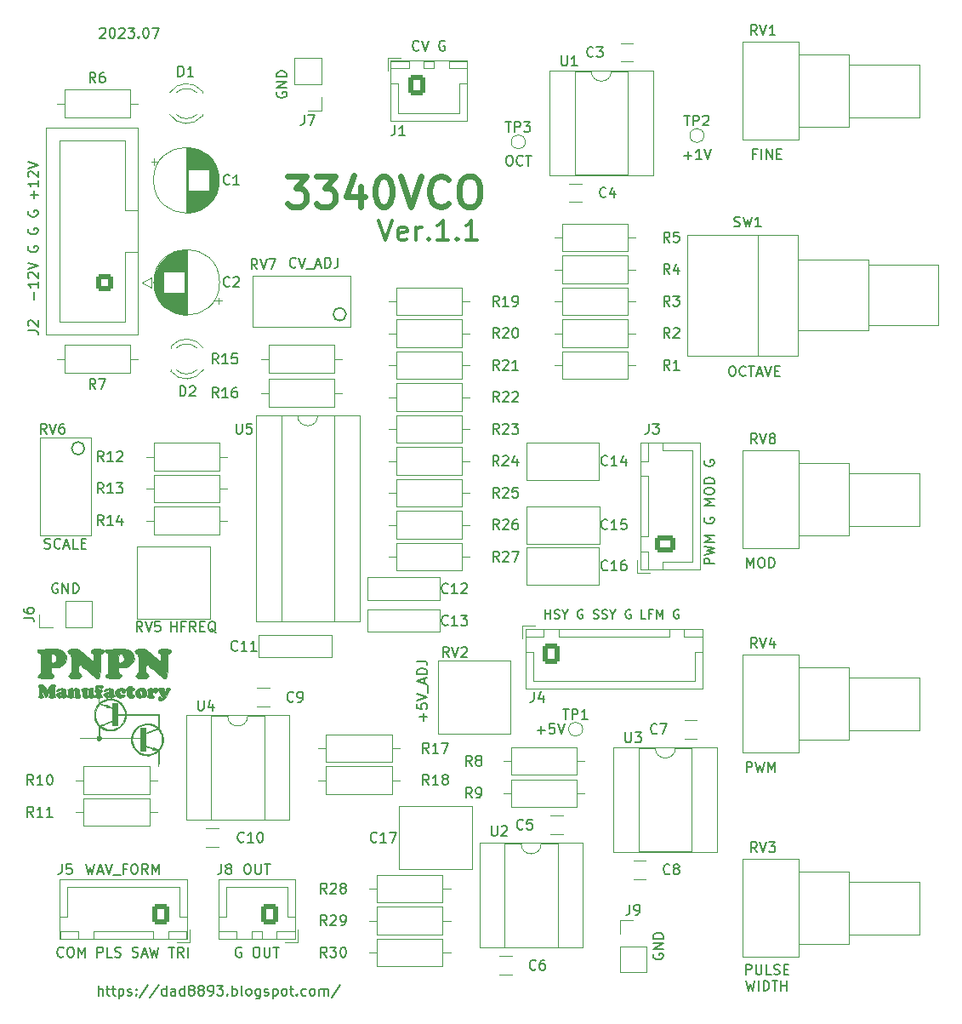
<source format=gto>
G04 #@! TF.GenerationSoftware,KiCad,Pcbnew,(6.0.11)*
G04 #@! TF.CreationDate,2023-07-27T19:06:46+09:00*
G04 #@! TF.ProjectId,3340VCO,33333430-5643-44f2-9e6b-696361645f70,1.0*
G04 #@! TF.SameCoordinates,Original*
G04 #@! TF.FileFunction,Legend,Top*
G04 #@! TF.FilePolarity,Positive*
%FSLAX46Y46*%
G04 Gerber Fmt 4.6, Leading zero omitted, Abs format (unit mm)*
G04 Created by KiCad (PCBNEW (6.0.11)) date 2023-07-27 19:06:46*
%MOMM*%
%LPD*%
G01*
G04 APERTURE LIST*
G04 Aperture macros list*
%AMRoundRect*
0 Rectangle with rounded corners*
0 $1 Rounding radius*
0 $2 $3 $4 $5 $6 $7 $8 $9 X,Y pos of 4 corners*
0 Add a 4 corners polygon primitive as box body*
4,1,4,$2,$3,$4,$5,$6,$7,$8,$9,$2,$3,0*
0 Add four circle primitives for the rounded corners*
1,1,$1+$1,$2,$3*
1,1,$1+$1,$4,$5*
1,1,$1+$1,$6,$7*
1,1,$1+$1,$8,$9*
0 Add four rect primitives between the rounded corners*
20,1,$1+$1,$2,$3,$4,$5,0*
20,1,$1+$1,$4,$5,$6,$7,0*
20,1,$1+$1,$6,$7,$8,$9,0*
20,1,$1+$1,$8,$9,$2,$3,0*%
G04 Aperture macros list end*
%ADD10C,0.150000*%
%ADD11C,0.300000*%
%ADD12C,0.600000*%
%ADD13C,0.120000*%
%ADD14C,0.010000*%
%ADD15C,1.000000*%
%ADD16C,1.600000*%
%ADD17O,1.600000X1.600000*%
%ADD18C,3.200000*%
%ADD19R,1.600000X1.600000*%
%ADD20R,1.700000X1.700000*%
%ADD21O,1.700000X1.700000*%
%ADD22R,1.800000X1.800000*%
%ADD23C,1.800000*%
%ADD24C,1.440000*%
%ADD25RoundRect,0.250000X-0.600000X-0.750000X0.600000X-0.750000X0.600000X0.750000X-0.600000X0.750000X0*%
%ADD26O,1.700000X2.000000*%
%ADD27RoundRect,0.250000X-0.600000X-0.725000X0.600000X-0.725000X0.600000X0.725000X-0.600000X0.725000X0*%
%ADD28O,1.700000X1.950000*%
%ADD29RoundRect,0.250000X0.725000X-0.600000X0.725000X0.600000X-0.725000X0.600000X-0.725000X-0.600000X0*%
%ADD30O,1.950000X1.700000*%
%ADD31RoundRect,0.250000X0.600000X0.750000X-0.600000X0.750000X-0.600000X-0.750000X0.600000X-0.750000X0*%
%ADD32RoundRect,0.250000X0.600000X0.725000X-0.600000X0.725000X-0.600000X-0.725000X0.600000X-0.725000X0*%
%ADD33RoundRect,0.250000X0.600000X0.600000X-0.600000X0.600000X-0.600000X-0.600000X0.600000X-0.600000X0*%
%ADD34C,1.700000*%
G04 APERTURE END LIST*
D10*
X134620000Y-80010000D02*
G75*
G03*
X134620000Y-80010000I-635000J0D01*
G01*
X108585000Y-93345000D02*
G75*
G03*
X108585000Y-93345000I-635000J0D01*
G01*
X168259285Y-64206428D02*
X169021190Y-64206428D01*
X168640238Y-64587380D02*
X168640238Y-63825476D01*
X170021190Y-64587380D02*
X169449761Y-64587380D01*
X169735476Y-64587380D02*
X169735476Y-63587380D01*
X169640238Y-63730238D01*
X169545000Y-63825476D01*
X169449761Y-63873095D01*
X170306904Y-63587380D02*
X170640238Y-64587380D01*
X170973571Y-63587380D01*
X150788809Y-64222380D02*
X150979285Y-64222380D01*
X151074523Y-64270000D01*
X151169761Y-64365238D01*
X151217380Y-64555714D01*
X151217380Y-64889047D01*
X151169761Y-65079523D01*
X151074523Y-65174761D01*
X150979285Y-65222380D01*
X150788809Y-65222380D01*
X150693571Y-65174761D01*
X150598333Y-65079523D01*
X150550714Y-64889047D01*
X150550714Y-64555714D01*
X150598333Y-64365238D01*
X150693571Y-64270000D01*
X150788809Y-64222380D01*
X152217380Y-65127142D02*
X152169761Y-65174761D01*
X152026904Y-65222380D01*
X151931666Y-65222380D01*
X151788809Y-65174761D01*
X151693571Y-65079523D01*
X151645952Y-64984285D01*
X151598333Y-64793809D01*
X151598333Y-64650952D01*
X151645952Y-64460476D01*
X151693571Y-64365238D01*
X151788809Y-64270000D01*
X151931666Y-64222380D01*
X152026904Y-64222380D01*
X152169761Y-64270000D01*
X152217380Y-64317619D01*
X152503095Y-64222380D02*
X153074523Y-64222380D01*
X152788809Y-65222380D02*
X152788809Y-64222380D01*
X141875000Y-53697142D02*
X141827380Y-53744761D01*
X141684523Y-53792380D01*
X141589285Y-53792380D01*
X141446428Y-53744761D01*
X141351190Y-53649523D01*
X141303571Y-53554285D01*
X141255952Y-53363809D01*
X141255952Y-53220952D01*
X141303571Y-53030476D01*
X141351190Y-52935238D01*
X141446428Y-52840000D01*
X141589285Y-52792380D01*
X141684523Y-52792380D01*
X141827380Y-52840000D01*
X141875000Y-52887619D01*
X142160714Y-52792380D02*
X142494047Y-53792380D01*
X142827380Y-52792380D01*
X144446428Y-52840000D02*
X144351190Y-52792380D01*
X144208333Y-52792380D01*
X144065476Y-52840000D01*
X143970238Y-52935238D01*
X143922619Y-53030476D01*
X143875000Y-53220952D01*
X143875000Y-53363809D01*
X143922619Y-53554285D01*
X143970238Y-53649523D01*
X144065476Y-53744761D01*
X144208333Y-53792380D01*
X144303571Y-53792380D01*
X144446428Y-53744761D01*
X144494047Y-53697142D01*
X144494047Y-53363809D01*
X144303571Y-53363809D01*
X110125238Y-51617619D02*
X110172857Y-51570000D01*
X110268095Y-51522380D01*
X110506190Y-51522380D01*
X110601428Y-51570000D01*
X110649047Y-51617619D01*
X110696666Y-51712857D01*
X110696666Y-51808095D01*
X110649047Y-51950952D01*
X110077619Y-52522380D01*
X110696666Y-52522380D01*
X111315714Y-51522380D02*
X111410952Y-51522380D01*
X111506190Y-51570000D01*
X111553809Y-51617619D01*
X111601428Y-51712857D01*
X111649047Y-51903333D01*
X111649047Y-52141428D01*
X111601428Y-52331904D01*
X111553809Y-52427142D01*
X111506190Y-52474761D01*
X111410952Y-52522380D01*
X111315714Y-52522380D01*
X111220476Y-52474761D01*
X111172857Y-52427142D01*
X111125238Y-52331904D01*
X111077619Y-52141428D01*
X111077619Y-51903333D01*
X111125238Y-51712857D01*
X111172857Y-51617619D01*
X111220476Y-51570000D01*
X111315714Y-51522380D01*
X112030000Y-51617619D02*
X112077619Y-51570000D01*
X112172857Y-51522380D01*
X112410952Y-51522380D01*
X112506190Y-51570000D01*
X112553809Y-51617619D01*
X112601428Y-51712857D01*
X112601428Y-51808095D01*
X112553809Y-51950952D01*
X111982380Y-52522380D01*
X112601428Y-52522380D01*
X112934761Y-51522380D02*
X113553809Y-51522380D01*
X113220476Y-51903333D01*
X113363333Y-51903333D01*
X113458571Y-51950952D01*
X113506190Y-51998571D01*
X113553809Y-52093809D01*
X113553809Y-52331904D01*
X113506190Y-52427142D01*
X113458571Y-52474761D01*
X113363333Y-52522380D01*
X113077619Y-52522380D01*
X112982380Y-52474761D01*
X112934761Y-52427142D01*
X113982380Y-52427142D02*
X114030000Y-52474761D01*
X113982380Y-52522380D01*
X113934761Y-52474761D01*
X113982380Y-52427142D01*
X113982380Y-52522380D01*
X114649047Y-51522380D02*
X114744285Y-51522380D01*
X114839523Y-51570000D01*
X114887142Y-51617619D01*
X114934761Y-51712857D01*
X114982380Y-51903333D01*
X114982380Y-52141428D01*
X114934761Y-52331904D01*
X114887142Y-52427142D01*
X114839523Y-52474761D01*
X114744285Y-52522380D01*
X114649047Y-52522380D01*
X114553809Y-52474761D01*
X114506190Y-52427142D01*
X114458571Y-52331904D01*
X114410952Y-52141428D01*
X114410952Y-51903333D01*
X114458571Y-51712857D01*
X114506190Y-51617619D01*
X114553809Y-51570000D01*
X114649047Y-51522380D01*
X115315714Y-51522380D02*
X115982380Y-51522380D01*
X115553809Y-52522380D01*
X175458571Y-64063571D02*
X175125238Y-64063571D01*
X175125238Y-64587380D02*
X175125238Y-63587380D01*
X175601428Y-63587380D01*
X175982380Y-64587380D02*
X175982380Y-63587380D01*
X176458571Y-64587380D02*
X176458571Y-63587380D01*
X177030000Y-64587380D01*
X177030000Y-63587380D01*
X177506190Y-64063571D02*
X177839523Y-64063571D01*
X177982380Y-64587380D02*
X177506190Y-64587380D01*
X177506190Y-63587380D01*
X177982380Y-63587380D01*
X172974285Y-85177380D02*
X173164761Y-85177380D01*
X173260000Y-85225000D01*
X173355238Y-85320238D01*
X173402857Y-85510714D01*
X173402857Y-85844047D01*
X173355238Y-86034523D01*
X173260000Y-86129761D01*
X173164761Y-86177380D01*
X172974285Y-86177380D01*
X172879047Y-86129761D01*
X172783809Y-86034523D01*
X172736190Y-85844047D01*
X172736190Y-85510714D01*
X172783809Y-85320238D01*
X172879047Y-85225000D01*
X172974285Y-85177380D01*
X174402857Y-86082142D02*
X174355238Y-86129761D01*
X174212380Y-86177380D01*
X174117142Y-86177380D01*
X173974285Y-86129761D01*
X173879047Y-86034523D01*
X173831428Y-85939285D01*
X173783809Y-85748809D01*
X173783809Y-85605952D01*
X173831428Y-85415476D01*
X173879047Y-85320238D01*
X173974285Y-85225000D01*
X174117142Y-85177380D01*
X174212380Y-85177380D01*
X174355238Y-85225000D01*
X174402857Y-85272619D01*
X174688571Y-85177380D02*
X175260000Y-85177380D01*
X174974285Y-86177380D02*
X174974285Y-85177380D01*
X175545714Y-85891666D02*
X176021904Y-85891666D01*
X175450476Y-86177380D02*
X175783809Y-85177380D01*
X176117142Y-86177380D01*
X176307619Y-85177380D02*
X176640952Y-86177380D01*
X176974285Y-85177380D01*
X177307619Y-85653571D02*
X177640952Y-85653571D01*
X177783809Y-86177380D02*
X177307619Y-86177380D01*
X177307619Y-85177380D01*
X177783809Y-85177380D01*
X108704523Y-134707380D02*
X108942619Y-135707380D01*
X109133095Y-134993095D01*
X109323571Y-135707380D01*
X109561666Y-134707380D01*
X109895000Y-135421666D02*
X110371190Y-135421666D01*
X109799761Y-135707380D02*
X110133095Y-134707380D01*
X110466428Y-135707380D01*
X110656904Y-134707380D02*
X110990238Y-135707380D01*
X111323571Y-134707380D01*
X111418809Y-135802619D02*
X112180714Y-135802619D01*
X112752142Y-135183571D02*
X112418809Y-135183571D01*
X112418809Y-135707380D02*
X112418809Y-134707380D01*
X112895000Y-134707380D01*
X113466428Y-134707380D02*
X113656904Y-134707380D01*
X113752142Y-134755000D01*
X113847380Y-134850238D01*
X113895000Y-135040714D01*
X113895000Y-135374047D01*
X113847380Y-135564523D01*
X113752142Y-135659761D01*
X113656904Y-135707380D01*
X113466428Y-135707380D01*
X113371190Y-135659761D01*
X113275952Y-135564523D01*
X113228333Y-135374047D01*
X113228333Y-135040714D01*
X113275952Y-134850238D01*
X113371190Y-134755000D01*
X113466428Y-134707380D01*
X114895000Y-135707380D02*
X114561666Y-135231190D01*
X114323571Y-135707380D02*
X114323571Y-134707380D01*
X114704523Y-134707380D01*
X114799761Y-134755000D01*
X114847380Y-134802619D01*
X114895000Y-134897857D01*
X114895000Y-135040714D01*
X114847380Y-135135952D01*
X114799761Y-135183571D01*
X114704523Y-135231190D01*
X114323571Y-135231190D01*
X115323571Y-135707380D02*
X115323571Y-134707380D01*
X115656904Y-135421666D01*
X115990238Y-134707380D01*
X115990238Y-135707380D01*
X124730000Y-134707380D02*
X124920476Y-134707380D01*
X125015714Y-134755000D01*
X125110952Y-134850238D01*
X125158571Y-135040714D01*
X125158571Y-135374047D01*
X125110952Y-135564523D01*
X125015714Y-135659761D01*
X124920476Y-135707380D01*
X124730000Y-135707380D01*
X124634761Y-135659761D01*
X124539523Y-135564523D01*
X124491904Y-135374047D01*
X124491904Y-135040714D01*
X124539523Y-134850238D01*
X124634761Y-134755000D01*
X124730000Y-134707380D01*
X125587142Y-134707380D02*
X125587142Y-135516904D01*
X125634761Y-135612142D01*
X125682380Y-135659761D01*
X125777619Y-135707380D01*
X125968095Y-135707380D01*
X126063333Y-135659761D01*
X126110952Y-135612142D01*
X126158571Y-135516904D01*
X126158571Y-134707380D01*
X126491904Y-134707380D02*
X127063333Y-134707380D01*
X126777619Y-135707380D02*
X126777619Y-134707380D01*
X174537857Y-105227380D02*
X174537857Y-104227380D01*
X174871190Y-104941666D01*
X175204523Y-104227380D01*
X175204523Y-105227380D01*
X175871190Y-104227380D02*
X176061666Y-104227380D01*
X176156904Y-104275000D01*
X176252142Y-104370238D01*
X176299761Y-104560714D01*
X176299761Y-104894047D01*
X176252142Y-105084523D01*
X176156904Y-105179761D01*
X176061666Y-105227380D01*
X175871190Y-105227380D01*
X175775952Y-105179761D01*
X175680714Y-105084523D01*
X175633095Y-104894047D01*
X175633095Y-104560714D01*
X175680714Y-104370238D01*
X175775952Y-104275000D01*
X175871190Y-104227380D01*
X176728333Y-105227380D02*
X176728333Y-104227380D01*
X176966428Y-104227380D01*
X177109285Y-104275000D01*
X177204523Y-104370238D01*
X177252142Y-104465476D01*
X177299761Y-104655952D01*
X177299761Y-104798809D01*
X177252142Y-104989285D01*
X177204523Y-105084523D01*
X177109285Y-105179761D01*
X176966428Y-105227380D01*
X176728333Y-105227380D01*
X171267380Y-104837857D02*
X170267380Y-104837857D01*
X170267380Y-104456904D01*
X170315000Y-104361666D01*
X170362619Y-104314047D01*
X170457857Y-104266428D01*
X170600714Y-104266428D01*
X170695952Y-104314047D01*
X170743571Y-104361666D01*
X170791190Y-104456904D01*
X170791190Y-104837857D01*
X170267380Y-103933095D02*
X171267380Y-103695000D01*
X170553095Y-103504523D01*
X171267380Y-103314047D01*
X170267380Y-103075952D01*
X171267380Y-102695000D02*
X170267380Y-102695000D01*
X170981666Y-102361666D01*
X170267380Y-102028333D01*
X171267380Y-102028333D01*
X170315000Y-100266428D02*
X170267380Y-100361666D01*
X170267380Y-100504523D01*
X170315000Y-100647380D01*
X170410238Y-100742619D01*
X170505476Y-100790238D01*
X170695952Y-100837857D01*
X170838809Y-100837857D01*
X171029285Y-100790238D01*
X171124523Y-100742619D01*
X171219761Y-100647380D01*
X171267380Y-100504523D01*
X171267380Y-100409285D01*
X171219761Y-100266428D01*
X171172142Y-100218809D01*
X170838809Y-100218809D01*
X170838809Y-100409285D01*
X171267380Y-99028333D02*
X170267380Y-99028333D01*
X170981666Y-98695000D01*
X170267380Y-98361666D01*
X171267380Y-98361666D01*
X170267380Y-97695000D02*
X170267380Y-97504523D01*
X170315000Y-97409285D01*
X170410238Y-97314047D01*
X170600714Y-97266428D01*
X170934047Y-97266428D01*
X171124523Y-97314047D01*
X171219761Y-97409285D01*
X171267380Y-97504523D01*
X171267380Y-97695000D01*
X171219761Y-97790238D01*
X171124523Y-97885476D01*
X170934047Y-97933095D01*
X170600714Y-97933095D01*
X170410238Y-97885476D01*
X170315000Y-97790238D01*
X170267380Y-97695000D01*
X171267380Y-96837857D02*
X170267380Y-96837857D01*
X170267380Y-96599761D01*
X170315000Y-96456904D01*
X170410238Y-96361666D01*
X170505476Y-96314047D01*
X170695952Y-96266428D01*
X170838809Y-96266428D01*
X171029285Y-96314047D01*
X171124523Y-96361666D01*
X171219761Y-96456904D01*
X171267380Y-96599761D01*
X171267380Y-96837857D01*
X170315000Y-94552142D02*
X170267380Y-94647380D01*
X170267380Y-94790238D01*
X170315000Y-94933095D01*
X170410238Y-95028333D01*
X170505476Y-95075952D01*
X170695952Y-95123571D01*
X170838809Y-95123571D01*
X171029285Y-95075952D01*
X171124523Y-95028333D01*
X171219761Y-94933095D01*
X171267380Y-94790238D01*
X171267380Y-94695000D01*
X171219761Y-94552142D01*
X171172142Y-94504523D01*
X170838809Y-94504523D01*
X170838809Y-94695000D01*
D11*
X137875000Y-70659761D02*
X138541666Y-72659761D01*
X139208333Y-70659761D01*
X140636904Y-72564523D02*
X140446428Y-72659761D01*
X140065476Y-72659761D01*
X139875000Y-72564523D01*
X139779761Y-72374047D01*
X139779761Y-71612142D01*
X139875000Y-71421666D01*
X140065476Y-71326428D01*
X140446428Y-71326428D01*
X140636904Y-71421666D01*
X140732142Y-71612142D01*
X140732142Y-71802619D01*
X139779761Y-71993095D01*
X141589285Y-72659761D02*
X141589285Y-71326428D01*
X141589285Y-71707380D02*
X141684523Y-71516904D01*
X141779761Y-71421666D01*
X141970238Y-71326428D01*
X142160714Y-71326428D01*
X142827380Y-72469285D02*
X142922619Y-72564523D01*
X142827380Y-72659761D01*
X142732142Y-72564523D01*
X142827380Y-72469285D01*
X142827380Y-72659761D01*
X144827380Y-72659761D02*
X143684523Y-72659761D01*
X144255952Y-72659761D02*
X144255952Y-70659761D01*
X144065476Y-70945476D01*
X143875000Y-71135952D01*
X143684523Y-71231190D01*
X145684523Y-72469285D02*
X145779761Y-72564523D01*
X145684523Y-72659761D01*
X145589285Y-72564523D01*
X145684523Y-72469285D01*
X145684523Y-72659761D01*
X147684523Y-72659761D02*
X146541666Y-72659761D01*
X147113095Y-72659761D02*
X147113095Y-70659761D01*
X146922619Y-70945476D01*
X146732142Y-71135952D01*
X146541666Y-71231190D01*
D10*
X174490238Y-125547380D02*
X174490238Y-124547380D01*
X174871190Y-124547380D01*
X174966428Y-124595000D01*
X175014047Y-124642619D01*
X175061666Y-124737857D01*
X175061666Y-124880714D01*
X175014047Y-124975952D01*
X174966428Y-125023571D01*
X174871190Y-125071190D01*
X174490238Y-125071190D01*
X175395000Y-124547380D02*
X175633095Y-125547380D01*
X175823571Y-124833095D01*
X176014047Y-125547380D01*
X176252142Y-124547380D01*
X176633095Y-125547380D02*
X176633095Y-124547380D01*
X176966428Y-125261666D01*
X177299761Y-124547380D01*
X177299761Y-125547380D01*
X106490238Y-143867142D02*
X106442619Y-143914761D01*
X106299761Y-143962380D01*
X106204523Y-143962380D01*
X106061666Y-143914761D01*
X105966428Y-143819523D01*
X105918809Y-143724285D01*
X105871190Y-143533809D01*
X105871190Y-143390952D01*
X105918809Y-143200476D01*
X105966428Y-143105238D01*
X106061666Y-143010000D01*
X106204523Y-142962380D01*
X106299761Y-142962380D01*
X106442619Y-143010000D01*
X106490238Y-143057619D01*
X107109285Y-142962380D02*
X107299761Y-142962380D01*
X107395000Y-143010000D01*
X107490238Y-143105238D01*
X107537857Y-143295714D01*
X107537857Y-143629047D01*
X107490238Y-143819523D01*
X107395000Y-143914761D01*
X107299761Y-143962380D01*
X107109285Y-143962380D01*
X107014047Y-143914761D01*
X106918809Y-143819523D01*
X106871190Y-143629047D01*
X106871190Y-143295714D01*
X106918809Y-143105238D01*
X107014047Y-143010000D01*
X107109285Y-142962380D01*
X107966428Y-143962380D02*
X107966428Y-142962380D01*
X108299761Y-143676666D01*
X108633095Y-142962380D01*
X108633095Y-143962380D01*
X109871190Y-143962380D02*
X109871190Y-142962380D01*
X110252142Y-142962380D01*
X110347380Y-143010000D01*
X110395000Y-143057619D01*
X110442619Y-143152857D01*
X110442619Y-143295714D01*
X110395000Y-143390952D01*
X110347380Y-143438571D01*
X110252142Y-143486190D01*
X109871190Y-143486190D01*
X111347380Y-143962380D02*
X110871190Y-143962380D01*
X110871190Y-142962380D01*
X111633095Y-143914761D02*
X111775952Y-143962380D01*
X112014047Y-143962380D01*
X112109285Y-143914761D01*
X112156904Y-143867142D01*
X112204523Y-143771904D01*
X112204523Y-143676666D01*
X112156904Y-143581428D01*
X112109285Y-143533809D01*
X112014047Y-143486190D01*
X111823571Y-143438571D01*
X111728333Y-143390952D01*
X111680714Y-143343333D01*
X111633095Y-143248095D01*
X111633095Y-143152857D01*
X111680714Y-143057619D01*
X111728333Y-143010000D01*
X111823571Y-142962380D01*
X112061666Y-142962380D01*
X112204523Y-143010000D01*
X113347380Y-143914761D02*
X113490238Y-143962380D01*
X113728333Y-143962380D01*
X113823571Y-143914761D01*
X113871190Y-143867142D01*
X113918809Y-143771904D01*
X113918809Y-143676666D01*
X113871190Y-143581428D01*
X113823571Y-143533809D01*
X113728333Y-143486190D01*
X113537857Y-143438571D01*
X113442619Y-143390952D01*
X113395000Y-143343333D01*
X113347380Y-143248095D01*
X113347380Y-143152857D01*
X113395000Y-143057619D01*
X113442619Y-143010000D01*
X113537857Y-142962380D01*
X113775952Y-142962380D01*
X113918809Y-143010000D01*
X114299761Y-143676666D02*
X114775952Y-143676666D01*
X114204523Y-143962380D02*
X114537857Y-142962380D01*
X114871190Y-143962380D01*
X115109285Y-142962380D02*
X115347380Y-143962380D01*
X115537857Y-143248095D01*
X115728333Y-143962380D01*
X115966428Y-142962380D01*
X116966428Y-142962380D02*
X117537857Y-142962380D01*
X117252142Y-143962380D02*
X117252142Y-142962380D01*
X118442619Y-143962380D02*
X118109285Y-143486190D01*
X117871190Y-143962380D02*
X117871190Y-142962380D01*
X118252142Y-142962380D01*
X118347380Y-143010000D01*
X118395000Y-143057619D01*
X118442619Y-143152857D01*
X118442619Y-143295714D01*
X118395000Y-143390952D01*
X118347380Y-143438571D01*
X118252142Y-143486190D01*
X117871190Y-143486190D01*
X118871190Y-143962380D02*
X118871190Y-142962380D01*
X124182380Y-143010000D02*
X124087142Y-142962380D01*
X123944285Y-142962380D01*
X123801428Y-143010000D01*
X123706190Y-143105238D01*
X123658571Y-143200476D01*
X123610952Y-143390952D01*
X123610952Y-143533809D01*
X123658571Y-143724285D01*
X123706190Y-143819523D01*
X123801428Y-143914761D01*
X123944285Y-143962380D01*
X124039523Y-143962380D01*
X124182380Y-143914761D01*
X124230000Y-143867142D01*
X124230000Y-143533809D01*
X124039523Y-143533809D01*
X125610952Y-142962380D02*
X125801428Y-142962380D01*
X125896666Y-143010000D01*
X125991904Y-143105238D01*
X126039523Y-143295714D01*
X126039523Y-143629047D01*
X125991904Y-143819523D01*
X125896666Y-143914761D01*
X125801428Y-143962380D01*
X125610952Y-143962380D01*
X125515714Y-143914761D01*
X125420476Y-143819523D01*
X125372857Y-143629047D01*
X125372857Y-143295714D01*
X125420476Y-143105238D01*
X125515714Y-143010000D01*
X125610952Y-142962380D01*
X126468095Y-142962380D02*
X126468095Y-143771904D01*
X126515714Y-143867142D01*
X126563333Y-143914761D01*
X126658571Y-143962380D01*
X126849047Y-143962380D01*
X126944285Y-143914761D01*
X126991904Y-143867142D01*
X127039523Y-143771904D01*
X127039523Y-142962380D01*
X127372857Y-142962380D02*
X127944285Y-142962380D01*
X127658571Y-143962380D02*
X127658571Y-142962380D01*
X153654285Y-121356428D02*
X154416190Y-121356428D01*
X154035238Y-121737380D02*
X154035238Y-120975476D01*
X155368571Y-120737380D02*
X154892380Y-120737380D01*
X154844761Y-121213571D01*
X154892380Y-121165952D01*
X154987619Y-121118333D01*
X155225714Y-121118333D01*
X155320952Y-121165952D01*
X155368571Y-121213571D01*
X155416190Y-121308809D01*
X155416190Y-121546904D01*
X155368571Y-121642142D01*
X155320952Y-121689761D01*
X155225714Y-121737380D01*
X154987619Y-121737380D01*
X154892380Y-121689761D01*
X154844761Y-121642142D01*
X155701904Y-120737380D02*
X156035238Y-121737380D01*
X156368571Y-120737380D01*
X129635476Y-75287142D02*
X129587857Y-75334761D01*
X129445000Y-75382380D01*
X129349761Y-75382380D01*
X129206904Y-75334761D01*
X129111666Y-75239523D01*
X129064047Y-75144285D01*
X129016428Y-74953809D01*
X129016428Y-74810952D01*
X129064047Y-74620476D01*
X129111666Y-74525238D01*
X129206904Y-74430000D01*
X129349761Y-74382380D01*
X129445000Y-74382380D01*
X129587857Y-74430000D01*
X129635476Y-74477619D01*
X129921190Y-74382380D02*
X130254523Y-75382380D01*
X130587857Y-74382380D01*
X130683095Y-75477619D02*
X131445000Y-75477619D01*
X131635476Y-75096666D02*
X132111666Y-75096666D01*
X131540238Y-75382380D02*
X131873571Y-74382380D01*
X132206904Y-75382380D01*
X132540238Y-75382380D02*
X132540238Y-74382380D01*
X132778333Y-74382380D01*
X132921190Y-74430000D01*
X133016428Y-74525238D01*
X133064047Y-74620476D01*
X133111666Y-74810952D01*
X133111666Y-74953809D01*
X133064047Y-75144285D01*
X133016428Y-75239523D01*
X132921190Y-75334761D01*
X132778333Y-75382380D01*
X132540238Y-75382380D01*
X133825952Y-74382380D02*
X133825952Y-75096666D01*
X133778333Y-75239523D01*
X133683095Y-75334761D01*
X133540238Y-75382380D01*
X133445000Y-75382380D01*
X109967619Y-147772380D02*
X109967619Y-146772380D01*
X110396190Y-147772380D02*
X110396190Y-147248571D01*
X110348571Y-147153333D01*
X110253333Y-147105714D01*
X110110476Y-147105714D01*
X110015238Y-147153333D01*
X109967619Y-147200952D01*
X110729523Y-147105714D02*
X111110476Y-147105714D01*
X110872380Y-146772380D02*
X110872380Y-147629523D01*
X110920000Y-147724761D01*
X111015238Y-147772380D01*
X111110476Y-147772380D01*
X111300952Y-147105714D02*
X111681904Y-147105714D01*
X111443809Y-146772380D02*
X111443809Y-147629523D01*
X111491428Y-147724761D01*
X111586666Y-147772380D01*
X111681904Y-147772380D01*
X112015238Y-147105714D02*
X112015238Y-148105714D01*
X112015238Y-147153333D02*
X112110476Y-147105714D01*
X112300952Y-147105714D01*
X112396190Y-147153333D01*
X112443809Y-147200952D01*
X112491428Y-147296190D01*
X112491428Y-147581904D01*
X112443809Y-147677142D01*
X112396190Y-147724761D01*
X112300952Y-147772380D01*
X112110476Y-147772380D01*
X112015238Y-147724761D01*
X112872380Y-147724761D02*
X112967619Y-147772380D01*
X113158095Y-147772380D01*
X113253333Y-147724761D01*
X113300952Y-147629523D01*
X113300952Y-147581904D01*
X113253333Y-147486666D01*
X113158095Y-147439047D01*
X113015238Y-147439047D01*
X112920000Y-147391428D01*
X112872380Y-147296190D01*
X112872380Y-147248571D01*
X112920000Y-147153333D01*
X113015238Y-147105714D01*
X113158095Y-147105714D01*
X113253333Y-147153333D01*
X113729523Y-147677142D02*
X113777142Y-147724761D01*
X113729523Y-147772380D01*
X113681904Y-147724761D01*
X113729523Y-147677142D01*
X113729523Y-147772380D01*
X113729523Y-147153333D02*
X113777142Y-147200952D01*
X113729523Y-147248571D01*
X113681904Y-147200952D01*
X113729523Y-147153333D01*
X113729523Y-147248571D01*
X114920000Y-146724761D02*
X114062857Y-148010476D01*
X115967619Y-146724761D02*
X115110476Y-148010476D01*
X116729523Y-147772380D02*
X116729523Y-146772380D01*
X116729523Y-147724761D02*
X116634285Y-147772380D01*
X116443809Y-147772380D01*
X116348571Y-147724761D01*
X116300952Y-147677142D01*
X116253333Y-147581904D01*
X116253333Y-147296190D01*
X116300952Y-147200952D01*
X116348571Y-147153333D01*
X116443809Y-147105714D01*
X116634285Y-147105714D01*
X116729523Y-147153333D01*
X117634285Y-147772380D02*
X117634285Y-147248571D01*
X117586666Y-147153333D01*
X117491428Y-147105714D01*
X117300952Y-147105714D01*
X117205714Y-147153333D01*
X117634285Y-147724761D02*
X117539047Y-147772380D01*
X117300952Y-147772380D01*
X117205714Y-147724761D01*
X117158095Y-147629523D01*
X117158095Y-147534285D01*
X117205714Y-147439047D01*
X117300952Y-147391428D01*
X117539047Y-147391428D01*
X117634285Y-147343809D01*
X118539047Y-147772380D02*
X118539047Y-146772380D01*
X118539047Y-147724761D02*
X118443809Y-147772380D01*
X118253333Y-147772380D01*
X118158095Y-147724761D01*
X118110476Y-147677142D01*
X118062857Y-147581904D01*
X118062857Y-147296190D01*
X118110476Y-147200952D01*
X118158095Y-147153333D01*
X118253333Y-147105714D01*
X118443809Y-147105714D01*
X118539047Y-147153333D01*
X119158095Y-147200952D02*
X119062857Y-147153333D01*
X119015238Y-147105714D01*
X118967619Y-147010476D01*
X118967619Y-146962857D01*
X119015238Y-146867619D01*
X119062857Y-146820000D01*
X119158095Y-146772380D01*
X119348571Y-146772380D01*
X119443809Y-146820000D01*
X119491428Y-146867619D01*
X119539047Y-146962857D01*
X119539047Y-147010476D01*
X119491428Y-147105714D01*
X119443809Y-147153333D01*
X119348571Y-147200952D01*
X119158095Y-147200952D01*
X119062857Y-147248571D01*
X119015238Y-147296190D01*
X118967619Y-147391428D01*
X118967619Y-147581904D01*
X119015238Y-147677142D01*
X119062857Y-147724761D01*
X119158095Y-147772380D01*
X119348571Y-147772380D01*
X119443809Y-147724761D01*
X119491428Y-147677142D01*
X119539047Y-147581904D01*
X119539047Y-147391428D01*
X119491428Y-147296190D01*
X119443809Y-147248571D01*
X119348571Y-147200952D01*
X120110476Y-147200952D02*
X120015238Y-147153333D01*
X119967619Y-147105714D01*
X119920000Y-147010476D01*
X119920000Y-146962857D01*
X119967619Y-146867619D01*
X120015238Y-146820000D01*
X120110476Y-146772380D01*
X120300952Y-146772380D01*
X120396190Y-146820000D01*
X120443809Y-146867619D01*
X120491428Y-146962857D01*
X120491428Y-147010476D01*
X120443809Y-147105714D01*
X120396190Y-147153333D01*
X120300952Y-147200952D01*
X120110476Y-147200952D01*
X120015238Y-147248571D01*
X119967619Y-147296190D01*
X119920000Y-147391428D01*
X119920000Y-147581904D01*
X119967619Y-147677142D01*
X120015238Y-147724761D01*
X120110476Y-147772380D01*
X120300952Y-147772380D01*
X120396190Y-147724761D01*
X120443809Y-147677142D01*
X120491428Y-147581904D01*
X120491428Y-147391428D01*
X120443809Y-147296190D01*
X120396190Y-147248571D01*
X120300952Y-147200952D01*
X120967619Y-147772380D02*
X121158095Y-147772380D01*
X121253333Y-147724761D01*
X121300952Y-147677142D01*
X121396190Y-147534285D01*
X121443809Y-147343809D01*
X121443809Y-146962857D01*
X121396190Y-146867619D01*
X121348571Y-146820000D01*
X121253333Y-146772380D01*
X121062857Y-146772380D01*
X120967619Y-146820000D01*
X120920000Y-146867619D01*
X120872380Y-146962857D01*
X120872380Y-147200952D01*
X120920000Y-147296190D01*
X120967619Y-147343809D01*
X121062857Y-147391428D01*
X121253333Y-147391428D01*
X121348571Y-147343809D01*
X121396190Y-147296190D01*
X121443809Y-147200952D01*
X121777142Y-146772380D02*
X122396190Y-146772380D01*
X122062857Y-147153333D01*
X122205714Y-147153333D01*
X122300952Y-147200952D01*
X122348571Y-147248571D01*
X122396190Y-147343809D01*
X122396190Y-147581904D01*
X122348571Y-147677142D01*
X122300952Y-147724761D01*
X122205714Y-147772380D01*
X121920000Y-147772380D01*
X121824761Y-147724761D01*
X121777142Y-147677142D01*
X122824761Y-147677142D02*
X122872380Y-147724761D01*
X122824761Y-147772380D01*
X122777142Y-147724761D01*
X122824761Y-147677142D01*
X122824761Y-147772380D01*
X123300952Y-147772380D02*
X123300952Y-146772380D01*
X123300952Y-147153333D02*
X123396190Y-147105714D01*
X123586666Y-147105714D01*
X123681904Y-147153333D01*
X123729523Y-147200952D01*
X123777142Y-147296190D01*
X123777142Y-147581904D01*
X123729523Y-147677142D01*
X123681904Y-147724761D01*
X123586666Y-147772380D01*
X123396190Y-147772380D01*
X123300952Y-147724761D01*
X124348571Y-147772380D02*
X124253333Y-147724761D01*
X124205714Y-147629523D01*
X124205714Y-146772380D01*
X124872380Y-147772380D02*
X124777142Y-147724761D01*
X124729523Y-147677142D01*
X124681904Y-147581904D01*
X124681904Y-147296190D01*
X124729523Y-147200952D01*
X124777142Y-147153333D01*
X124872380Y-147105714D01*
X125015238Y-147105714D01*
X125110476Y-147153333D01*
X125158095Y-147200952D01*
X125205714Y-147296190D01*
X125205714Y-147581904D01*
X125158095Y-147677142D01*
X125110476Y-147724761D01*
X125015238Y-147772380D01*
X124872380Y-147772380D01*
X126062857Y-147105714D02*
X126062857Y-147915238D01*
X126015238Y-148010476D01*
X125967619Y-148058095D01*
X125872380Y-148105714D01*
X125729523Y-148105714D01*
X125634285Y-148058095D01*
X126062857Y-147724761D02*
X125967619Y-147772380D01*
X125777142Y-147772380D01*
X125681904Y-147724761D01*
X125634285Y-147677142D01*
X125586666Y-147581904D01*
X125586666Y-147296190D01*
X125634285Y-147200952D01*
X125681904Y-147153333D01*
X125777142Y-147105714D01*
X125967619Y-147105714D01*
X126062857Y-147153333D01*
X126491428Y-147724761D02*
X126586666Y-147772380D01*
X126777142Y-147772380D01*
X126872380Y-147724761D01*
X126920000Y-147629523D01*
X126920000Y-147581904D01*
X126872380Y-147486666D01*
X126777142Y-147439047D01*
X126634285Y-147439047D01*
X126539047Y-147391428D01*
X126491428Y-147296190D01*
X126491428Y-147248571D01*
X126539047Y-147153333D01*
X126634285Y-147105714D01*
X126777142Y-147105714D01*
X126872380Y-147153333D01*
X127348571Y-147105714D02*
X127348571Y-148105714D01*
X127348571Y-147153333D02*
X127443809Y-147105714D01*
X127634285Y-147105714D01*
X127729523Y-147153333D01*
X127777142Y-147200952D01*
X127824761Y-147296190D01*
X127824761Y-147581904D01*
X127777142Y-147677142D01*
X127729523Y-147724761D01*
X127634285Y-147772380D01*
X127443809Y-147772380D01*
X127348571Y-147724761D01*
X128396190Y-147772380D02*
X128300952Y-147724761D01*
X128253333Y-147677142D01*
X128205714Y-147581904D01*
X128205714Y-147296190D01*
X128253333Y-147200952D01*
X128300952Y-147153333D01*
X128396190Y-147105714D01*
X128539047Y-147105714D01*
X128634285Y-147153333D01*
X128681904Y-147200952D01*
X128729523Y-147296190D01*
X128729523Y-147581904D01*
X128681904Y-147677142D01*
X128634285Y-147724761D01*
X128539047Y-147772380D01*
X128396190Y-147772380D01*
X129015238Y-147105714D02*
X129396190Y-147105714D01*
X129158095Y-146772380D02*
X129158095Y-147629523D01*
X129205714Y-147724761D01*
X129300952Y-147772380D01*
X129396190Y-147772380D01*
X129729523Y-147677142D02*
X129777142Y-147724761D01*
X129729523Y-147772380D01*
X129681904Y-147724761D01*
X129729523Y-147677142D01*
X129729523Y-147772380D01*
X130634285Y-147724761D02*
X130539047Y-147772380D01*
X130348571Y-147772380D01*
X130253333Y-147724761D01*
X130205714Y-147677142D01*
X130158095Y-147581904D01*
X130158095Y-147296190D01*
X130205714Y-147200952D01*
X130253333Y-147153333D01*
X130348571Y-147105714D01*
X130539047Y-147105714D01*
X130634285Y-147153333D01*
X131205714Y-147772380D02*
X131110476Y-147724761D01*
X131062857Y-147677142D01*
X131015238Y-147581904D01*
X131015238Y-147296190D01*
X131062857Y-147200952D01*
X131110476Y-147153333D01*
X131205714Y-147105714D01*
X131348571Y-147105714D01*
X131443809Y-147153333D01*
X131491428Y-147200952D01*
X131539047Y-147296190D01*
X131539047Y-147581904D01*
X131491428Y-147677142D01*
X131443809Y-147724761D01*
X131348571Y-147772380D01*
X131205714Y-147772380D01*
X131967619Y-147772380D02*
X131967619Y-147105714D01*
X131967619Y-147200952D02*
X132015238Y-147153333D01*
X132110476Y-147105714D01*
X132253333Y-147105714D01*
X132348571Y-147153333D01*
X132396190Y-147248571D01*
X132396190Y-147772380D01*
X132396190Y-147248571D02*
X132443809Y-147153333D01*
X132539047Y-147105714D01*
X132681904Y-147105714D01*
X132777142Y-147153333D01*
X132824761Y-147248571D01*
X132824761Y-147772380D01*
X134015238Y-146724761D02*
X133158095Y-148010476D01*
X117189523Y-111577380D02*
X117189523Y-110577380D01*
X117189523Y-111053571D02*
X117760952Y-111053571D01*
X117760952Y-111577380D02*
X117760952Y-110577380D01*
X118570476Y-111053571D02*
X118237142Y-111053571D01*
X118237142Y-111577380D02*
X118237142Y-110577380D01*
X118713333Y-110577380D01*
X119665714Y-111577380D02*
X119332380Y-111101190D01*
X119094285Y-111577380D02*
X119094285Y-110577380D01*
X119475238Y-110577380D01*
X119570476Y-110625000D01*
X119618095Y-110672619D01*
X119665714Y-110767857D01*
X119665714Y-110910714D01*
X119618095Y-111005952D01*
X119570476Y-111053571D01*
X119475238Y-111101190D01*
X119094285Y-111101190D01*
X120094285Y-111053571D02*
X120427619Y-111053571D01*
X120570476Y-111577380D02*
X120094285Y-111577380D01*
X120094285Y-110577380D01*
X120570476Y-110577380D01*
X121665714Y-111672619D02*
X121570476Y-111625000D01*
X121475238Y-111529761D01*
X121332380Y-111386904D01*
X121237142Y-111339285D01*
X121141904Y-111339285D01*
X121189523Y-111577380D02*
X121094285Y-111529761D01*
X120999047Y-111434523D01*
X120951428Y-111244047D01*
X120951428Y-110910714D01*
X120999047Y-110720238D01*
X121094285Y-110625000D01*
X121189523Y-110577380D01*
X121380000Y-110577380D01*
X121475238Y-110625000D01*
X121570476Y-110720238D01*
X121618095Y-110910714D01*
X121618095Y-111244047D01*
X121570476Y-111434523D01*
X121475238Y-111529761D01*
X121380000Y-111577380D01*
X121189523Y-111577380D01*
D12*
X128787142Y-66302142D02*
X130644285Y-66302142D01*
X129644285Y-67445000D01*
X130072857Y-67445000D01*
X130358571Y-67587857D01*
X130501428Y-67730714D01*
X130644285Y-68016428D01*
X130644285Y-68730714D01*
X130501428Y-69016428D01*
X130358571Y-69159285D01*
X130072857Y-69302142D01*
X129215714Y-69302142D01*
X128930000Y-69159285D01*
X128787142Y-69016428D01*
X131644285Y-66302142D02*
X133501428Y-66302142D01*
X132501428Y-67445000D01*
X132930000Y-67445000D01*
X133215714Y-67587857D01*
X133358571Y-67730714D01*
X133501428Y-68016428D01*
X133501428Y-68730714D01*
X133358571Y-69016428D01*
X133215714Y-69159285D01*
X132930000Y-69302142D01*
X132072857Y-69302142D01*
X131787142Y-69159285D01*
X131644285Y-69016428D01*
X136072857Y-67302142D02*
X136072857Y-69302142D01*
X135358571Y-66159285D02*
X134644285Y-68302142D01*
X136501428Y-68302142D01*
X138215714Y-66302142D02*
X138501428Y-66302142D01*
X138787142Y-66445000D01*
X138930000Y-66587857D01*
X139072857Y-66873571D01*
X139215714Y-67445000D01*
X139215714Y-68159285D01*
X139072857Y-68730714D01*
X138930000Y-69016428D01*
X138787142Y-69159285D01*
X138501428Y-69302142D01*
X138215714Y-69302142D01*
X137930000Y-69159285D01*
X137787142Y-69016428D01*
X137644285Y-68730714D01*
X137501428Y-68159285D01*
X137501428Y-67445000D01*
X137644285Y-66873571D01*
X137787142Y-66587857D01*
X137930000Y-66445000D01*
X138215714Y-66302142D01*
X140072857Y-66302142D02*
X141072857Y-69302142D01*
X142072857Y-66302142D01*
X144787142Y-69016428D02*
X144644285Y-69159285D01*
X144215714Y-69302142D01*
X143930000Y-69302142D01*
X143501428Y-69159285D01*
X143215714Y-68873571D01*
X143072857Y-68587857D01*
X142930000Y-68016428D01*
X142930000Y-67587857D01*
X143072857Y-67016428D01*
X143215714Y-66730714D01*
X143501428Y-66445000D01*
X143930000Y-66302142D01*
X144215714Y-66302142D01*
X144644285Y-66445000D01*
X144787142Y-66587857D01*
X146644285Y-66302142D02*
X147215714Y-66302142D01*
X147501428Y-66445000D01*
X147787142Y-66730714D01*
X147930000Y-67302142D01*
X147930000Y-68302142D01*
X147787142Y-68873571D01*
X147501428Y-69159285D01*
X147215714Y-69302142D01*
X146644285Y-69302142D01*
X146358571Y-69159285D01*
X146072857Y-68873571D01*
X145930000Y-68302142D01*
X145930000Y-67302142D01*
X146072857Y-66730714D01*
X146358571Y-66445000D01*
X146644285Y-66302142D01*
D10*
X142311428Y-120451190D02*
X142311428Y-119689285D01*
X142692380Y-120070238D02*
X141930476Y-120070238D01*
X141692380Y-118736904D02*
X141692380Y-119213095D01*
X142168571Y-119260714D01*
X142120952Y-119213095D01*
X142073333Y-119117857D01*
X142073333Y-118879761D01*
X142120952Y-118784523D01*
X142168571Y-118736904D01*
X142263809Y-118689285D01*
X142501904Y-118689285D01*
X142597142Y-118736904D01*
X142644761Y-118784523D01*
X142692380Y-118879761D01*
X142692380Y-119117857D01*
X142644761Y-119213095D01*
X142597142Y-119260714D01*
X141692380Y-118403571D02*
X142692380Y-118070238D01*
X141692380Y-117736904D01*
X142787619Y-117641666D02*
X142787619Y-116879761D01*
X142406666Y-116689285D02*
X142406666Y-116213095D01*
X142692380Y-116784523D02*
X141692380Y-116451190D01*
X142692380Y-116117857D01*
X142692380Y-115784523D02*
X141692380Y-115784523D01*
X141692380Y-115546428D01*
X141740000Y-115403571D01*
X141835238Y-115308333D01*
X141930476Y-115260714D01*
X142120952Y-115213095D01*
X142263809Y-115213095D01*
X142454285Y-115260714D01*
X142549523Y-115308333D01*
X142644761Y-115403571D01*
X142692380Y-115546428D01*
X142692380Y-115784523D01*
X141692380Y-114498809D02*
X142406666Y-114498809D01*
X142549523Y-114546428D01*
X142644761Y-114641666D01*
X142692380Y-114784523D01*
X142692380Y-114879761D01*
X174410952Y-145697380D02*
X174410952Y-144697380D01*
X174791904Y-144697380D01*
X174887142Y-144745000D01*
X174934761Y-144792619D01*
X174982380Y-144887857D01*
X174982380Y-145030714D01*
X174934761Y-145125952D01*
X174887142Y-145173571D01*
X174791904Y-145221190D01*
X174410952Y-145221190D01*
X175410952Y-144697380D02*
X175410952Y-145506904D01*
X175458571Y-145602142D01*
X175506190Y-145649761D01*
X175601428Y-145697380D01*
X175791904Y-145697380D01*
X175887142Y-145649761D01*
X175934761Y-145602142D01*
X175982380Y-145506904D01*
X175982380Y-144697380D01*
X176934761Y-145697380D02*
X176458571Y-145697380D01*
X176458571Y-144697380D01*
X177220476Y-145649761D02*
X177363333Y-145697380D01*
X177601428Y-145697380D01*
X177696666Y-145649761D01*
X177744285Y-145602142D01*
X177791904Y-145506904D01*
X177791904Y-145411666D01*
X177744285Y-145316428D01*
X177696666Y-145268809D01*
X177601428Y-145221190D01*
X177410952Y-145173571D01*
X177315714Y-145125952D01*
X177268095Y-145078333D01*
X177220476Y-144983095D01*
X177220476Y-144887857D01*
X177268095Y-144792619D01*
X177315714Y-144745000D01*
X177410952Y-144697380D01*
X177649047Y-144697380D01*
X177791904Y-144745000D01*
X178220476Y-145173571D02*
X178553809Y-145173571D01*
X178696666Y-145697380D02*
X178220476Y-145697380D01*
X178220476Y-144697380D01*
X178696666Y-144697380D01*
X174458571Y-146307380D02*
X174696666Y-147307380D01*
X174887142Y-146593095D01*
X175077619Y-147307380D01*
X175315714Y-146307380D01*
X175696666Y-147307380D02*
X175696666Y-146307380D01*
X176172857Y-147307380D02*
X176172857Y-146307380D01*
X176410952Y-146307380D01*
X176553809Y-146355000D01*
X176649047Y-146450238D01*
X176696666Y-146545476D01*
X176744285Y-146735952D01*
X176744285Y-146878809D01*
X176696666Y-147069285D01*
X176649047Y-147164523D01*
X176553809Y-147259761D01*
X176410952Y-147307380D01*
X176172857Y-147307380D01*
X177030000Y-146307380D02*
X177601428Y-146307380D01*
X177315714Y-147307380D02*
X177315714Y-146307380D01*
X177934761Y-147307380D02*
X177934761Y-146307380D01*
X177934761Y-146783571D02*
X178506190Y-146783571D01*
X178506190Y-147307380D02*
X178506190Y-146307380D01*
X127770000Y-57911904D02*
X127722380Y-58007142D01*
X127722380Y-58150000D01*
X127770000Y-58292857D01*
X127865238Y-58388095D01*
X127960476Y-58435714D01*
X128150952Y-58483333D01*
X128293809Y-58483333D01*
X128484285Y-58435714D01*
X128579523Y-58388095D01*
X128674761Y-58292857D01*
X128722380Y-58150000D01*
X128722380Y-58054761D01*
X128674761Y-57911904D01*
X128627142Y-57864285D01*
X128293809Y-57864285D01*
X128293809Y-58054761D01*
X128722380Y-57435714D02*
X127722380Y-57435714D01*
X128722380Y-56864285D01*
X127722380Y-56864285D01*
X128722380Y-56388095D02*
X127722380Y-56388095D01*
X127722380Y-56150000D01*
X127770000Y-56007142D01*
X127865238Y-55911904D01*
X127960476Y-55864285D01*
X128150952Y-55816666D01*
X128293809Y-55816666D01*
X128484285Y-55864285D01*
X128579523Y-55911904D01*
X128674761Y-56007142D01*
X128722380Y-56150000D01*
X128722380Y-56388095D01*
X105918095Y-106815000D02*
X105822857Y-106767380D01*
X105680000Y-106767380D01*
X105537142Y-106815000D01*
X105441904Y-106910238D01*
X105394285Y-107005476D01*
X105346666Y-107195952D01*
X105346666Y-107338809D01*
X105394285Y-107529285D01*
X105441904Y-107624523D01*
X105537142Y-107719761D01*
X105680000Y-107767380D01*
X105775238Y-107767380D01*
X105918095Y-107719761D01*
X105965714Y-107672142D01*
X105965714Y-107338809D01*
X105775238Y-107338809D01*
X106394285Y-107767380D02*
X106394285Y-106767380D01*
X106965714Y-107767380D01*
X106965714Y-106767380D01*
X107441904Y-107767380D02*
X107441904Y-106767380D01*
X107680000Y-106767380D01*
X107822857Y-106815000D01*
X107918095Y-106910238D01*
X107965714Y-107005476D01*
X108013333Y-107195952D01*
X108013333Y-107338809D01*
X107965714Y-107529285D01*
X107918095Y-107624523D01*
X107822857Y-107719761D01*
X107680000Y-107767380D01*
X107441904Y-107767380D01*
X165235000Y-143636904D02*
X165187380Y-143732142D01*
X165187380Y-143875000D01*
X165235000Y-144017857D01*
X165330238Y-144113095D01*
X165425476Y-144160714D01*
X165615952Y-144208333D01*
X165758809Y-144208333D01*
X165949285Y-144160714D01*
X166044523Y-144113095D01*
X166139761Y-144017857D01*
X166187380Y-143875000D01*
X166187380Y-143779761D01*
X166139761Y-143636904D01*
X166092142Y-143589285D01*
X165758809Y-143589285D01*
X165758809Y-143779761D01*
X166187380Y-143160714D02*
X165187380Y-143160714D01*
X166187380Y-142589285D01*
X165187380Y-142589285D01*
X166187380Y-142113095D02*
X165187380Y-142113095D01*
X165187380Y-141875000D01*
X165235000Y-141732142D01*
X165330238Y-141636904D01*
X165425476Y-141589285D01*
X165615952Y-141541666D01*
X165758809Y-141541666D01*
X165949285Y-141589285D01*
X166044523Y-141636904D01*
X166139761Y-141732142D01*
X166187380Y-141875000D01*
X166187380Y-142113095D01*
X104608571Y-103274761D02*
X104751428Y-103322380D01*
X104989523Y-103322380D01*
X105084761Y-103274761D01*
X105132380Y-103227142D01*
X105180000Y-103131904D01*
X105180000Y-103036666D01*
X105132380Y-102941428D01*
X105084761Y-102893809D01*
X104989523Y-102846190D01*
X104799047Y-102798571D01*
X104703809Y-102750952D01*
X104656190Y-102703333D01*
X104608571Y-102608095D01*
X104608571Y-102512857D01*
X104656190Y-102417619D01*
X104703809Y-102370000D01*
X104799047Y-102322380D01*
X105037142Y-102322380D01*
X105180000Y-102370000D01*
X106180000Y-103227142D02*
X106132380Y-103274761D01*
X105989523Y-103322380D01*
X105894285Y-103322380D01*
X105751428Y-103274761D01*
X105656190Y-103179523D01*
X105608571Y-103084285D01*
X105560952Y-102893809D01*
X105560952Y-102750952D01*
X105608571Y-102560476D01*
X105656190Y-102465238D01*
X105751428Y-102370000D01*
X105894285Y-102322380D01*
X105989523Y-102322380D01*
X106132380Y-102370000D01*
X106180000Y-102417619D01*
X106560952Y-103036666D02*
X107037142Y-103036666D01*
X106465714Y-103322380D02*
X106799047Y-102322380D01*
X107132380Y-103322380D01*
X107941904Y-103322380D02*
X107465714Y-103322380D01*
X107465714Y-102322380D01*
X108275238Y-102798571D02*
X108608571Y-102798571D01*
X108751428Y-103322380D02*
X108275238Y-103322380D01*
X108275238Y-102322380D01*
X108751428Y-102322380D01*
X154438167Y-110299852D02*
X154438167Y-109399852D01*
X154438167Y-109828424D02*
X154952453Y-109828424D01*
X154952453Y-110299852D02*
X154952453Y-109399852D01*
X155338167Y-110256995D02*
X155466739Y-110299852D01*
X155681025Y-110299852D01*
X155766739Y-110256995D01*
X155809596Y-110214138D01*
X155852453Y-110128424D01*
X155852453Y-110042710D01*
X155809596Y-109956995D01*
X155766739Y-109914138D01*
X155681025Y-109871281D01*
X155509596Y-109828424D01*
X155423882Y-109785567D01*
X155381025Y-109742710D01*
X155338167Y-109656995D01*
X155338167Y-109571281D01*
X155381025Y-109485567D01*
X155423882Y-109442710D01*
X155509596Y-109399852D01*
X155723882Y-109399852D01*
X155852453Y-109442710D01*
X156409596Y-109871281D02*
X156409596Y-110299852D01*
X156109596Y-109399852D02*
X156409596Y-109871281D01*
X156709596Y-109399852D01*
X158166739Y-109442710D02*
X158081025Y-109399852D01*
X157952453Y-109399852D01*
X157823882Y-109442710D01*
X157738167Y-109528424D01*
X157695310Y-109614138D01*
X157652453Y-109785567D01*
X157652453Y-109914138D01*
X157695310Y-110085567D01*
X157738167Y-110171281D01*
X157823882Y-110256995D01*
X157952453Y-110299852D01*
X158038167Y-110299852D01*
X158166739Y-110256995D01*
X158209596Y-110214138D01*
X158209596Y-109914138D01*
X158038167Y-109914138D01*
X159238167Y-110256995D02*
X159366739Y-110299852D01*
X159581025Y-110299852D01*
X159666739Y-110256995D01*
X159709596Y-110214138D01*
X159752453Y-110128424D01*
X159752453Y-110042710D01*
X159709596Y-109956995D01*
X159666739Y-109914138D01*
X159581025Y-109871281D01*
X159409596Y-109828424D01*
X159323882Y-109785567D01*
X159281025Y-109742710D01*
X159238167Y-109656995D01*
X159238167Y-109571281D01*
X159281025Y-109485567D01*
X159323882Y-109442710D01*
X159409596Y-109399852D01*
X159623882Y-109399852D01*
X159752453Y-109442710D01*
X160095310Y-110256995D02*
X160223882Y-110299852D01*
X160438167Y-110299852D01*
X160523882Y-110256995D01*
X160566739Y-110214138D01*
X160609596Y-110128424D01*
X160609596Y-110042710D01*
X160566739Y-109956995D01*
X160523882Y-109914138D01*
X160438167Y-109871281D01*
X160266739Y-109828424D01*
X160181025Y-109785567D01*
X160138167Y-109742710D01*
X160095310Y-109656995D01*
X160095310Y-109571281D01*
X160138167Y-109485567D01*
X160181025Y-109442710D01*
X160266739Y-109399852D01*
X160481025Y-109399852D01*
X160609596Y-109442710D01*
X161166739Y-109871281D02*
X161166739Y-110299852D01*
X160866739Y-109399852D02*
X161166739Y-109871281D01*
X161466739Y-109399852D01*
X162923882Y-109442710D02*
X162838167Y-109399852D01*
X162709596Y-109399852D01*
X162581025Y-109442710D01*
X162495310Y-109528424D01*
X162452453Y-109614138D01*
X162409596Y-109785567D01*
X162409596Y-109914138D01*
X162452453Y-110085567D01*
X162495310Y-110171281D01*
X162581025Y-110256995D01*
X162709596Y-110299852D01*
X162795310Y-110299852D01*
X162923882Y-110256995D01*
X162966739Y-110214138D01*
X162966739Y-109914138D01*
X162795310Y-109914138D01*
X164466739Y-110299852D02*
X164038167Y-110299852D01*
X164038167Y-109399852D01*
X165066739Y-109828424D02*
X164766739Y-109828424D01*
X164766739Y-110299852D02*
X164766739Y-109399852D01*
X165195310Y-109399852D01*
X165538167Y-110299852D02*
X165538167Y-109399852D01*
X165838167Y-110042710D01*
X166138167Y-109399852D01*
X166138167Y-110299852D01*
X167723882Y-109442710D02*
X167638167Y-109399852D01*
X167509596Y-109399852D01*
X167381025Y-109442710D01*
X167295310Y-109528424D01*
X167252453Y-109614138D01*
X167209596Y-109785567D01*
X167209596Y-109914138D01*
X167252453Y-110085567D01*
X167295310Y-110171281D01*
X167381025Y-110256995D01*
X167509596Y-110299852D01*
X167595310Y-110299852D01*
X167723882Y-110256995D01*
X167766739Y-110214138D01*
X167766739Y-109914138D01*
X167595310Y-109914138D01*
X103576428Y-78540714D02*
X103576428Y-77778809D01*
X103957380Y-76778809D02*
X103957380Y-77350238D01*
X103957380Y-77064523D02*
X102957380Y-77064523D01*
X103100238Y-77159761D01*
X103195476Y-77255000D01*
X103243095Y-77350238D01*
X103052619Y-76397857D02*
X103005000Y-76350238D01*
X102957380Y-76255000D01*
X102957380Y-76016904D01*
X103005000Y-75921666D01*
X103052619Y-75874047D01*
X103147857Y-75826428D01*
X103243095Y-75826428D01*
X103385952Y-75874047D01*
X103957380Y-76445476D01*
X103957380Y-75826428D01*
X102957380Y-75540714D02*
X103957380Y-75207380D01*
X102957380Y-74874047D01*
X103005000Y-73255000D02*
X102957380Y-73350238D01*
X102957380Y-73493095D01*
X103005000Y-73635952D01*
X103100238Y-73731190D01*
X103195476Y-73778809D01*
X103385952Y-73826428D01*
X103528809Y-73826428D01*
X103719285Y-73778809D01*
X103814523Y-73731190D01*
X103909761Y-73635952D01*
X103957380Y-73493095D01*
X103957380Y-73397857D01*
X103909761Y-73255000D01*
X103862142Y-73207380D01*
X103528809Y-73207380D01*
X103528809Y-73397857D01*
X103005000Y-71493095D02*
X102957380Y-71588333D01*
X102957380Y-71731190D01*
X103005000Y-71874047D01*
X103100238Y-71969285D01*
X103195476Y-72016904D01*
X103385952Y-72064523D01*
X103528809Y-72064523D01*
X103719285Y-72016904D01*
X103814523Y-71969285D01*
X103909761Y-71874047D01*
X103957380Y-71731190D01*
X103957380Y-71635952D01*
X103909761Y-71493095D01*
X103862142Y-71445476D01*
X103528809Y-71445476D01*
X103528809Y-71635952D01*
X103005000Y-69731190D02*
X102957380Y-69826428D01*
X102957380Y-69969285D01*
X103005000Y-70112142D01*
X103100238Y-70207380D01*
X103195476Y-70255000D01*
X103385952Y-70302619D01*
X103528809Y-70302619D01*
X103719285Y-70255000D01*
X103814523Y-70207380D01*
X103909761Y-70112142D01*
X103957380Y-69969285D01*
X103957380Y-69874047D01*
X103909761Y-69731190D01*
X103862142Y-69683571D01*
X103528809Y-69683571D01*
X103528809Y-69874047D01*
X103576428Y-68493095D02*
X103576428Y-67731190D01*
X103957380Y-68112142D02*
X103195476Y-68112142D01*
X103957380Y-66731190D02*
X103957380Y-67302619D01*
X103957380Y-67016904D02*
X102957380Y-67016904D01*
X103100238Y-67112142D01*
X103195476Y-67207380D01*
X103243095Y-67302619D01*
X103052619Y-66350238D02*
X103005000Y-66302619D01*
X102957380Y-66207380D01*
X102957380Y-65969285D01*
X103005000Y-65874047D01*
X103052619Y-65826428D01*
X103147857Y-65778809D01*
X103243095Y-65778809D01*
X103385952Y-65826428D01*
X103957380Y-66397857D01*
X103957380Y-65778809D01*
X102957380Y-65493095D02*
X103957380Y-65159761D01*
X102957380Y-64826428D01*
X150503095Y-60869380D02*
X151074523Y-60869380D01*
X150788809Y-61869380D02*
X150788809Y-60869380D01*
X151407857Y-61869380D02*
X151407857Y-60869380D01*
X151788809Y-60869380D01*
X151884047Y-60917000D01*
X151931666Y-60964619D01*
X151979285Y-61059857D01*
X151979285Y-61202714D01*
X151931666Y-61297952D01*
X151884047Y-61345571D01*
X151788809Y-61393190D01*
X151407857Y-61393190D01*
X152312619Y-60869380D02*
X152931666Y-60869380D01*
X152598333Y-61250333D01*
X152741190Y-61250333D01*
X152836428Y-61297952D01*
X152884047Y-61345571D01*
X152931666Y-61440809D01*
X152931666Y-61678904D01*
X152884047Y-61774142D01*
X152836428Y-61821761D01*
X152741190Y-61869380D01*
X152455476Y-61869380D01*
X152360238Y-61821761D01*
X152312619Y-61774142D01*
X168283095Y-60234380D02*
X168854523Y-60234380D01*
X168568809Y-61234380D02*
X168568809Y-60234380D01*
X169187857Y-61234380D02*
X169187857Y-60234380D01*
X169568809Y-60234380D01*
X169664047Y-60282000D01*
X169711666Y-60329619D01*
X169759285Y-60424857D01*
X169759285Y-60567714D01*
X169711666Y-60662952D01*
X169664047Y-60710571D01*
X169568809Y-60758190D01*
X169187857Y-60758190D01*
X170140238Y-60329619D02*
X170187857Y-60282000D01*
X170283095Y-60234380D01*
X170521190Y-60234380D01*
X170616428Y-60282000D01*
X170664047Y-60329619D01*
X170711666Y-60424857D01*
X170711666Y-60520095D01*
X170664047Y-60662952D01*
X170092619Y-61234380D01*
X170711666Y-61234380D01*
X160639665Y-105390465D02*
X160592046Y-105438084D01*
X160449189Y-105485703D01*
X160353951Y-105485703D01*
X160211094Y-105438084D01*
X160115856Y-105342846D01*
X160068237Y-105247608D01*
X160020618Y-105057132D01*
X160020618Y-104914275D01*
X160068237Y-104723799D01*
X160115856Y-104628561D01*
X160211094Y-104533323D01*
X160353951Y-104485703D01*
X160449189Y-104485703D01*
X160592046Y-104533323D01*
X160639665Y-104580942D01*
X161592046Y-105485703D02*
X161020618Y-105485703D01*
X161306332Y-105485703D02*
X161306332Y-104485703D01*
X161211094Y-104628561D01*
X161115856Y-104723799D01*
X161020618Y-104771418D01*
X162449189Y-104485703D02*
X162258713Y-104485703D01*
X162163475Y-104533323D01*
X162115856Y-104580942D01*
X162020618Y-104723799D01*
X161972999Y-104914275D01*
X161972999Y-105295227D01*
X162020618Y-105390465D01*
X162068237Y-105438084D01*
X162163475Y-105485703D01*
X162353951Y-105485703D01*
X162449189Y-105438084D01*
X162496808Y-105390465D01*
X162544427Y-105295227D01*
X162544427Y-105057132D01*
X162496808Y-104961894D01*
X162449189Y-104914275D01*
X162353951Y-104866656D01*
X162163475Y-104866656D01*
X162068237Y-104914275D01*
X162020618Y-104961894D01*
X161972999Y-105057132D01*
X166838333Y-72842380D02*
X166505000Y-72366190D01*
X166266904Y-72842380D02*
X166266904Y-71842380D01*
X166647857Y-71842380D01*
X166743095Y-71890000D01*
X166790714Y-71937619D01*
X166838333Y-72032857D01*
X166838333Y-72175714D01*
X166790714Y-72270952D01*
X166743095Y-72318571D01*
X166647857Y-72366190D01*
X166266904Y-72366190D01*
X167743095Y-71842380D02*
X167266904Y-71842380D01*
X167219285Y-72318571D01*
X167266904Y-72270952D01*
X167362142Y-72223333D01*
X167600238Y-72223333D01*
X167695476Y-72270952D01*
X167743095Y-72318571D01*
X167790714Y-72413809D01*
X167790714Y-72651904D01*
X167743095Y-72747142D01*
X167695476Y-72794761D01*
X167600238Y-72842380D01*
X167362142Y-72842380D01*
X167266904Y-72794761D01*
X167219285Y-72747142D01*
X173249166Y-71259761D02*
X173392023Y-71307380D01*
X173630119Y-71307380D01*
X173725357Y-71259761D01*
X173772976Y-71212142D01*
X173820595Y-71116904D01*
X173820595Y-71021666D01*
X173772976Y-70926428D01*
X173725357Y-70878809D01*
X173630119Y-70831190D01*
X173439642Y-70783571D01*
X173344404Y-70735952D01*
X173296785Y-70688333D01*
X173249166Y-70593095D01*
X173249166Y-70497857D01*
X173296785Y-70402619D01*
X173344404Y-70355000D01*
X173439642Y-70307380D01*
X173677738Y-70307380D01*
X173820595Y-70355000D01*
X174153928Y-70307380D02*
X174392023Y-71307380D01*
X174582500Y-70593095D01*
X174772976Y-71307380D01*
X175011071Y-70307380D01*
X175915833Y-71307380D02*
X175344404Y-71307380D01*
X175630119Y-71307380D02*
X175630119Y-70307380D01*
X175534880Y-70450238D01*
X175439642Y-70545476D01*
X175344404Y-70593095D01*
X132707142Y-143962380D02*
X132373809Y-143486190D01*
X132135714Y-143962380D02*
X132135714Y-142962380D01*
X132516666Y-142962380D01*
X132611904Y-143010000D01*
X132659523Y-143057619D01*
X132707142Y-143152857D01*
X132707142Y-143295714D01*
X132659523Y-143390952D01*
X132611904Y-143438571D01*
X132516666Y-143486190D01*
X132135714Y-143486190D01*
X133040476Y-142962380D02*
X133659523Y-142962380D01*
X133326190Y-143343333D01*
X133469047Y-143343333D01*
X133564285Y-143390952D01*
X133611904Y-143438571D01*
X133659523Y-143533809D01*
X133659523Y-143771904D01*
X133611904Y-143867142D01*
X133564285Y-143914761D01*
X133469047Y-143962380D01*
X133183333Y-143962380D01*
X133088095Y-143914761D01*
X133040476Y-143867142D01*
X134278571Y-142962380D02*
X134373809Y-142962380D01*
X134469047Y-143010000D01*
X134516666Y-143057619D01*
X134564285Y-143152857D01*
X134611904Y-143343333D01*
X134611904Y-143581428D01*
X134564285Y-143771904D01*
X134516666Y-143867142D01*
X134469047Y-143914761D01*
X134373809Y-143962380D01*
X134278571Y-143962380D01*
X134183333Y-143914761D01*
X134135714Y-143867142D01*
X134088095Y-143771904D01*
X134040476Y-143581428D01*
X134040476Y-143343333D01*
X134088095Y-143152857D01*
X134135714Y-143057619D01*
X134183333Y-143010000D01*
X134278571Y-142962380D01*
X156083095Y-54282380D02*
X156083095Y-55091904D01*
X156130714Y-55187142D01*
X156178333Y-55234761D01*
X156273571Y-55282380D01*
X156464047Y-55282380D01*
X156559285Y-55234761D01*
X156606904Y-55187142D01*
X156654523Y-55091904D01*
X156654523Y-54282380D01*
X157654523Y-55282380D02*
X157083095Y-55282380D01*
X157368809Y-55282380D02*
X157368809Y-54282380D01*
X157273571Y-54425238D01*
X157178333Y-54520476D01*
X157083095Y-54568095D01*
X130476666Y-60202380D02*
X130476666Y-60916666D01*
X130429047Y-61059523D01*
X130333809Y-61154761D01*
X130190952Y-61202380D01*
X130095714Y-61202380D01*
X130857619Y-60202380D02*
X131524285Y-60202380D01*
X131095714Y-61202380D01*
X137673703Y-132436525D02*
X137626084Y-132484144D01*
X137483227Y-132531763D01*
X137387989Y-132531763D01*
X137245132Y-132484144D01*
X137149894Y-132388906D01*
X137102275Y-132293668D01*
X137054656Y-132103192D01*
X137054656Y-131960335D01*
X137102275Y-131769859D01*
X137149894Y-131674621D01*
X137245132Y-131579383D01*
X137387989Y-131531763D01*
X137483227Y-131531763D01*
X137626084Y-131579383D01*
X137673703Y-131627002D01*
X138626084Y-132531763D02*
X138054656Y-132531763D01*
X138340370Y-132531763D02*
X138340370Y-131531763D01*
X138245132Y-131674621D01*
X138149894Y-131769859D01*
X138054656Y-131817478D01*
X138959418Y-131531763D02*
X139626084Y-131531763D01*
X139197513Y-132531763D01*
X166838333Y-76017380D02*
X166505000Y-75541190D01*
X166266904Y-76017380D02*
X166266904Y-75017380D01*
X166647857Y-75017380D01*
X166743095Y-75065000D01*
X166790714Y-75112619D01*
X166838333Y-75207857D01*
X166838333Y-75350714D01*
X166790714Y-75445952D01*
X166743095Y-75493571D01*
X166647857Y-75541190D01*
X166266904Y-75541190D01*
X167695476Y-75350714D02*
X167695476Y-76017380D01*
X167457380Y-74969761D02*
X167219285Y-75684047D01*
X167838333Y-75684047D01*
X175534761Y-113197380D02*
X175201428Y-112721190D01*
X174963333Y-113197380D02*
X174963333Y-112197380D01*
X175344285Y-112197380D01*
X175439523Y-112245000D01*
X175487142Y-112292619D01*
X175534761Y-112387857D01*
X175534761Y-112530714D01*
X175487142Y-112625952D01*
X175439523Y-112673571D01*
X175344285Y-112721190D01*
X174963333Y-112721190D01*
X175820476Y-112197380D02*
X176153809Y-113197380D01*
X176487142Y-112197380D01*
X177249047Y-112530714D02*
X177249047Y-113197380D01*
X177010952Y-112149761D02*
X176772857Y-112864047D01*
X177391904Y-112864047D01*
X117910417Y-56332380D02*
X117910417Y-55332380D01*
X118148513Y-55332380D01*
X118291370Y-55380000D01*
X118386608Y-55475238D01*
X118434227Y-55570476D01*
X118481846Y-55760952D01*
X118481846Y-55903809D01*
X118434227Y-56094285D01*
X118386608Y-56189523D01*
X118291370Y-56284761D01*
X118148513Y-56332380D01*
X117910417Y-56332380D01*
X119434227Y-56332380D02*
X118862798Y-56332380D01*
X119148513Y-56332380D02*
X119148513Y-55332380D01*
X119053274Y-55475238D01*
X118958036Y-55570476D01*
X118862798Y-55618095D01*
X123817142Y-113387142D02*
X123769523Y-113434761D01*
X123626666Y-113482380D01*
X123531428Y-113482380D01*
X123388571Y-113434761D01*
X123293333Y-113339523D01*
X123245714Y-113244285D01*
X123198095Y-113053809D01*
X123198095Y-112910952D01*
X123245714Y-112720476D01*
X123293333Y-112625238D01*
X123388571Y-112530000D01*
X123531428Y-112482380D01*
X123626666Y-112482380D01*
X123769523Y-112530000D01*
X123817142Y-112577619D01*
X124769523Y-113482380D02*
X124198095Y-113482380D01*
X124483809Y-113482380D02*
X124483809Y-112482380D01*
X124388571Y-112625238D01*
X124293333Y-112720476D01*
X124198095Y-112768095D01*
X125721904Y-113482380D02*
X125150476Y-113482380D01*
X125436190Y-113482380D02*
X125436190Y-112482380D01*
X125340952Y-112625238D01*
X125245714Y-112720476D01*
X125150476Y-112768095D01*
X149842142Y-85542380D02*
X149508809Y-85066190D01*
X149270714Y-85542380D02*
X149270714Y-84542380D01*
X149651666Y-84542380D01*
X149746904Y-84590000D01*
X149794523Y-84637619D01*
X149842142Y-84732857D01*
X149842142Y-84875714D01*
X149794523Y-84970952D01*
X149746904Y-85018571D01*
X149651666Y-85066190D01*
X149270714Y-85066190D01*
X150223095Y-84637619D02*
X150270714Y-84590000D01*
X150365952Y-84542380D01*
X150604047Y-84542380D01*
X150699285Y-84590000D01*
X150746904Y-84637619D01*
X150794523Y-84732857D01*
X150794523Y-84828095D01*
X150746904Y-84970952D01*
X150175476Y-85542380D01*
X150794523Y-85542380D01*
X151746904Y-85542380D02*
X151175476Y-85542380D01*
X151461190Y-85542380D02*
X151461190Y-84542380D01*
X151365952Y-84685238D01*
X151270714Y-84780476D01*
X151175476Y-84828095D01*
X121912142Y-84917380D02*
X121578809Y-84441190D01*
X121340714Y-84917380D02*
X121340714Y-83917380D01*
X121721666Y-83917380D01*
X121816904Y-83965000D01*
X121864523Y-84012619D01*
X121912142Y-84107857D01*
X121912142Y-84250714D01*
X121864523Y-84345952D01*
X121816904Y-84393571D01*
X121721666Y-84441190D01*
X121340714Y-84441190D01*
X122864523Y-84917380D02*
X122293095Y-84917380D01*
X122578809Y-84917380D02*
X122578809Y-83917380D01*
X122483571Y-84060238D01*
X122388333Y-84155476D01*
X122293095Y-84203095D01*
X123769285Y-83917380D02*
X123293095Y-83917380D01*
X123245476Y-84393571D01*
X123293095Y-84345952D01*
X123388333Y-84298333D01*
X123626428Y-84298333D01*
X123721666Y-84345952D01*
X123769285Y-84393571D01*
X123816904Y-84488809D01*
X123816904Y-84726904D01*
X123769285Y-84822142D01*
X123721666Y-84869761D01*
X123626428Y-84917380D01*
X123388333Y-84917380D01*
X123293095Y-84869761D01*
X123245476Y-84822142D01*
X149842142Y-104592380D02*
X149508809Y-104116190D01*
X149270714Y-104592380D02*
X149270714Y-103592380D01*
X149651666Y-103592380D01*
X149746904Y-103640000D01*
X149794523Y-103687619D01*
X149842142Y-103782857D01*
X149842142Y-103925714D01*
X149794523Y-104020952D01*
X149746904Y-104068571D01*
X149651666Y-104116190D01*
X149270714Y-104116190D01*
X150223095Y-103687619D02*
X150270714Y-103640000D01*
X150365952Y-103592380D01*
X150604047Y-103592380D01*
X150699285Y-103640000D01*
X150746904Y-103687619D01*
X150794523Y-103782857D01*
X150794523Y-103878095D01*
X150746904Y-104020952D01*
X150175476Y-104592380D01*
X150794523Y-104592380D01*
X151127857Y-103592380D02*
X151794523Y-103592380D01*
X151365952Y-104592380D01*
X166838333Y-79192380D02*
X166505000Y-78716190D01*
X166266904Y-79192380D02*
X166266904Y-78192380D01*
X166647857Y-78192380D01*
X166743095Y-78240000D01*
X166790714Y-78287619D01*
X166838333Y-78382857D01*
X166838333Y-78525714D01*
X166790714Y-78620952D01*
X166743095Y-78668571D01*
X166647857Y-78716190D01*
X166266904Y-78716190D01*
X167171666Y-78192380D02*
X167790714Y-78192380D01*
X167457380Y-78573333D01*
X167600238Y-78573333D01*
X167695476Y-78620952D01*
X167743095Y-78668571D01*
X167790714Y-78763809D01*
X167790714Y-79001904D01*
X167743095Y-79097142D01*
X167695476Y-79144761D01*
X167600238Y-79192380D01*
X167314523Y-79192380D01*
X167219285Y-79144761D01*
X167171666Y-79097142D01*
X149098095Y-130897380D02*
X149098095Y-131706904D01*
X149145714Y-131802142D01*
X149193333Y-131849761D01*
X149288571Y-131897380D01*
X149479047Y-131897380D01*
X149574285Y-131849761D01*
X149621904Y-131802142D01*
X149669523Y-131706904D01*
X149669523Y-130897380D01*
X150098095Y-130992619D02*
X150145714Y-130945000D01*
X150240952Y-130897380D01*
X150479047Y-130897380D01*
X150574285Y-130945000D01*
X150621904Y-130992619D01*
X150669523Y-131087857D01*
X150669523Y-131183095D01*
X150621904Y-131325952D01*
X150050476Y-131897380D01*
X150669523Y-131897380D01*
X123023333Y-67032142D02*
X122975714Y-67079761D01*
X122832857Y-67127380D01*
X122737619Y-67127380D01*
X122594761Y-67079761D01*
X122499523Y-66984523D01*
X122451904Y-66889285D01*
X122404285Y-66698809D01*
X122404285Y-66555952D01*
X122451904Y-66365476D01*
X122499523Y-66270238D01*
X122594761Y-66175000D01*
X122737619Y-66127380D01*
X122832857Y-66127380D01*
X122975714Y-66175000D01*
X123023333Y-66222619D01*
X123975714Y-67127380D02*
X123404285Y-67127380D01*
X123690000Y-67127380D02*
X123690000Y-66127380D01*
X123594761Y-66270238D01*
X123499523Y-66365476D01*
X123404285Y-66413095D01*
X125769761Y-75532380D02*
X125436428Y-75056190D01*
X125198333Y-75532380D02*
X125198333Y-74532380D01*
X125579285Y-74532380D01*
X125674523Y-74580000D01*
X125722142Y-74627619D01*
X125769761Y-74722857D01*
X125769761Y-74865714D01*
X125722142Y-74960952D01*
X125674523Y-75008571D01*
X125579285Y-75056190D01*
X125198333Y-75056190D01*
X126055476Y-74532380D02*
X126388809Y-75532380D01*
X126722142Y-74532380D01*
X126960238Y-74532380D02*
X127626904Y-74532380D01*
X127198333Y-75532380D01*
X139491666Y-61217318D02*
X139491666Y-61931604D01*
X139444047Y-62074461D01*
X139348809Y-62169699D01*
X139205952Y-62217318D01*
X139110714Y-62217318D01*
X140491666Y-62217318D02*
X139920238Y-62217318D01*
X140205952Y-62217318D02*
X140205952Y-61217318D01*
X140110714Y-61360176D01*
X140015476Y-61455414D01*
X139920238Y-61503033D01*
X147153333Y-128097380D02*
X146820000Y-127621190D01*
X146581904Y-128097380D02*
X146581904Y-127097380D01*
X146962857Y-127097380D01*
X147058095Y-127145000D01*
X147105714Y-127192619D01*
X147153333Y-127287857D01*
X147153333Y-127430714D01*
X147105714Y-127525952D01*
X147058095Y-127573571D01*
X146962857Y-127621190D01*
X146581904Y-127621190D01*
X147629523Y-128097380D02*
X147820000Y-128097380D01*
X147915238Y-128049761D01*
X147962857Y-128002142D01*
X148058095Y-127859285D01*
X148105714Y-127668809D01*
X148105714Y-127287857D01*
X148058095Y-127192619D01*
X148010476Y-127145000D01*
X147915238Y-127097380D01*
X147724761Y-127097380D01*
X147629523Y-127145000D01*
X147581904Y-127192619D01*
X147534285Y-127287857D01*
X147534285Y-127525952D01*
X147581904Y-127621190D01*
X147629523Y-127668809D01*
X147724761Y-127716428D01*
X147915238Y-127716428D01*
X148010476Y-127668809D01*
X148058095Y-127621190D01*
X148105714Y-127525952D01*
X175534761Y-92877380D02*
X175201428Y-92401190D01*
X174963333Y-92877380D02*
X174963333Y-91877380D01*
X175344285Y-91877380D01*
X175439523Y-91925000D01*
X175487142Y-91972619D01*
X175534761Y-92067857D01*
X175534761Y-92210714D01*
X175487142Y-92305952D01*
X175439523Y-92353571D01*
X175344285Y-92401190D01*
X174963333Y-92401190D01*
X175820476Y-91877380D02*
X176153809Y-92877380D01*
X176487142Y-91877380D01*
X176963333Y-92305952D02*
X176868095Y-92258333D01*
X176820476Y-92210714D01*
X176772857Y-92115476D01*
X176772857Y-92067857D01*
X176820476Y-91972619D01*
X176868095Y-91925000D01*
X176963333Y-91877380D01*
X177153809Y-91877380D01*
X177249047Y-91925000D01*
X177296666Y-91972619D01*
X177344285Y-92067857D01*
X177344285Y-92115476D01*
X177296666Y-92210714D01*
X177249047Y-92258333D01*
X177153809Y-92305952D01*
X176963333Y-92305952D01*
X176868095Y-92353571D01*
X176820476Y-92401190D01*
X176772857Y-92496428D01*
X176772857Y-92686904D01*
X176820476Y-92782142D01*
X176868095Y-92829761D01*
X176963333Y-92877380D01*
X177153809Y-92877380D01*
X177249047Y-92829761D01*
X177296666Y-92782142D01*
X177344285Y-92686904D01*
X177344285Y-92496428D01*
X177296666Y-92401190D01*
X177249047Y-92353571D01*
X177153809Y-92305952D01*
X166838333Y-85542380D02*
X166505000Y-85066190D01*
X166266904Y-85542380D02*
X166266904Y-84542380D01*
X166647857Y-84542380D01*
X166743095Y-84590000D01*
X166790714Y-84637619D01*
X166838333Y-84732857D01*
X166838333Y-84875714D01*
X166790714Y-84970952D01*
X166743095Y-85018571D01*
X166647857Y-85066190D01*
X166266904Y-85066190D01*
X167790714Y-85542380D02*
X167219285Y-85542380D01*
X167505000Y-85542380D02*
X167505000Y-84542380D01*
X167409761Y-84685238D01*
X167314523Y-84780476D01*
X167219285Y-84828095D01*
X166838333Y-135622142D02*
X166790714Y-135669761D01*
X166647857Y-135717380D01*
X166552619Y-135717380D01*
X166409761Y-135669761D01*
X166314523Y-135574523D01*
X166266904Y-135479285D01*
X166219285Y-135288809D01*
X166219285Y-135145952D01*
X166266904Y-134955476D01*
X166314523Y-134860238D01*
X166409761Y-134765000D01*
X166552619Y-134717380D01*
X166647857Y-134717380D01*
X166790714Y-134765000D01*
X166838333Y-134812619D01*
X167409761Y-135145952D02*
X167314523Y-135098333D01*
X167266904Y-135050714D01*
X167219285Y-134955476D01*
X167219285Y-134907857D01*
X167266904Y-134812619D01*
X167314523Y-134765000D01*
X167409761Y-134717380D01*
X167600238Y-134717380D01*
X167695476Y-134765000D01*
X167743095Y-134812619D01*
X167790714Y-134907857D01*
X167790714Y-134955476D01*
X167743095Y-135050714D01*
X167695476Y-135098333D01*
X167600238Y-135145952D01*
X167409761Y-135145952D01*
X167314523Y-135193571D01*
X167266904Y-135241190D01*
X167219285Y-135336428D01*
X167219285Y-135526904D01*
X167266904Y-135622142D01*
X167314523Y-135669761D01*
X167409761Y-135717380D01*
X167600238Y-135717380D01*
X167695476Y-135669761D01*
X167743095Y-135622142D01*
X167790714Y-135526904D01*
X167790714Y-135336428D01*
X167743095Y-135241190D01*
X167695476Y-135193571D01*
X167600238Y-135145952D01*
X132707142Y-137612380D02*
X132373809Y-137136190D01*
X132135714Y-137612380D02*
X132135714Y-136612380D01*
X132516666Y-136612380D01*
X132611904Y-136660000D01*
X132659523Y-136707619D01*
X132707142Y-136802857D01*
X132707142Y-136945714D01*
X132659523Y-137040952D01*
X132611904Y-137088571D01*
X132516666Y-137136190D01*
X132135714Y-137136190D01*
X133088095Y-136707619D02*
X133135714Y-136660000D01*
X133230952Y-136612380D01*
X133469047Y-136612380D01*
X133564285Y-136660000D01*
X133611904Y-136707619D01*
X133659523Y-136802857D01*
X133659523Y-136898095D01*
X133611904Y-137040952D01*
X133040476Y-137612380D01*
X133659523Y-137612380D01*
X134230952Y-137040952D02*
X134135714Y-136993333D01*
X134088095Y-136945714D01*
X134040476Y-136850476D01*
X134040476Y-136802857D01*
X134088095Y-136707619D01*
X134135714Y-136660000D01*
X134230952Y-136612380D01*
X134421428Y-136612380D01*
X134516666Y-136660000D01*
X134564285Y-136707619D01*
X134611904Y-136802857D01*
X134611904Y-136850476D01*
X134564285Y-136945714D01*
X134516666Y-136993333D01*
X134421428Y-137040952D01*
X134230952Y-137040952D01*
X134135714Y-137088571D01*
X134088095Y-137136190D01*
X134040476Y-137231428D01*
X134040476Y-137421904D01*
X134088095Y-137517142D01*
X134135714Y-137564761D01*
X134230952Y-137612380D01*
X134421428Y-137612380D01*
X134516666Y-137564761D01*
X134564285Y-137517142D01*
X134611904Y-137421904D01*
X134611904Y-137231428D01*
X134564285Y-137136190D01*
X134516666Y-137088571D01*
X134421428Y-137040952D01*
X153336666Y-117562380D02*
X153336666Y-118276666D01*
X153289047Y-118419523D01*
X153193809Y-118514761D01*
X153050952Y-118562380D01*
X152955714Y-118562380D01*
X154241428Y-117895714D02*
X154241428Y-118562380D01*
X154003333Y-117514761D02*
X153765238Y-118229047D01*
X154384285Y-118229047D01*
X160647142Y-94972142D02*
X160599523Y-95019761D01*
X160456666Y-95067380D01*
X160361428Y-95067380D01*
X160218571Y-95019761D01*
X160123333Y-94924523D01*
X160075714Y-94829285D01*
X160028095Y-94638809D01*
X160028095Y-94495952D01*
X160075714Y-94305476D01*
X160123333Y-94210238D01*
X160218571Y-94115000D01*
X160361428Y-94067380D01*
X160456666Y-94067380D01*
X160599523Y-94115000D01*
X160647142Y-94162619D01*
X161599523Y-95067380D02*
X161028095Y-95067380D01*
X161313809Y-95067380D02*
X161313809Y-94067380D01*
X161218571Y-94210238D01*
X161123333Y-94305476D01*
X161028095Y-94353095D01*
X162456666Y-94400714D02*
X162456666Y-95067380D01*
X162218571Y-94019761D02*
X161980476Y-94734047D01*
X162599523Y-94734047D01*
X109688333Y-56967380D02*
X109355000Y-56491190D01*
X109116904Y-56967380D02*
X109116904Y-55967380D01*
X109497857Y-55967380D01*
X109593095Y-56015000D01*
X109640714Y-56062619D01*
X109688333Y-56157857D01*
X109688333Y-56300714D01*
X109640714Y-56395952D01*
X109593095Y-56443571D01*
X109497857Y-56491190D01*
X109116904Y-56491190D01*
X110545476Y-55967380D02*
X110355000Y-55967380D01*
X110259761Y-56015000D01*
X110212142Y-56062619D01*
X110116904Y-56205476D01*
X110069285Y-56395952D01*
X110069285Y-56776904D01*
X110116904Y-56872142D01*
X110164523Y-56919761D01*
X110259761Y-56967380D01*
X110450238Y-56967380D01*
X110545476Y-56919761D01*
X110593095Y-56872142D01*
X110640714Y-56776904D01*
X110640714Y-56538809D01*
X110593095Y-56443571D01*
X110545476Y-56395952D01*
X110450238Y-56348333D01*
X110259761Y-56348333D01*
X110164523Y-56395952D01*
X110116904Y-56443571D01*
X110069285Y-56538809D01*
X149842142Y-82367380D02*
X149508809Y-81891190D01*
X149270714Y-82367380D02*
X149270714Y-81367380D01*
X149651666Y-81367380D01*
X149746904Y-81415000D01*
X149794523Y-81462619D01*
X149842142Y-81557857D01*
X149842142Y-81700714D01*
X149794523Y-81795952D01*
X149746904Y-81843571D01*
X149651666Y-81891190D01*
X149270714Y-81891190D01*
X150223095Y-81462619D02*
X150270714Y-81415000D01*
X150365952Y-81367380D01*
X150604047Y-81367380D01*
X150699285Y-81415000D01*
X150746904Y-81462619D01*
X150794523Y-81557857D01*
X150794523Y-81653095D01*
X150746904Y-81795952D01*
X150175476Y-82367380D01*
X150794523Y-82367380D01*
X151413571Y-81367380D02*
X151508809Y-81367380D01*
X151604047Y-81415000D01*
X151651666Y-81462619D01*
X151699285Y-81557857D01*
X151746904Y-81748333D01*
X151746904Y-81986428D01*
X151699285Y-82176904D01*
X151651666Y-82272142D01*
X151604047Y-82319761D01*
X151508809Y-82367380D01*
X151413571Y-82367380D01*
X151318333Y-82319761D01*
X151270714Y-82272142D01*
X151223095Y-82176904D01*
X151175476Y-81986428D01*
X151175476Y-81748333D01*
X151223095Y-81557857D01*
X151270714Y-81462619D01*
X151318333Y-81415000D01*
X151413571Y-81367380D01*
X149842142Y-91902380D02*
X149508809Y-91426190D01*
X149270714Y-91902380D02*
X149270714Y-90902380D01*
X149651666Y-90902380D01*
X149746904Y-90950000D01*
X149794523Y-90997619D01*
X149842142Y-91092857D01*
X149842142Y-91235714D01*
X149794523Y-91330952D01*
X149746904Y-91378571D01*
X149651666Y-91426190D01*
X149270714Y-91426190D01*
X150223095Y-90997619D02*
X150270714Y-90950000D01*
X150365952Y-90902380D01*
X150604047Y-90902380D01*
X150699285Y-90950000D01*
X150746904Y-90997619D01*
X150794523Y-91092857D01*
X150794523Y-91188095D01*
X150746904Y-91330952D01*
X150175476Y-91902380D01*
X150794523Y-91902380D01*
X151127857Y-90902380D02*
X151746904Y-90902380D01*
X151413571Y-91283333D01*
X151556428Y-91283333D01*
X151651666Y-91330952D01*
X151699285Y-91378571D01*
X151746904Y-91473809D01*
X151746904Y-91711904D01*
X151699285Y-91807142D01*
X151651666Y-91854761D01*
X151556428Y-91902380D01*
X151270714Y-91902380D01*
X151175476Y-91854761D01*
X151127857Y-91807142D01*
X144762142Y-110857142D02*
X144714523Y-110904761D01*
X144571666Y-110952380D01*
X144476428Y-110952380D01*
X144333571Y-110904761D01*
X144238333Y-110809523D01*
X144190714Y-110714285D01*
X144143095Y-110523809D01*
X144143095Y-110380952D01*
X144190714Y-110190476D01*
X144238333Y-110095238D01*
X144333571Y-110000000D01*
X144476428Y-109952380D01*
X144571666Y-109952380D01*
X144714523Y-110000000D01*
X144762142Y-110047619D01*
X145714523Y-110952380D02*
X145143095Y-110952380D01*
X145428809Y-110952380D02*
X145428809Y-109952380D01*
X145333571Y-110095238D01*
X145238333Y-110190476D01*
X145143095Y-110238095D01*
X146047857Y-109952380D02*
X146666904Y-109952380D01*
X146333571Y-110333333D01*
X146476428Y-110333333D01*
X146571666Y-110380952D01*
X146619285Y-110428571D01*
X146666904Y-110523809D01*
X146666904Y-110761904D01*
X146619285Y-110857142D01*
X146571666Y-110904761D01*
X146476428Y-110952380D01*
X146190714Y-110952380D01*
X146095476Y-110904761D01*
X146047857Y-110857142D01*
X149842142Y-88717380D02*
X149508809Y-88241190D01*
X149270714Y-88717380D02*
X149270714Y-87717380D01*
X149651666Y-87717380D01*
X149746904Y-87765000D01*
X149794523Y-87812619D01*
X149842142Y-87907857D01*
X149842142Y-88050714D01*
X149794523Y-88145952D01*
X149746904Y-88193571D01*
X149651666Y-88241190D01*
X149270714Y-88241190D01*
X150223095Y-87812619D02*
X150270714Y-87765000D01*
X150365952Y-87717380D01*
X150604047Y-87717380D01*
X150699285Y-87765000D01*
X150746904Y-87812619D01*
X150794523Y-87907857D01*
X150794523Y-88003095D01*
X150746904Y-88145952D01*
X150175476Y-88717380D01*
X150794523Y-88717380D01*
X151175476Y-87812619D02*
X151223095Y-87765000D01*
X151318333Y-87717380D01*
X151556428Y-87717380D01*
X151651666Y-87765000D01*
X151699285Y-87812619D01*
X151746904Y-87907857D01*
X151746904Y-88003095D01*
X151699285Y-88145952D01*
X151127857Y-88717380D01*
X151746904Y-88717380D01*
X110482142Y-94632380D02*
X110148809Y-94156190D01*
X109910714Y-94632380D02*
X109910714Y-93632380D01*
X110291666Y-93632380D01*
X110386904Y-93680000D01*
X110434523Y-93727619D01*
X110482142Y-93822857D01*
X110482142Y-93965714D01*
X110434523Y-94060952D01*
X110386904Y-94108571D01*
X110291666Y-94156190D01*
X109910714Y-94156190D01*
X111434523Y-94632380D02*
X110863095Y-94632380D01*
X111148809Y-94632380D02*
X111148809Y-93632380D01*
X111053571Y-93775238D01*
X110958333Y-93870476D01*
X110863095Y-93918095D01*
X111815476Y-93727619D02*
X111863095Y-93680000D01*
X111958333Y-93632380D01*
X112196428Y-93632380D01*
X112291666Y-93680000D01*
X112339285Y-93727619D01*
X112386904Y-93822857D01*
X112386904Y-93918095D01*
X112339285Y-94060952D01*
X111767857Y-94632380D01*
X112386904Y-94632380D01*
X160488333Y-68302142D02*
X160440714Y-68349761D01*
X160297857Y-68397380D01*
X160202619Y-68397380D01*
X160059761Y-68349761D01*
X159964523Y-68254523D01*
X159916904Y-68159285D01*
X159869285Y-67968809D01*
X159869285Y-67825952D01*
X159916904Y-67635476D01*
X159964523Y-67540238D01*
X160059761Y-67445000D01*
X160202619Y-67397380D01*
X160297857Y-67397380D01*
X160440714Y-67445000D01*
X160488333Y-67492619D01*
X161345476Y-67730714D02*
X161345476Y-68397380D01*
X161107380Y-67349761D02*
X160869285Y-68064047D01*
X161488333Y-68064047D01*
X102532380Y-110188333D02*
X103246666Y-110188333D01*
X103389523Y-110235952D01*
X103484761Y-110331190D01*
X103532380Y-110474047D01*
X103532380Y-110569285D01*
X102532380Y-109283571D02*
X102532380Y-109474047D01*
X102580000Y-109569285D01*
X102627619Y-109616904D01*
X102770476Y-109712142D01*
X102960952Y-109759761D01*
X103341904Y-109759761D01*
X103437142Y-109712142D01*
X103484761Y-109664523D01*
X103532380Y-109569285D01*
X103532380Y-109378809D01*
X103484761Y-109283571D01*
X103437142Y-109235952D01*
X103341904Y-109188333D01*
X103103809Y-109188333D01*
X103008571Y-109235952D01*
X102960952Y-109283571D01*
X102913333Y-109378809D01*
X102913333Y-109569285D01*
X102960952Y-109664523D01*
X103008571Y-109712142D01*
X103103809Y-109759761D01*
X142867142Y-123642380D02*
X142533809Y-123166190D01*
X142295714Y-123642380D02*
X142295714Y-122642380D01*
X142676666Y-122642380D01*
X142771904Y-122690000D01*
X142819523Y-122737619D01*
X142867142Y-122832857D01*
X142867142Y-122975714D01*
X142819523Y-123070952D01*
X142771904Y-123118571D01*
X142676666Y-123166190D01*
X142295714Y-123166190D01*
X143819523Y-123642380D02*
X143248095Y-123642380D01*
X143533809Y-123642380D02*
X143533809Y-122642380D01*
X143438571Y-122785238D01*
X143343333Y-122880476D01*
X143248095Y-122928095D01*
X144152857Y-122642380D02*
X144819523Y-122642380D01*
X144390952Y-123642380D01*
X175534761Y-52237380D02*
X175201428Y-51761190D01*
X174963333Y-52237380D02*
X174963333Y-51237380D01*
X175344285Y-51237380D01*
X175439523Y-51285000D01*
X175487142Y-51332619D01*
X175534761Y-51427857D01*
X175534761Y-51570714D01*
X175487142Y-51665952D01*
X175439523Y-51713571D01*
X175344285Y-51761190D01*
X174963333Y-51761190D01*
X175820476Y-51237380D02*
X176153809Y-52237380D01*
X176487142Y-51237380D01*
X177344285Y-52237380D02*
X176772857Y-52237380D01*
X177058571Y-52237380D02*
X177058571Y-51237380D01*
X176963333Y-51380238D01*
X176868095Y-51475476D01*
X176772857Y-51523095D01*
X147153333Y-124922380D02*
X146820000Y-124446190D01*
X146581904Y-124922380D02*
X146581904Y-123922380D01*
X146962857Y-123922380D01*
X147058095Y-123970000D01*
X147105714Y-124017619D01*
X147153333Y-124112857D01*
X147153333Y-124255714D01*
X147105714Y-124350952D01*
X147058095Y-124398571D01*
X146962857Y-124446190D01*
X146581904Y-124446190D01*
X147724761Y-124350952D02*
X147629523Y-124303333D01*
X147581904Y-124255714D01*
X147534285Y-124160476D01*
X147534285Y-124112857D01*
X147581904Y-124017619D01*
X147629523Y-123970000D01*
X147724761Y-123922380D01*
X147915238Y-123922380D01*
X148010476Y-123970000D01*
X148058095Y-124017619D01*
X148105714Y-124112857D01*
X148105714Y-124160476D01*
X148058095Y-124255714D01*
X148010476Y-124303333D01*
X147915238Y-124350952D01*
X147724761Y-124350952D01*
X147629523Y-124398571D01*
X147581904Y-124446190D01*
X147534285Y-124541428D01*
X147534285Y-124731904D01*
X147581904Y-124827142D01*
X147629523Y-124874761D01*
X147724761Y-124922380D01*
X147915238Y-124922380D01*
X148010476Y-124874761D01*
X148058095Y-124827142D01*
X148105714Y-124731904D01*
X148105714Y-124541428D01*
X148058095Y-124446190D01*
X148010476Y-124398571D01*
X147915238Y-124350952D01*
X118103391Y-88144164D02*
X118103391Y-87144164D01*
X118341487Y-87144164D01*
X118484344Y-87191784D01*
X118579582Y-87287022D01*
X118627201Y-87382260D01*
X118674820Y-87572736D01*
X118674820Y-87715593D01*
X118627201Y-87906069D01*
X118579582Y-88001307D01*
X118484344Y-88096545D01*
X118341487Y-88144164D01*
X118103391Y-88144164D01*
X119055772Y-87239403D02*
X119103391Y-87191784D01*
X119198629Y-87144164D01*
X119436725Y-87144164D01*
X119531963Y-87191784D01*
X119579582Y-87239403D01*
X119627201Y-87334641D01*
X119627201Y-87429879D01*
X119579582Y-87572736D01*
X119008153Y-88144164D01*
X119627201Y-88144164D01*
X129373333Y-118467142D02*
X129325714Y-118514761D01*
X129182857Y-118562380D01*
X129087619Y-118562380D01*
X128944761Y-118514761D01*
X128849523Y-118419523D01*
X128801904Y-118324285D01*
X128754285Y-118133809D01*
X128754285Y-117990952D01*
X128801904Y-117800476D01*
X128849523Y-117705238D01*
X128944761Y-117610000D01*
X129087619Y-117562380D01*
X129182857Y-117562380D01*
X129325714Y-117610000D01*
X129373333Y-117657619D01*
X129849523Y-118562380D02*
X130040000Y-118562380D01*
X130135238Y-118514761D01*
X130182857Y-118467142D01*
X130278095Y-118324285D01*
X130325714Y-118133809D01*
X130325714Y-117752857D01*
X130278095Y-117657619D01*
X130230476Y-117610000D01*
X130135238Y-117562380D01*
X129944761Y-117562380D01*
X129849523Y-117610000D01*
X129801904Y-117657619D01*
X129754285Y-117752857D01*
X129754285Y-117990952D01*
X129801904Y-118086190D01*
X129849523Y-118133809D01*
X129944761Y-118181428D01*
X130135238Y-118181428D01*
X130230476Y-118133809D01*
X130278095Y-118086190D01*
X130325714Y-117990952D01*
X144762142Y-107682142D02*
X144714523Y-107729761D01*
X144571666Y-107777380D01*
X144476428Y-107777380D01*
X144333571Y-107729761D01*
X144238333Y-107634523D01*
X144190714Y-107539285D01*
X144143095Y-107348809D01*
X144143095Y-107205952D01*
X144190714Y-107015476D01*
X144238333Y-106920238D01*
X144333571Y-106825000D01*
X144476428Y-106777380D01*
X144571666Y-106777380D01*
X144714523Y-106825000D01*
X144762142Y-106872619D01*
X145714523Y-107777380D02*
X145143095Y-107777380D01*
X145428809Y-107777380D02*
X145428809Y-106777380D01*
X145333571Y-106920238D01*
X145238333Y-107015476D01*
X145143095Y-107063095D01*
X146095476Y-106872619D02*
X146143095Y-106825000D01*
X146238333Y-106777380D01*
X146476428Y-106777380D01*
X146571666Y-106825000D01*
X146619285Y-106872619D01*
X146666904Y-106967857D01*
X146666904Y-107063095D01*
X146619285Y-107205952D01*
X146047857Y-107777380D01*
X146666904Y-107777380D01*
X162861666Y-138727380D02*
X162861666Y-139441666D01*
X162814047Y-139584523D01*
X162718809Y-139679761D01*
X162575952Y-139727380D01*
X162480714Y-139727380D01*
X163385476Y-139727380D02*
X163575952Y-139727380D01*
X163671190Y-139679761D01*
X163718809Y-139632142D01*
X163814047Y-139489285D01*
X163861666Y-139298809D01*
X163861666Y-138917857D01*
X163814047Y-138822619D01*
X163766428Y-138775000D01*
X163671190Y-138727380D01*
X163480714Y-138727380D01*
X163385476Y-138775000D01*
X163337857Y-138822619D01*
X163290238Y-138917857D01*
X163290238Y-139155952D01*
X163337857Y-139251190D01*
X163385476Y-139298809D01*
X163480714Y-139346428D01*
X163671190Y-139346428D01*
X163766428Y-139298809D01*
X163814047Y-139251190D01*
X163861666Y-139155952D01*
X104814761Y-91892380D02*
X104481428Y-91416190D01*
X104243333Y-91892380D02*
X104243333Y-90892380D01*
X104624285Y-90892380D01*
X104719523Y-90940000D01*
X104767142Y-90987619D01*
X104814761Y-91082857D01*
X104814761Y-91225714D01*
X104767142Y-91320952D01*
X104719523Y-91368571D01*
X104624285Y-91416190D01*
X104243333Y-91416190D01*
X105100476Y-90892380D02*
X105433809Y-91892380D01*
X105767142Y-90892380D01*
X106529047Y-90892380D02*
X106338571Y-90892380D01*
X106243333Y-90940000D01*
X106195714Y-90987619D01*
X106100476Y-91130476D01*
X106052857Y-91320952D01*
X106052857Y-91701904D01*
X106100476Y-91797142D01*
X106148095Y-91844761D01*
X106243333Y-91892380D01*
X106433809Y-91892380D01*
X106529047Y-91844761D01*
X106576666Y-91797142D01*
X106624285Y-91701904D01*
X106624285Y-91463809D01*
X106576666Y-91368571D01*
X106529047Y-91320952D01*
X106433809Y-91273333D01*
X106243333Y-91273333D01*
X106148095Y-91320952D01*
X106100476Y-91368571D01*
X106052857Y-91463809D01*
X175534761Y-133517380D02*
X175201428Y-133041190D01*
X174963333Y-133517380D02*
X174963333Y-132517380D01*
X175344285Y-132517380D01*
X175439523Y-132565000D01*
X175487142Y-132612619D01*
X175534761Y-132707857D01*
X175534761Y-132850714D01*
X175487142Y-132945952D01*
X175439523Y-132993571D01*
X175344285Y-133041190D01*
X174963333Y-133041190D01*
X175820476Y-132517380D02*
X176153809Y-133517380D01*
X176487142Y-132517380D01*
X176725238Y-132517380D02*
X177344285Y-132517380D01*
X177010952Y-132898333D01*
X177153809Y-132898333D01*
X177249047Y-132945952D01*
X177296666Y-132993571D01*
X177344285Y-133088809D01*
X177344285Y-133326904D01*
X177296666Y-133422142D01*
X177249047Y-133469761D01*
X177153809Y-133517380D01*
X176868095Y-133517380D01*
X176772857Y-133469761D01*
X176725238Y-133422142D01*
X164766666Y-90892380D02*
X164766666Y-91606666D01*
X164719047Y-91749523D01*
X164623809Y-91844761D01*
X164480952Y-91892380D01*
X164385714Y-91892380D01*
X165147619Y-90892380D02*
X165766666Y-90892380D01*
X165433333Y-91273333D01*
X165576190Y-91273333D01*
X165671428Y-91320952D01*
X165719047Y-91368571D01*
X165766666Y-91463809D01*
X165766666Y-91701904D01*
X165719047Y-91797142D01*
X165671428Y-91844761D01*
X165576190Y-91892380D01*
X165290476Y-91892380D01*
X165195238Y-91844761D01*
X165147619Y-91797142D01*
X121912142Y-88292380D02*
X121578809Y-87816190D01*
X121340714Y-88292380D02*
X121340714Y-87292380D01*
X121721666Y-87292380D01*
X121816904Y-87340000D01*
X121864523Y-87387619D01*
X121912142Y-87482857D01*
X121912142Y-87625714D01*
X121864523Y-87720952D01*
X121816904Y-87768571D01*
X121721666Y-87816190D01*
X121340714Y-87816190D01*
X122864523Y-88292380D02*
X122293095Y-88292380D01*
X122578809Y-88292380D02*
X122578809Y-87292380D01*
X122483571Y-87435238D01*
X122388333Y-87530476D01*
X122293095Y-87578095D01*
X123721666Y-87292380D02*
X123531190Y-87292380D01*
X123435952Y-87340000D01*
X123388333Y-87387619D01*
X123293095Y-87530476D01*
X123245476Y-87720952D01*
X123245476Y-88101904D01*
X123293095Y-88197142D01*
X123340714Y-88244761D01*
X123435952Y-88292380D01*
X123626428Y-88292380D01*
X123721666Y-88244761D01*
X123769285Y-88197142D01*
X123816904Y-88101904D01*
X123816904Y-87863809D01*
X123769285Y-87768571D01*
X123721666Y-87720952D01*
X123626428Y-87673333D01*
X123435952Y-87673333D01*
X123340714Y-87720952D01*
X123293095Y-87768571D01*
X123245476Y-87863809D01*
X166838333Y-82367380D02*
X166505000Y-81891190D01*
X166266904Y-82367380D02*
X166266904Y-81367380D01*
X166647857Y-81367380D01*
X166743095Y-81415000D01*
X166790714Y-81462619D01*
X166838333Y-81557857D01*
X166838333Y-81700714D01*
X166790714Y-81795952D01*
X166743095Y-81843571D01*
X166647857Y-81891190D01*
X166266904Y-81891190D01*
X167219285Y-81462619D02*
X167266904Y-81415000D01*
X167362142Y-81367380D01*
X167600238Y-81367380D01*
X167695476Y-81415000D01*
X167743095Y-81462619D01*
X167790714Y-81557857D01*
X167790714Y-81653095D01*
X167743095Y-81795952D01*
X167171666Y-82367380D01*
X167790714Y-82367380D01*
X122221666Y-134707380D02*
X122221666Y-135421666D01*
X122174047Y-135564523D01*
X122078809Y-135659761D01*
X121935952Y-135707380D01*
X121840714Y-135707380D01*
X122840714Y-135135952D02*
X122745476Y-135088333D01*
X122697857Y-135040714D01*
X122650238Y-134945476D01*
X122650238Y-134897857D01*
X122697857Y-134802619D01*
X122745476Y-134755000D01*
X122840714Y-134707380D01*
X123031190Y-134707380D01*
X123126428Y-134755000D01*
X123174047Y-134802619D01*
X123221666Y-134897857D01*
X123221666Y-134945476D01*
X123174047Y-135040714D01*
X123126428Y-135088333D01*
X123031190Y-135135952D01*
X122840714Y-135135952D01*
X122745476Y-135183571D01*
X122697857Y-135231190D01*
X122650238Y-135326428D01*
X122650238Y-135516904D01*
X122697857Y-135612142D01*
X122745476Y-135659761D01*
X122840714Y-135707380D01*
X123031190Y-135707380D01*
X123126428Y-135659761D01*
X123174047Y-135612142D01*
X123221666Y-135516904D01*
X123221666Y-135326428D01*
X123174047Y-135231190D01*
X123126428Y-135183571D01*
X123031190Y-135135952D01*
X159218333Y-54332142D02*
X159170714Y-54379761D01*
X159027857Y-54427380D01*
X158932619Y-54427380D01*
X158789761Y-54379761D01*
X158694523Y-54284523D01*
X158646904Y-54189285D01*
X158599285Y-53998809D01*
X158599285Y-53855952D01*
X158646904Y-53665476D01*
X158694523Y-53570238D01*
X158789761Y-53475000D01*
X158932619Y-53427380D01*
X159027857Y-53427380D01*
X159170714Y-53475000D01*
X159218333Y-53522619D01*
X159551666Y-53427380D02*
X160170714Y-53427380D01*
X159837380Y-53808333D01*
X159980238Y-53808333D01*
X160075476Y-53855952D01*
X160123095Y-53903571D01*
X160170714Y-53998809D01*
X160170714Y-54236904D01*
X160123095Y-54332142D01*
X160075476Y-54379761D01*
X159980238Y-54427380D01*
X159694523Y-54427380D01*
X159599285Y-54379761D01*
X159551666Y-54332142D01*
X109688333Y-87447380D02*
X109355000Y-86971190D01*
X109116904Y-87447380D02*
X109116904Y-86447380D01*
X109497857Y-86447380D01*
X109593095Y-86495000D01*
X109640714Y-86542619D01*
X109688333Y-86637857D01*
X109688333Y-86780714D01*
X109640714Y-86875952D01*
X109593095Y-86923571D01*
X109497857Y-86971190D01*
X109116904Y-86971190D01*
X110021666Y-86447380D02*
X110688333Y-86447380D01*
X110259761Y-87447380D01*
X144859761Y-114117380D02*
X144526428Y-113641190D01*
X144288333Y-114117380D02*
X144288333Y-113117380D01*
X144669285Y-113117380D01*
X144764523Y-113165000D01*
X144812142Y-113212619D01*
X144859761Y-113307857D01*
X144859761Y-113450714D01*
X144812142Y-113545952D01*
X144764523Y-113593571D01*
X144669285Y-113641190D01*
X144288333Y-113641190D01*
X145145476Y-113117380D02*
X145478809Y-114117380D01*
X145812142Y-113117380D01*
X146097857Y-113212619D02*
X146145476Y-113165000D01*
X146240714Y-113117380D01*
X146478809Y-113117380D01*
X146574047Y-113165000D01*
X146621666Y-113212619D01*
X146669285Y-113307857D01*
X146669285Y-113403095D01*
X146621666Y-113545952D01*
X146050238Y-114117380D01*
X146669285Y-114117380D01*
X124452142Y-132437142D02*
X124404523Y-132484761D01*
X124261666Y-132532380D01*
X124166428Y-132532380D01*
X124023571Y-132484761D01*
X123928333Y-132389523D01*
X123880714Y-132294285D01*
X123833095Y-132103809D01*
X123833095Y-131960952D01*
X123880714Y-131770476D01*
X123928333Y-131675238D01*
X124023571Y-131580000D01*
X124166428Y-131532380D01*
X124261666Y-131532380D01*
X124404523Y-131580000D01*
X124452142Y-131627619D01*
X125404523Y-132532380D02*
X124833095Y-132532380D01*
X125118809Y-132532380D02*
X125118809Y-131532380D01*
X125023571Y-131675238D01*
X124928333Y-131770476D01*
X124833095Y-131818095D01*
X126023571Y-131532380D02*
X126118809Y-131532380D01*
X126214047Y-131580000D01*
X126261666Y-131627619D01*
X126309285Y-131722857D01*
X126356904Y-131913333D01*
X126356904Y-132151428D01*
X126309285Y-132341904D01*
X126261666Y-132437142D01*
X126214047Y-132484761D01*
X126118809Y-132532380D01*
X126023571Y-132532380D01*
X125928333Y-132484761D01*
X125880714Y-132437142D01*
X125833095Y-132341904D01*
X125785476Y-132151428D01*
X125785476Y-131913333D01*
X125833095Y-131722857D01*
X125880714Y-131627619D01*
X125928333Y-131580000D01*
X126023571Y-131532380D01*
X123698095Y-90892380D02*
X123698095Y-91701904D01*
X123745714Y-91797142D01*
X123793333Y-91844761D01*
X123888571Y-91892380D01*
X124079047Y-91892380D01*
X124174285Y-91844761D01*
X124221904Y-91797142D01*
X124269523Y-91701904D01*
X124269523Y-90892380D01*
X125221904Y-90892380D02*
X124745714Y-90892380D01*
X124698095Y-91368571D01*
X124745714Y-91320952D01*
X124840952Y-91273333D01*
X125079047Y-91273333D01*
X125174285Y-91320952D01*
X125221904Y-91368571D01*
X125269523Y-91463809D01*
X125269523Y-91701904D01*
X125221904Y-91797142D01*
X125174285Y-91844761D01*
X125079047Y-91892380D01*
X124840952Y-91892380D01*
X124745714Y-91844761D01*
X124698095Y-91797142D01*
X114339761Y-111577380D02*
X114006428Y-111101190D01*
X113768333Y-111577380D02*
X113768333Y-110577380D01*
X114149285Y-110577380D01*
X114244523Y-110625000D01*
X114292142Y-110672619D01*
X114339761Y-110767857D01*
X114339761Y-110910714D01*
X114292142Y-111005952D01*
X114244523Y-111053571D01*
X114149285Y-111101190D01*
X113768333Y-111101190D01*
X114625476Y-110577380D02*
X114958809Y-111577380D01*
X115292142Y-110577380D01*
X116101666Y-110577380D02*
X115625476Y-110577380D01*
X115577857Y-111053571D01*
X115625476Y-111005952D01*
X115720714Y-110958333D01*
X115958809Y-110958333D01*
X116054047Y-111005952D01*
X116101666Y-111053571D01*
X116149285Y-111148809D01*
X116149285Y-111386904D01*
X116101666Y-111482142D01*
X116054047Y-111529761D01*
X115958809Y-111577380D01*
X115720714Y-111577380D01*
X115625476Y-111529761D01*
X115577857Y-111482142D01*
X149842142Y-101407380D02*
X149508809Y-100931190D01*
X149270714Y-101407380D02*
X149270714Y-100407380D01*
X149651666Y-100407380D01*
X149746904Y-100455000D01*
X149794523Y-100502619D01*
X149842142Y-100597857D01*
X149842142Y-100740714D01*
X149794523Y-100835952D01*
X149746904Y-100883571D01*
X149651666Y-100931190D01*
X149270714Y-100931190D01*
X150223095Y-100502619D02*
X150270714Y-100455000D01*
X150365952Y-100407380D01*
X150604047Y-100407380D01*
X150699285Y-100455000D01*
X150746904Y-100502619D01*
X150794523Y-100597857D01*
X150794523Y-100693095D01*
X150746904Y-100835952D01*
X150175476Y-101407380D01*
X150794523Y-101407380D01*
X151651666Y-100407380D02*
X151461190Y-100407380D01*
X151365952Y-100455000D01*
X151318333Y-100502619D01*
X151223095Y-100645476D01*
X151175476Y-100835952D01*
X151175476Y-101216904D01*
X151223095Y-101312142D01*
X151270714Y-101359761D01*
X151365952Y-101407380D01*
X151556428Y-101407380D01*
X151651666Y-101359761D01*
X151699285Y-101312142D01*
X151746904Y-101216904D01*
X151746904Y-100978809D01*
X151699285Y-100883571D01*
X151651666Y-100835952D01*
X151556428Y-100788333D01*
X151365952Y-100788333D01*
X151270714Y-100835952D01*
X151223095Y-100883571D01*
X151175476Y-100978809D01*
X132707142Y-140787380D02*
X132373809Y-140311190D01*
X132135714Y-140787380D02*
X132135714Y-139787380D01*
X132516666Y-139787380D01*
X132611904Y-139835000D01*
X132659523Y-139882619D01*
X132707142Y-139977857D01*
X132707142Y-140120714D01*
X132659523Y-140215952D01*
X132611904Y-140263571D01*
X132516666Y-140311190D01*
X132135714Y-140311190D01*
X133088095Y-139882619D02*
X133135714Y-139835000D01*
X133230952Y-139787380D01*
X133469047Y-139787380D01*
X133564285Y-139835000D01*
X133611904Y-139882619D01*
X133659523Y-139977857D01*
X133659523Y-140073095D01*
X133611904Y-140215952D01*
X133040476Y-140787380D01*
X133659523Y-140787380D01*
X134135714Y-140787380D02*
X134326190Y-140787380D01*
X134421428Y-140739761D01*
X134469047Y-140692142D01*
X134564285Y-140549285D01*
X134611904Y-140358809D01*
X134611904Y-139977857D01*
X134564285Y-139882619D01*
X134516666Y-139835000D01*
X134421428Y-139787380D01*
X134230952Y-139787380D01*
X134135714Y-139835000D01*
X134088095Y-139882619D01*
X134040476Y-139977857D01*
X134040476Y-140215952D01*
X134088095Y-140311190D01*
X134135714Y-140358809D01*
X134230952Y-140406428D01*
X134421428Y-140406428D01*
X134516666Y-140358809D01*
X134564285Y-140311190D01*
X134611904Y-140215952D01*
X142867142Y-126817380D02*
X142533809Y-126341190D01*
X142295714Y-126817380D02*
X142295714Y-125817380D01*
X142676666Y-125817380D01*
X142771904Y-125865000D01*
X142819523Y-125912619D01*
X142867142Y-126007857D01*
X142867142Y-126150714D01*
X142819523Y-126245952D01*
X142771904Y-126293571D01*
X142676666Y-126341190D01*
X142295714Y-126341190D01*
X143819523Y-126817380D02*
X143248095Y-126817380D01*
X143533809Y-126817380D02*
X143533809Y-125817380D01*
X143438571Y-125960238D01*
X143343333Y-126055476D01*
X143248095Y-126103095D01*
X144390952Y-126245952D02*
X144295714Y-126198333D01*
X144248095Y-126150714D01*
X144200476Y-126055476D01*
X144200476Y-126007857D01*
X144248095Y-125912619D01*
X144295714Y-125865000D01*
X144390952Y-125817380D01*
X144581428Y-125817380D01*
X144676666Y-125865000D01*
X144724285Y-125912619D01*
X144771904Y-126007857D01*
X144771904Y-126055476D01*
X144724285Y-126150714D01*
X144676666Y-126198333D01*
X144581428Y-126245952D01*
X144390952Y-126245952D01*
X144295714Y-126293571D01*
X144248095Y-126341190D01*
X144200476Y-126436428D01*
X144200476Y-126626904D01*
X144248095Y-126722142D01*
X144295714Y-126769761D01*
X144390952Y-126817380D01*
X144581428Y-126817380D01*
X144676666Y-126769761D01*
X144724285Y-126722142D01*
X144771904Y-126626904D01*
X144771904Y-126436428D01*
X144724285Y-126341190D01*
X144676666Y-126293571D01*
X144581428Y-126245952D01*
X119888095Y-118417380D02*
X119888095Y-119226904D01*
X119935714Y-119322142D01*
X119983333Y-119369761D01*
X120078571Y-119417380D01*
X120269047Y-119417380D01*
X120364285Y-119369761D01*
X120411904Y-119322142D01*
X120459523Y-119226904D01*
X120459523Y-118417380D01*
X121364285Y-118750714D02*
X121364285Y-119417380D01*
X121126190Y-118369761D02*
X120888095Y-119084047D01*
X121507142Y-119084047D01*
X149842142Y-98242380D02*
X149508809Y-97766190D01*
X149270714Y-98242380D02*
X149270714Y-97242380D01*
X149651666Y-97242380D01*
X149746904Y-97290000D01*
X149794523Y-97337619D01*
X149842142Y-97432857D01*
X149842142Y-97575714D01*
X149794523Y-97670952D01*
X149746904Y-97718571D01*
X149651666Y-97766190D01*
X149270714Y-97766190D01*
X150223095Y-97337619D02*
X150270714Y-97290000D01*
X150365952Y-97242380D01*
X150604047Y-97242380D01*
X150699285Y-97290000D01*
X150746904Y-97337619D01*
X150794523Y-97432857D01*
X150794523Y-97528095D01*
X150746904Y-97670952D01*
X150175476Y-98242380D01*
X150794523Y-98242380D01*
X151699285Y-97242380D02*
X151223095Y-97242380D01*
X151175476Y-97718571D01*
X151223095Y-97670952D01*
X151318333Y-97623333D01*
X151556428Y-97623333D01*
X151651666Y-97670952D01*
X151699285Y-97718571D01*
X151746904Y-97813809D01*
X151746904Y-98051904D01*
X151699285Y-98147142D01*
X151651666Y-98194761D01*
X151556428Y-98242380D01*
X151318333Y-98242380D01*
X151223095Y-98194761D01*
X151175476Y-98147142D01*
X149832142Y-95077380D02*
X149498809Y-94601190D01*
X149260714Y-95077380D02*
X149260714Y-94077380D01*
X149641666Y-94077380D01*
X149736904Y-94125000D01*
X149784523Y-94172619D01*
X149832142Y-94267857D01*
X149832142Y-94410714D01*
X149784523Y-94505952D01*
X149736904Y-94553571D01*
X149641666Y-94601190D01*
X149260714Y-94601190D01*
X150213095Y-94172619D02*
X150260714Y-94125000D01*
X150355952Y-94077380D01*
X150594047Y-94077380D01*
X150689285Y-94125000D01*
X150736904Y-94172619D01*
X150784523Y-94267857D01*
X150784523Y-94363095D01*
X150736904Y-94505952D01*
X150165476Y-95077380D01*
X150784523Y-95077380D01*
X151641666Y-94410714D02*
X151641666Y-95077380D01*
X151403571Y-94029761D02*
X151165476Y-94744047D01*
X151784523Y-94744047D01*
X103497142Y-126817380D02*
X103163809Y-126341190D01*
X102925714Y-126817380D02*
X102925714Y-125817380D01*
X103306666Y-125817380D01*
X103401904Y-125865000D01*
X103449523Y-125912619D01*
X103497142Y-126007857D01*
X103497142Y-126150714D01*
X103449523Y-126245952D01*
X103401904Y-126293571D01*
X103306666Y-126341190D01*
X102925714Y-126341190D01*
X104449523Y-126817380D02*
X103878095Y-126817380D01*
X104163809Y-126817380D02*
X104163809Y-125817380D01*
X104068571Y-125960238D01*
X103973333Y-126055476D01*
X103878095Y-126103095D01*
X105068571Y-125817380D02*
X105163809Y-125817380D01*
X105259047Y-125865000D01*
X105306666Y-125912619D01*
X105354285Y-126007857D01*
X105401904Y-126198333D01*
X105401904Y-126436428D01*
X105354285Y-126626904D01*
X105306666Y-126722142D01*
X105259047Y-126769761D01*
X105163809Y-126817380D01*
X105068571Y-126817380D01*
X104973333Y-126769761D01*
X104925714Y-126722142D01*
X104878095Y-126626904D01*
X104830476Y-126436428D01*
X104830476Y-126198333D01*
X104878095Y-126007857D01*
X104925714Y-125912619D01*
X104973333Y-125865000D01*
X105068571Y-125817380D01*
X106346666Y-134707380D02*
X106346666Y-135421666D01*
X106299047Y-135564523D01*
X106203809Y-135659761D01*
X106060952Y-135707380D01*
X105965714Y-135707380D01*
X107299047Y-134707380D02*
X106822857Y-134707380D01*
X106775238Y-135183571D01*
X106822857Y-135135952D01*
X106918095Y-135088333D01*
X107156190Y-135088333D01*
X107251428Y-135135952D01*
X107299047Y-135183571D01*
X107346666Y-135278809D01*
X107346666Y-135516904D01*
X107299047Y-135612142D01*
X107251428Y-135659761D01*
X107156190Y-135707380D01*
X106918095Y-135707380D01*
X106822857Y-135659761D01*
X106775238Y-135612142D01*
X102957380Y-81613333D02*
X103671666Y-81613333D01*
X103814523Y-81660952D01*
X103909761Y-81756190D01*
X103957380Y-81899047D01*
X103957380Y-81994285D01*
X103052619Y-81184761D02*
X103005000Y-81137142D01*
X102957380Y-81041904D01*
X102957380Y-80803809D01*
X103005000Y-80708571D01*
X103052619Y-80660952D01*
X103147857Y-80613333D01*
X103243095Y-80613333D01*
X103385952Y-80660952D01*
X103957380Y-81232380D01*
X103957380Y-80613333D01*
X110482142Y-100982380D02*
X110148809Y-100506190D01*
X109910714Y-100982380D02*
X109910714Y-99982380D01*
X110291666Y-99982380D01*
X110386904Y-100030000D01*
X110434523Y-100077619D01*
X110482142Y-100172857D01*
X110482142Y-100315714D01*
X110434523Y-100410952D01*
X110386904Y-100458571D01*
X110291666Y-100506190D01*
X109910714Y-100506190D01*
X111434523Y-100982380D02*
X110863095Y-100982380D01*
X111148809Y-100982380D02*
X111148809Y-99982380D01*
X111053571Y-100125238D01*
X110958333Y-100220476D01*
X110863095Y-100268095D01*
X112291666Y-100315714D02*
X112291666Y-100982380D01*
X112053571Y-99934761D02*
X111815476Y-100649047D01*
X112434523Y-100649047D01*
X123023333Y-77192142D02*
X122975714Y-77239761D01*
X122832857Y-77287380D01*
X122737619Y-77287380D01*
X122594761Y-77239761D01*
X122499523Y-77144523D01*
X122451904Y-77049285D01*
X122404285Y-76858809D01*
X122404285Y-76715952D01*
X122451904Y-76525476D01*
X122499523Y-76430238D01*
X122594761Y-76335000D01*
X122737619Y-76287380D01*
X122832857Y-76287380D01*
X122975714Y-76335000D01*
X123023333Y-76382619D01*
X123404285Y-76382619D02*
X123451904Y-76335000D01*
X123547142Y-76287380D01*
X123785238Y-76287380D01*
X123880476Y-76335000D01*
X123928095Y-76382619D01*
X123975714Y-76477857D01*
X123975714Y-76573095D01*
X123928095Y-76715952D01*
X123356666Y-77287380D01*
X123975714Y-77287380D01*
X149842142Y-79192380D02*
X149508809Y-78716190D01*
X149270714Y-79192380D02*
X149270714Y-78192380D01*
X149651666Y-78192380D01*
X149746904Y-78240000D01*
X149794523Y-78287619D01*
X149842142Y-78382857D01*
X149842142Y-78525714D01*
X149794523Y-78620952D01*
X149746904Y-78668571D01*
X149651666Y-78716190D01*
X149270714Y-78716190D01*
X150794523Y-79192380D02*
X150223095Y-79192380D01*
X150508809Y-79192380D02*
X150508809Y-78192380D01*
X150413571Y-78335238D01*
X150318333Y-78430476D01*
X150223095Y-78478095D01*
X151270714Y-79192380D02*
X151461190Y-79192380D01*
X151556428Y-79144761D01*
X151604047Y-79097142D01*
X151699285Y-78954285D01*
X151746904Y-78763809D01*
X151746904Y-78382857D01*
X151699285Y-78287619D01*
X151651666Y-78240000D01*
X151556428Y-78192380D01*
X151365952Y-78192380D01*
X151270714Y-78240000D01*
X151223095Y-78287619D01*
X151175476Y-78382857D01*
X151175476Y-78620952D01*
X151223095Y-78716190D01*
X151270714Y-78763809D01*
X151365952Y-78811428D01*
X151556428Y-78811428D01*
X151651666Y-78763809D01*
X151699285Y-78716190D01*
X151746904Y-78620952D01*
X156218095Y-119289380D02*
X156789523Y-119289380D01*
X156503809Y-120289380D02*
X156503809Y-119289380D01*
X157122857Y-120289380D02*
X157122857Y-119289380D01*
X157503809Y-119289380D01*
X157599047Y-119337000D01*
X157646666Y-119384619D01*
X157694285Y-119479857D01*
X157694285Y-119622714D01*
X157646666Y-119717952D01*
X157599047Y-119765571D01*
X157503809Y-119813190D01*
X157122857Y-119813190D01*
X158646666Y-120289380D02*
X158075238Y-120289380D01*
X158360952Y-120289380D02*
X158360952Y-119289380D01*
X158265714Y-119432238D01*
X158170476Y-119527476D01*
X158075238Y-119575095D01*
X160647142Y-101322142D02*
X160599523Y-101369761D01*
X160456666Y-101417380D01*
X160361428Y-101417380D01*
X160218571Y-101369761D01*
X160123333Y-101274523D01*
X160075714Y-101179285D01*
X160028095Y-100988809D01*
X160028095Y-100845952D01*
X160075714Y-100655476D01*
X160123333Y-100560238D01*
X160218571Y-100465000D01*
X160361428Y-100417380D01*
X160456666Y-100417380D01*
X160599523Y-100465000D01*
X160647142Y-100512619D01*
X161599523Y-101417380D02*
X161028095Y-101417380D01*
X161313809Y-101417380D02*
X161313809Y-100417380D01*
X161218571Y-100560238D01*
X161123333Y-100655476D01*
X161028095Y-100703095D01*
X162504285Y-100417380D02*
X162028095Y-100417380D01*
X161980476Y-100893571D01*
X162028095Y-100845952D01*
X162123333Y-100798333D01*
X162361428Y-100798333D01*
X162456666Y-100845952D01*
X162504285Y-100893571D01*
X162551904Y-100988809D01*
X162551904Y-101226904D01*
X162504285Y-101322142D01*
X162456666Y-101369761D01*
X162361428Y-101417380D01*
X162123333Y-101417380D01*
X162028095Y-101369761D01*
X161980476Y-101322142D01*
X153503333Y-145137142D02*
X153455714Y-145184761D01*
X153312857Y-145232380D01*
X153217619Y-145232380D01*
X153074761Y-145184761D01*
X152979523Y-145089523D01*
X152931904Y-144994285D01*
X152884285Y-144803809D01*
X152884285Y-144660952D01*
X152931904Y-144470476D01*
X152979523Y-144375238D01*
X153074761Y-144280000D01*
X153217619Y-144232380D01*
X153312857Y-144232380D01*
X153455714Y-144280000D01*
X153503333Y-144327619D01*
X154360476Y-144232380D02*
X154170000Y-144232380D01*
X154074761Y-144280000D01*
X154027142Y-144327619D01*
X153931904Y-144470476D01*
X153884285Y-144660952D01*
X153884285Y-145041904D01*
X153931904Y-145137142D01*
X153979523Y-145184761D01*
X154074761Y-145232380D01*
X154265238Y-145232380D01*
X154360476Y-145184761D01*
X154408095Y-145137142D01*
X154455714Y-145041904D01*
X154455714Y-144803809D01*
X154408095Y-144708571D01*
X154360476Y-144660952D01*
X154265238Y-144613333D01*
X154074761Y-144613333D01*
X153979523Y-144660952D01*
X153931904Y-144708571D01*
X153884285Y-144803809D01*
X165568333Y-121652142D02*
X165520714Y-121699761D01*
X165377857Y-121747380D01*
X165282619Y-121747380D01*
X165139761Y-121699761D01*
X165044523Y-121604523D01*
X164996904Y-121509285D01*
X164949285Y-121318809D01*
X164949285Y-121175952D01*
X164996904Y-120985476D01*
X165044523Y-120890238D01*
X165139761Y-120795000D01*
X165282619Y-120747380D01*
X165377857Y-120747380D01*
X165520714Y-120795000D01*
X165568333Y-120842619D01*
X165901666Y-120747380D02*
X166568333Y-120747380D01*
X166139761Y-121747380D01*
X152233333Y-131167142D02*
X152185714Y-131214761D01*
X152042857Y-131262380D01*
X151947619Y-131262380D01*
X151804761Y-131214761D01*
X151709523Y-131119523D01*
X151661904Y-131024285D01*
X151614285Y-130833809D01*
X151614285Y-130690952D01*
X151661904Y-130500476D01*
X151709523Y-130405238D01*
X151804761Y-130310000D01*
X151947619Y-130262380D01*
X152042857Y-130262380D01*
X152185714Y-130310000D01*
X152233333Y-130357619D01*
X153138095Y-130262380D02*
X152661904Y-130262380D01*
X152614285Y-130738571D01*
X152661904Y-130690952D01*
X152757142Y-130643333D01*
X152995238Y-130643333D01*
X153090476Y-130690952D01*
X153138095Y-130738571D01*
X153185714Y-130833809D01*
X153185714Y-131071904D01*
X153138095Y-131167142D01*
X153090476Y-131214761D01*
X152995238Y-131262380D01*
X152757142Y-131262380D01*
X152661904Y-131214761D01*
X152614285Y-131167142D01*
X103497142Y-129992380D02*
X103163809Y-129516190D01*
X102925714Y-129992380D02*
X102925714Y-128992380D01*
X103306666Y-128992380D01*
X103401904Y-129040000D01*
X103449523Y-129087619D01*
X103497142Y-129182857D01*
X103497142Y-129325714D01*
X103449523Y-129420952D01*
X103401904Y-129468571D01*
X103306666Y-129516190D01*
X102925714Y-129516190D01*
X104449523Y-129992380D02*
X103878095Y-129992380D01*
X104163809Y-129992380D02*
X104163809Y-128992380D01*
X104068571Y-129135238D01*
X103973333Y-129230476D01*
X103878095Y-129278095D01*
X105401904Y-129992380D02*
X104830476Y-129992380D01*
X105116190Y-129992380D02*
X105116190Y-128992380D01*
X105020952Y-129135238D01*
X104925714Y-129230476D01*
X104830476Y-129278095D01*
X162433095Y-121602380D02*
X162433095Y-122411904D01*
X162480714Y-122507142D01*
X162528333Y-122554761D01*
X162623571Y-122602380D01*
X162814047Y-122602380D01*
X162909285Y-122554761D01*
X162956904Y-122507142D01*
X163004523Y-122411904D01*
X163004523Y-121602380D01*
X163385476Y-121602380D02*
X164004523Y-121602380D01*
X163671190Y-121983333D01*
X163814047Y-121983333D01*
X163909285Y-122030952D01*
X163956904Y-122078571D01*
X164004523Y-122173809D01*
X164004523Y-122411904D01*
X163956904Y-122507142D01*
X163909285Y-122554761D01*
X163814047Y-122602380D01*
X163528333Y-122602380D01*
X163433095Y-122554761D01*
X163385476Y-122507142D01*
X110482142Y-97797380D02*
X110148809Y-97321190D01*
X109910714Y-97797380D02*
X109910714Y-96797380D01*
X110291666Y-96797380D01*
X110386904Y-96845000D01*
X110434523Y-96892619D01*
X110482142Y-96987857D01*
X110482142Y-97130714D01*
X110434523Y-97225952D01*
X110386904Y-97273571D01*
X110291666Y-97321190D01*
X109910714Y-97321190D01*
X111434523Y-97797380D02*
X110863095Y-97797380D01*
X111148809Y-97797380D02*
X111148809Y-96797380D01*
X111053571Y-96940238D01*
X110958333Y-97035476D01*
X110863095Y-97083095D01*
X111767857Y-96797380D02*
X112386904Y-96797380D01*
X112053571Y-97178333D01*
X112196428Y-97178333D01*
X112291666Y-97225952D01*
X112339285Y-97273571D01*
X112386904Y-97368809D01*
X112386904Y-97606904D01*
X112339285Y-97702142D01*
X112291666Y-97749761D01*
X112196428Y-97797380D01*
X111910714Y-97797380D01*
X111815476Y-97749761D01*
X111767857Y-97702142D01*
D13*
X152465000Y-62865000D02*
G75*
G03*
X152465000Y-62865000I-700000J0D01*
G01*
X170245000Y-62230000D02*
G75*
G03*
X170245000Y-62230000I-700000J0D01*
G01*
X152582523Y-103163323D02*
X159822523Y-103163323D01*
X152582523Y-106903323D02*
X159822523Y-106903323D01*
X159822523Y-103163323D02*
X159822523Y-106903323D01*
X152582523Y-103163323D02*
X152582523Y-106903323D01*
X156115000Y-73760000D02*
X162655000Y-73760000D01*
X163425000Y-72390000D02*
X162655000Y-72390000D01*
X156115000Y-71020000D02*
X156115000Y-73760000D01*
X155345000Y-72390000D02*
X156115000Y-72390000D01*
X162655000Y-71020000D02*
X156115000Y-71020000D01*
X162655000Y-73760000D02*
X162655000Y-71020000D01*
X179582500Y-74605000D02*
X186582500Y-74605000D01*
X186582500Y-74605000D02*
X186582500Y-81605000D01*
X186582500Y-81605000D02*
X179582500Y-81605000D01*
X179582500Y-81605000D02*
X179582500Y-74605000D01*
X186582500Y-75105000D02*
X193582500Y-75105000D01*
X193582500Y-75105000D02*
X193582500Y-81105000D01*
X193582500Y-81105000D02*
X186582500Y-81105000D01*
X186582500Y-81105000D02*
X186582500Y-75105000D01*
X168582500Y-72105000D02*
X179582500Y-72105000D01*
X179582500Y-72105000D02*
X179582500Y-84105000D01*
X179582500Y-84105000D02*
X168582500Y-84105000D01*
X168582500Y-84105000D02*
X168582500Y-72105000D01*
X175582500Y-72105000D02*
X175582500Y-84105000D01*
X137700000Y-144880000D02*
X144240000Y-144880000D01*
X136930000Y-143510000D02*
X137700000Y-143510000D01*
X144240000Y-142140000D02*
X137700000Y-142140000D01*
X144240000Y-144880000D02*
X144240000Y-142140000D01*
X137700000Y-142140000D02*
X137700000Y-144880000D01*
X145010000Y-143510000D02*
X144240000Y-143510000D01*
X165170000Y-55770000D02*
X154890000Y-55770000D01*
X159030000Y-55830000D02*
X157380000Y-55830000D01*
X154890000Y-55770000D02*
X154890000Y-66170000D01*
X154890000Y-66170000D02*
X165170000Y-66170000D01*
X165170000Y-66170000D02*
X165170000Y-55770000D01*
X162680000Y-55830000D02*
X161030000Y-55830000D01*
X157380000Y-66110000D02*
X162680000Y-66110000D01*
X162680000Y-66110000D02*
X162680000Y-55830000D01*
X157380000Y-55830000D02*
X157380000Y-66110000D01*
X159030000Y-55830000D02*
G75*
G03*
X161030000Y-55830000I1000000J0D01*
G01*
X132140000Y-57150000D02*
X129480000Y-57150000D01*
X129480000Y-57150000D02*
X129480000Y-54550000D01*
X132140000Y-58420000D02*
X132140000Y-59750000D01*
X132140000Y-57150000D02*
X132140000Y-54550000D01*
X132140000Y-59750000D02*
X130810000Y-59750000D01*
X132140000Y-54550000D02*
X129480000Y-54550000D01*
X139890000Y-128960000D02*
X139890000Y-135200000D01*
X147130000Y-128960000D02*
X147130000Y-135200000D01*
X139890000Y-128960000D02*
X147130000Y-128960000D01*
X139890000Y-135200000D02*
X147130000Y-135200000D01*
G36*
X107908030Y-117216050D02*
G01*
X108012708Y-117321426D01*
X108069229Y-117484635D01*
X108077000Y-117587902D01*
X108091845Y-117744612D01*
X108128517Y-117894994D01*
X108138226Y-117920587D01*
X108174467Y-118019135D01*
X108171171Y-118071218D01*
X108125434Y-118106705D01*
X108119843Y-118109727D01*
X108019113Y-118138257D01*
X107879259Y-118150159D01*
X107737960Y-118145057D01*
X107632898Y-118122577D01*
X107617546Y-118114735D01*
X107582224Y-118066441D01*
X107606963Y-117991167D01*
X107641512Y-117879008D01*
X107652973Y-117737812D01*
X107642296Y-117600337D01*
X107610432Y-117499341D01*
X107592021Y-117476539D01*
X107518005Y-117440771D01*
X107470235Y-117480166D01*
X107447621Y-117596908D01*
X107447667Y-117765462D01*
X107449553Y-117917363D01*
X107441894Y-118038521D01*
X107427584Y-118099417D01*
X107366990Y-118131104D01*
X107254642Y-118148086D01*
X107122287Y-118149640D01*
X107001674Y-118135044D01*
X106934000Y-118110643D01*
X106893303Y-118065876D01*
X106914104Y-118000376D01*
X106923417Y-117984866D01*
X106960640Y-117878463D01*
X106975709Y-117737115D01*
X106969265Y-117592779D01*
X106941953Y-117477406D01*
X106912311Y-117432233D01*
X106874603Y-117366989D01*
X106919372Y-117304928D01*
X107044435Y-117248187D01*
X107123360Y-117225703D01*
X107270026Y-117191555D01*
X107353143Y-117183560D01*
X107390431Y-117204131D01*
X107399612Y-117255682D01*
X107399667Y-117263333D01*
X107414671Y-117332164D01*
X107435439Y-117348000D01*
X107487694Y-117319693D01*
X107547834Y-117263333D01*
X107660644Y-117194646D01*
X107762989Y-117178667D01*
X107908030Y-117216050D01*
G37*
D14*
X107908030Y-117216050D02*
X108012708Y-117321426D01*
X108069229Y-117484635D01*
X108077000Y-117587902D01*
X108091845Y-117744612D01*
X108128517Y-117894994D01*
X108138226Y-117920587D01*
X108174467Y-118019135D01*
X108171171Y-118071218D01*
X108125434Y-118106705D01*
X108119843Y-118109727D01*
X108019113Y-118138257D01*
X107879259Y-118150159D01*
X107737960Y-118145057D01*
X107632898Y-118122577D01*
X107617546Y-118114735D01*
X107582224Y-118066441D01*
X107606963Y-117991167D01*
X107641512Y-117879008D01*
X107652973Y-117737812D01*
X107642296Y-117600337D01*
X107610432Y-117499341D01*
X107592021Y-117476539D01*
X107518005Y-117440771D01*
X107470235Y-117480166D01*
X107447621Y-117596908D01*
X107447667Y-117765462D01*
X107449553Y-117917363D01*
X107441894Y-118038521D01*
X107427584Y-118099417D01*
X107366990Y-118131104D01*
X107254642Y-118148086D01*
X107122287Y-118149640D01*
X107001674Y-118135044D01*
X106934000Y-118110643D01*
X106893303Y-118065876D01*
X106914104Y-118000376D01*
X106923417Y-117984866D01*
X106960640Y-117878463D01*
X106975709Y-117737115D01*
X106969265Y-117592779D01*
X106941953Y-117477406D01*
X106912311Y-117432233D01*
X106874603Y-117366989D01*
X106919372Y-117304928D01*
X107044435Y-117248187D01*
X107123360Y-117225703D01*
X107270026Y-117191555D01*
X107353143Y-117183560D01*
X107390431Y-117204131D01*
X107399612Y-117255682D01*
X107399667Y-117263333D01*
X107414671Y-117332164D01*
X107435439Y-117348000D01*
X107487694Y-117319693D01*
X107547834Y-117263333D01*
X107660644Y-117194646D01*
X107762989Y-117178667D01*
X107908030Y-117216050D01*
G36*
X112319745Y-117194475D02*
G01*
X112482069Y-117242766D01*
X112593619Y-117326862D01*
X112627179Y-117388270D01*
X112632123Y-117503510D01*
X112581786Y-117589956D01*
X112498605Y-117637382D01*
X112405015Y-117635567D01*
X112323453Y-117574286D01*
X112301748Y-117536562D01*
X112234460Y-117452650D01*
X112165072Y-117441312D01*
X112089680Y-117487207D01*
X112063247Y-117581054D01*
X112089155Y-117699454D01*
X112119633Y-117755802D01*
X112174992Y-117821726D01*
X112245966Y-117849469D01*
X112364236Y-117850056D01*
X112386303Y-117848604D01*
X112530329Y-117855470D01*
X112600343Y-117895839D01*
X112593154Y-117961595D01*
X112505569Y-118044621D01*
X112471969Y-118066375D01*
X112290327Y-118134497D01*
X112086889Y-118145303D01*
X111899742Y-118097532D01*
X111876949Y-118086065D01*
X111732179Y-117965150D01*
X111653419Y-117807047D01*
X111643405Y-117630825D01*
X111704874Y-117455554D01*
X111773209Y-117363095D01*
X111880629Y-117262839D01*
X111990117Y-117211541D01*
X112126032Y-117189671D01*
X112319745Y-117194475D01*
G37*
X112319745Y-117194475D02*
X112482069Y-117242766D01*
X112593619Y-117326862D01*
X112627179Y-117388270D01*
X112632123Y-117503510D01*
X112581786Y-117589956D01*
X112498605Y-117637382D01*
X112405015Y-117635567D01*
X112323453Y-117574286D01*
X112301748Y-117536562D01*
X112234460Y-117452650D01*
X112165072Y-117441312D01*
X112089680Y-117487207D01*
X112063247Y-117581054D01*
X112089155Y-117699454D01*
X112119633Y-117755802D01*
X112174992Y-117821726D01*
X112245966Y-117849469D01*
X112364236Y-117850056D01*
X112386303Y-117848604D01*
X112530329Y-117855470D01*
X112600343Y-117895839D01*
X112593154Y-117961595D01*
X112505569Y-118044621D01*
X112471969Y-118066375D01*
X112290327Y-118134497D01*
X112086889Y-118145303D01*
X111899742Y-118097532D01*
X111876949Y-118086065D01*
X111732179Y-117965150D01*
X111653419Y-117807047D01*
X111643405Y-117630825D01*
X111704874Y-117455554D01*
X111773209Y-117363095D01*
X111880629Y-117262839D01*
X111990117Y-117211541D01*
X112126032Y-117189671D01*
X112319745Y-117194475D01*
G36*
X110544314Y-117748363D02*
G01*
X110650177Y-117662995D01*
X110798162Y-117619142D01*
X110840647Y-117613496D01*
X110962582Y-117594619D01*
X111021671Y-117565169D01*
X111039684Y-117511612D01*
X111040334Y-117489332D01*
X111015281Y-117392731D01*
X110947947Y-117362968D01*
X110850065Y-117401682D01*
X110786334Y-117453833D01*
X110679514Y-117529761D01*
X110593738Y-117543630D01*
X110544117Y-117497351D01*
X110539948Y-117422669D01*
X110594694Y-117324195D01*
X110719877Y-117251235D01*
X110903772Y-117208860D01*
X111054657Y-117200101D01*
X111243532Y-117217260D01*
X111367227Y-117276783D01*
X111436639Y-117390010D01*
X111462663Y-117568281D01*
X111463667Y-117625753D01*
X111471996Y-117774702D01*
X111500761Y-117860955D01*
X111537750Y-117896109D01*
X111579908Y-117930625D01*
X111570114Y-117970569D01*
X111501587Y-118038747D01*
X111493056Y-118046379D01*
X111360847Y-118129596D01*
X111233893Y-118149019D01*
X111134615Y-118102681D01*
X111074341Y-118074218D01*
X110982811Y-118099613D01*
X110975990Y-118102681D01*
X110796296Y-118149372D01*
X110640472Y-118114855D01*
X110551576Y-118048424D01*
X110471741Y-117955837D01*
X110456510Y-117882023D01*
X110472370Y-117853873D01*
X110879863Y-117853873D01*
X110923042Y-117922141D01*
X110975505Y-117940667D01*
X111027952Y-117904008D01*
X111040334Y-117834833D01*
X111014429Y-117753263D01*
X110956105Y-117726972D01*
X110894444Y-117767925D01*
X110890914Y-117773360D01*
X110879863Y-117853873D01*
X110472370Y-117853873D01*
X110505126Y-117795736D01*
X110544314Y-117748363D01*
G37*
X110544314Y-117748363D02*
X110650177Y-117662995D01*
X110798162Y-117619142D01*
X110840647Y-117613496D01*
X110962582Y-117594619D01*
X111021671Y-117565169D01*
X111039684Y-117511612D01*
X111040334Y-117489332D01*
X111015281Y-117392731D01*
X110947947Y-117362968D01*
X110850065Y-117401682D01*
X110786334Y-117453833D01*
X110679514Y-117529761D01*
X110593738Y-117543630D01*
X110544117Y-117497351D01*
X110539948Y-117422669D01*
X110594694Y-117324195D01*
X110719877Y-117251235D01*
X110903772Y-117208860D01*
X111054657Y-117200101D01*
X111243532Y-117217260D01*
X111367227Y-117276783D01*
X111436639Y-117390010D01*
X111462663Y-117568281D01*
X111463667Y-117625753D01*
X111471996Y-117774702D01*
X111500761Y-117860955D01*
X111537750Y-117896109D01*
X111579908Y-117930625D01*
X111570114Y-117970569D01*
X111501587Y-118038747D01*
X111493056Y-118046379D01*
X111360847Y-118129596D01*
X111233893Y-118149019D01*
X111134615Y-118102681D01*
X111074341Y-118074218D01*
X110982811Y-118099613D01*
X110975990Y-118102681D01*
X110796296Y-118149372D01*
X110640472Y-118114855D01*
X110551576Y-118048424D01*
X110471741Y-117955837D01*
X110456510Y-117882023D01*
X110472370Y-117853873D01*
X110879863Y-117853873D01*
X110923042Y-117922141D01*
X110975505Y-117940667D01*
X111027952Y-117904008D01*
X111040334Y-117834833D01*
X111014429Y-117753263D01*
X110956105Y-117726972D01*
X110894444Y-117767925D01*
X110890914Y-117773360D01*
X110879863Y-117853873D01*
X110472370Y-117853873D01*
X110505126Y-117795736D01*
X110544314Y-117748363D01*
G36*
X110814714Y-113728786D02*
G01*
X110661979Y-113642318D01*
X110592019Y-113544405D01*
X110595158Y-113455463D01*
X110609780Y-113418900D01*
X110634300Y-113390267D01*
X110678710Y-113368228D01*
X110753002Y-113351449D01*
X110867169Y-113338593D01*
X111031201Y-113328325D01*
X111255092Y-113319309D01*
X111548834Y-113310209D01*
X111717667Y-113305417D01*
X112033548Y-113297536D01*
X112278221Y-113294200D01*
X112465047Y-113295914D01*
X112607389Y-113303180D01*
X112718608Y-113316503D01*
X112812066Y-113336386D01*
X112854001Y-113348244D01*
X113104226Y-113461803D01*
X113296558Y-113625179D01*
X113429623Y-113825163D01*
X113502049Y-114048541D01*
X113512461Y-114282101D01*
X113459488Y-114512632D01*
X113341754Y-114726921D01*
X113157888Y-114911758D01*
X113025437Y-114997524D01*
X112903758Y-115058422D01*
X112790242Y-115097638D01*
X112657723Y-115121185D01*
X112479036Y-115135079D01*
X112384417Y-115139452D01*
X111971667Y-115156514D01*
X111971667Y-115380961D01*
X111977843Y-115556712D01*
X112002645Y-115670930D01*
X112055479Y-115746245D01*
X112145755Y-115805286D01*
X112148708Y-115806819D01*
X112243710Y-115890997D01*
X112264481Y-115993323D01*
X112212617Y-116094267D01*
X112119834Y-116160936D01*
X112001178Y-116195751D01*
X111822551Y-116220640D01*
X111608122Y-116235091D01*
X111382062Y-116238586D01*
X111168541Y-116230612D01*
X110991728Y-116210653D01*
X110896399Y-116187013D01*
X110740819Y-116111679D01*
X110669061Y-116029733D01*
X110680341Y-115937817D01*
X110773877Y-115832573D01*
X110807500Y-115805703D01*
X110955667Y-115692691D01*
X110955667Y-114403928D01*
X111978034Y-114403928D01*
X111985666Y-114544139D01*
X112004564Y-114622421D01*
X112022965Y-114645103D01*
X112150679Y-114679567D01*
X112290870Y-114639015D01*
X112398257Y-114557256D01*
X112476703Y-114463249D01*
X112513145Y-114363614D01*
X112522000Y-114220950D01*
X112493695Y-114015297D01*
X112409603Y-113872057D01*
X112270961Y-113792750D01*
X112160048Y-113776412D01*
X111992834Y-113770833D01*
X111980632Y-114190668D01*
X111978034Y-114403928D01*
X110955667Y-114403928D01*
X110955667Y-113787680D01*
X110814714Y-113728786D01*
G37*
X110814714Y-113728786D02*
X110661979Y-113642318D01*
X110592019Y-113544405D01*
X110595158Y-113455463D01*
X110609780Y-113418900D01*
X110634300Y-113390267D01*
X110678710Y-113368228D01*
X110753002Y-113351449D01*
X110867169Y-113338593D01*
X111031201Y-113328325D01*
X111255092Y-113319309D01*
X111548834Y-113310209D01*
X111717667Y-113305417D01*
X112033548Y-113297536D01*
X112278221Y-113294200D01*
X112465047Y-113295914D01*
X112607389Y-113303180D01*
X112718608Y-113316503D01*
X112812066Y-113336386D01*
X112854001Y-113348244D01*
X113104226Y-113461803D01*
X113296558Y-113625179D01*
X113429623Y-113825163D01*
X113502049Y-114048541D01*
X113512461Y-114282101D01*
X113459488Y-114512632D01*
X113341754Y-114726921D01*
X113157888Y-114911758D01*
X113025437Y-114997524D01*
X112903758Y-115058422D01*
X112790242Y-115097638D01*
X112657723Y-115121185D01*
X112479036Y-115135079D01*
X112384417Y-115139452D01*
X111971667Y-115156514D01*
X111971667Y-115380961D01*
X111977843Y-115556712D01*
X112002645Y-115670930D01*
X112055479Y-115746245D01*
X112145755Y-115805286D01*
X112148708Y-115806819D01*
X112243710Y-115890997D01*
X112264481Y-115993323D01*
X112212617Y-116094267D01*
X112119834Y-116160936D01*
X112001178Y-116195751D01*
X111822551Y-116220640D01*
X111608122Y-116235091D01*
X111382062Y-116238586D01*
X111168541Y-116230612D01*
X110991728Y-116210653D01*
X110896399Y-116187013D01*
X110740819Y-116111679D01*
X110669061Y-116029733D01*
X110680341Y-115937817D01*
X110773877Y-115832573D01*
X110807500Y-115805703D01*
X110955667Y-115692691D01*
X110955667Y-114403928D01*
X111978034Y-114403928D01*
X111985666Y-114544139D01*
X112004564Y-114622421D01*
X112022965Y-114645103D01*
X112150679Y-114679567D01*
X112290870Y-114639015D01*
X112398257Y-114557256D01*
X112476703Y-114463249D01*
X112513145Y-114363614D01*
X112522000Y-114220950D01*
X112493695Y-114015297D01*
X112409603Y-113872057D01*
X112270961Y-113792750D01*
X112160048Y-113776412D01*
X111992834Y-113770833D01*
X111980632Y-114190668D01*
X111978034Y-114403928D01*
X110955667Y-114403928D01*
X110955667Y-113787680D01*
X110814714Y-113728786D01*
G36*
X115350904Y-117231134D02*
G01*
X115358334Y-117270712D01*
X115358334Y-117362758D01*
X115456312Y-117270712D01*
X115582373Y-117192022D01*
X115700399Y-117193484D01*
X115799909Y-117274636D01*
X115807863Y-117286234D01*
X115853613Y-117385186D01*
X115839655Y-117477615D01*
X115831445Y-117496733D01*
X115750550Y-117592054D01*
X115637965Y-117632504D01*
X115524741Y-117609967D01*
X115490776Y-117585758D01*
X115420167Y-117541411D01*
X115378001Y-117567886D01*
X115359856Y-117670148D01*
X115358334Y-117734566D01*
X115374572Y-117861694D01*
X115429705Y-117932803D01*
X115443000Y-117940667D01*
X115514633Y-118007568D01*
X115517960Y-118079119D01*
X115460704Y-118126637D01*
X115353430Y-118148650D01*
X115210174Y-118154777D01*
X115060103Y-118146740D01*
X114932380Y-118126263D01*
X114856173Y-118095071D01*
X114851843Y-118090652D01*
X114824323Y-118027352D01*
X114856638Y-117949538D01*
X114867826Y-117933066D01*
X114917299Y-117816422D01*
X114934118Y-117676524D01*
X114918473Y-117546316D01*
X114870558Y-117458740D01*
X114865033Y-117454339D01*
X114820369Y-117388504D01*
X114859156Y-117318945D01*
X114980350Y-117247312D01*
X115002308Y-117237847D01*
X115169340Y-117184946D01*
X115288384Y-117182971D01*
X115350904Y-117231134D01*
G37*
X115350904Y-117231134D02*
X115358334Y-117270712D01*
X115358334Y-117362758D01*
X115456312Y-117270712D01*
X115582373Y-117192022D01*
X115700399Y-117193484D01*
X115799909Y-117274636D01*
X115807863Y-117286234D01*
X115853613Y-117385186D01*
X115839655Y-117477615D01*
X115831445Y-117496733D01*
X115750550Y-117592054D01*
X115637965Y-117632504D01*
X115524741Y-117609967D01*
X115490776Y-117585758D01*
X115420167Y-117541411D01*
X115378001Y-117567886D01*
X115359856Y-117670148D01*
X115358334Y-117734566D01*
X115374572Y-117861694D01*
X115429705Y-117932803D01*
X115443000Y-117940667D01*
X115514633Y-118007568D01*
X115517960Y-118079119D01*
X115460704Y-118126637D01*
X115353430Y-118148650D01*
X115210174Y-118154777D01*
X115060103Y-118146740D01*
X114932380Y-118126263D01*
X114856173Y-118095071D01*
X114851843Y-118090652D01*
X114824323Y-118027352D01*
X114856638Y-117949538D01*
X114867826Y-117933066D01*
X114917299Y-117816422D01*
X114934118Y-117676524D01*
X114918473Y-117546316D01*
X114870558Y-117458740D01*
X114865033Y-117454339D01*
X114820369Y-117388504D01*
X114859156Y-117318945D01*
X114980350Y-117247312D01*
X115002308Y-117237847D01*
X115169340Y-117184946D01*
X115288384Y-117182971D01*
X115350904Y-117231134D01*
G36*
X105491874Y-116846472D02*
G01*
X105587035Y-116862379D01*
X105597038Y-116865696D01*
X105654381Y-116924973D01*
X105655182Y-117014644D01*
X105611084Y-117087682D01*
X105580438Y-117163082D01*
X105563471Y-117297330D01*
X105559336Y-117465861D01*
X105567189Y-117644110D01*
X105586184Y-117807512D01*
X105615475Y-117931503D01*
X105641862Y-117981927D01*
X105688676Y-118043754D01*
X105671337Y-118081106D01*
X105627962Y-118106631D01*
X105529057Y-118135996D01*
X105391153Y-118149984D01*
X105244070Y-118148967D01*
X105117627Y-118133315D01*
X105041644Y-118103397D01*
X105037684Y-118099296D01*
X105020128Y-118028592D01*
X105053667Y-117964205D01*
X105092783Y-117878692D01*
X105111883Y-117774303D01*
X105110416Y-117678478D01*
X105087828Y-117618660D01*
X105060750Y-117612339D01*
X105015771Y-117657276D01*
X104951694Y-117756813D01*
X104892146Y-117869867D01*
X104825609Y-117994736D01*
X104767145Y-118081572D01*
X104733001Y-118110000D01*
X104694383Y-118074724D01*
X104633054Y-117981742D01*
X104561561Y-117850327D01*
X104553852Y-117834833D01*
X104483430Y-117700642D01*
X104423921Y-117602684D01*
X104387102Y-117560140D01*
X104384914Y-117559667D01*
X104357684Y-117595776D01*
X104348291Y-117684035D01*
X104354505Y-117794339D01*
X104374092Y-117896585D01*
X104404821Y-117960667D01*
X104415167Y-117967691D01*
X104472466Y-118021664D01*
X104462190Y-118089262D01*
X104411704Y-118126637D01*
X104298889Y-118150759D01*
X104170452Y-118152283D01*
X104057495Y-118133893D01*
X103991119Y-118098274D01*
X103986393Y-118089921D01*
X103994112Y-118013490D01*
X104030055Y-117959897D01*
X104067844Y-117877674D01*
X104092000Y-117736946D01*
X104102571Y-117562761D01*
X104099605Y-117380169D01*
X104083149Y-117214217D01*
X104053250Y-117089955D01*
X104028324Y-117045211D01*
X103982841Y-116959093D01*
X104013779Y-116894114D01*
X104114412Y-116855454D01*
X104278012Y-116848294D01*
X104283606Y-116848607D01*
X104398015Y-116858172D01*
X104473992Y-116881496D01*
X104534812Y-116935346D01*
X104603749Y-117036487D01*
X104650088Y-117112601D01*
X104731938Y-117240424D01*
X104801693Y-117335711D01*
X104844503Y-117378210D01*
X104844999Y-117378388D01*
X104886214Y-117352220D01*
X104941262Y-117269498D01*
X104967562Y-117216428D01*
X105060902Y-117032040D01*
X105148906Y-116916722D01*
X105245723Y-116857151D01*
X105365501Y-116840002D01*
X105367277Y-116840000D01*
X105491874Y-116846472D01*
G37*
X105491874Y-116846472D02*
X105587035Y-116862379D01*
X105597038Y-116865696D01*
X105654381Y-116924973D01*
X105655182Y-117014644D01*
X105611084Y-117087682D01*
X105580438Y-117163082D01*
X105563471Y-117297330D01*
X105559336Y-117465861D01*
X105567189Y-117644110D01*
X105586184Y-117807512D01*
X105615475Y-117931503D01*
X105641862Y-117981927D01*
X105688676Y-118043754D01*
X105671337Y-118081106D01*
X105627962Y-118106631D01*
X105529057Y-118135996D01*
X105391153Y-118149984D01*
X105244070Y-118148967D01*
X105117627Y-118133315D01*
X105041644Y-118103397D01*
X105037684Y-118099296D01*
X105020128Y-118028592D01*
X105053667Y-117964205D01*
X105092783Y-117878692D01*
X105111883Y-117774303D01*
X105110416Y-117678478D01*
X105087828Y-117618660D01*
X105060750Y-117612339D01*
X105015771Y-117657276D01*
X104951694Y-117756813D01*
X104892146Y-117869867D01*
X104825609Y-117994736D01*
X104767145Y-118081572D01*
X104733001Y-118110000D01*
X104694383Y-118074724D01*
X104633054Y-117981742D01*
X104561561Y-117850327D01*
X104553852Y-117834833D01*
X104483430Y-117700642D01*
X104423921Y-117602684D01*
X104387102Y-117560140D01*
X104384914Y-117559667D01*
X104357684Y-117595776D01*
X104348291Y-117684035D01*
X104354505Y-117794339D01*
X104374092Y-117896585D01*
X104404821Y-117960667D01*
X104415167Y-117967691D01*
X104472466Y-118021664D01*
X104462190Y-118089262D01*
X104411704Y-118126637D01*
X104298889Y-118150759D01*
X104170452Y-118152283D01*
X104057495Y-118133893D01*
X103991119Y-118098274D01*
X103986393Y-118089921D01*
X103994112Y-118013490D01*
X104030055Y-117959897D01*
X104067844Y-117877674D01*
X104092000Y-117736946D01*
X104102571Y-117562761D01*
X104099605Y-117380169D01*
X104083149Y-117214217D01*
X104053250Y-117089955D01*
X104028324Y-117045211D01*
X103982841Y-116959093D01*
X104013779Y-116894114D01*
X104114412Y-116855454D01*
X104278012Y-116848294D01*
X104283606Y-116848607D01*
X104398015Y-116858172D01*
X104473992Y-116881496D01*
X104534812Y-116935346D01*
X104603749Y-117036487D01*
X104650088Y-117112601D01*
X104731938Y-117240424D01*
X104801693Y-117335711D01*
X104844503Y-117378210D01*
X104844999Y-117378388D01*
X104886214Y-117352220D01*
X104941262Y-117269498D01*
X104967562Y-117216428D01*
X105060902Y-117032040D01*
X105148906Y-116916722D01*
X105245723Y-116857151D01*
X105365501Y-116840002D01*
X105367277Y-116840000D01*
X105491874Y-116846472D01*
G36*
X113820271Y-117307745D02*
G01*
X113949390Y-117236324D01*
X114163535Y-117181304D01*
X114365109Y-117193637D01*
X114539811Y-117265570D01*
X114673342Y-117389352D01*
X114751400Y-117557227D01*
X114765667Y-117678855D01*
X114727180Y-117836921D01*
X114623704Y-117970439D01*
X114473210Y-118071756D01*
X114293674Y-118133218D01*
X114103069Y-118147173D01*
X113919368Y-118105966D01*
X113847619Y-118069774D01*
X113703917Y-117949557D01*
X113636660Y-117803472D01*
X113635490Y-117634945D01*
X113672460Y-117517986D01*
X114089383Y-117517986D01*
X114090714Y-117637349D01*
X114113955Y-117757999D01*
X114154730Y-117847289D01*
X114222587Y-117913900D01*
X114271803Y-117900251D01*
X114297446Y-117809631D01*
X114300000Y-117750424D01*
X114284153Y-117592497D01*
X114242270Y-117468245D01*
X114182839Y-117398444D01*
X114152881Y-117390333D01*
X114110069Y-117426714D01*
X114089383Y-117517986D01*
X113672460Y-117517986D01*
X113695088Y-117446402D01*
X113820271Y-117307745D01*
G37*
X113820271Y-117307745D02*
X113949390Y-117236324D01*
X114163535Y-117181304D01*
X114365109Y-117193637D01*
X114539811Y-117265570D01*
X114673342Y-117389352D01*
X114751400Y-117557227D01*
X114765667Y-117678855D01*
X114727180Y-117836921D01*
X114623704Y-117970439D01*
X114473210Y-118071756D01*
X114293674Y-118133218D01*
X114103069Y-118147173D01*
X113919368Y-118105966D01*
X113847619Y-118069774D01*
X113703917Y-117949557D01*
X113636660Y-117803472D01*
X113635490Y-117634945D01*
X113672460Y-117517986D01*
X114089383Y-117517986D01*
X114090714Y-117637349D01*
X114113955Y-117757999D01*
X114154730Y-117847289D01*
X114222587Y-117913900D01*
X114271803Y-117900251D01*
X114297446Y-117809631D01*
X114300000Y-117750424D01*
X114284153Y-117592497D01*
X114242270Y-117468245D01*
X114182839Y-117398444D01*
X114152881Y-117390333D01*
X114110069Y-117426714D01*
X114089383Y-117517986D01*
X113672460Y-117517986D01*
X113695088Y-117446402D01*
X113820271Y-117307745D01*
G36*
X107747308Y-113288379D02*
G01*
X107895323Y-113300907D01*
X107986245Y-113323099D01*
X107987792Y-113323902D01*
X108041880Y-113362716D01*
X108149147Y-113447638D01*
X108298534Y-113569621D01*
X108478982Y-113719620D01*
X108679433Y-113888589D01*
X108713929Y-113917891D01*
X108915102Y-114085759D01*
X109097541Y-114231959D01*
X109250514Y-114348375D01*
X109363289Y-114426891D01*
X109425133Y-114459390D01*
X109430337Y-114459675D01*
X109473269Y-114422344D01*
X109498924Y-114321963D01*
X109508251Y-114217199D01*
X109511257Y-114018006D01*
X109489074Y-113882472D01*
X109435373Y-113791716D01*
X109343882Y-113726888D01*
X109254657Y-113666263D01*
X109225754Y-113590469D01*
X109228079Y-113526000D01*
X109252730Y-113426839D01*
X109311849Y-113357939D01*
X109417016Y-113315182D01*
X109579811Y-113294448D01*
X109811816Y-113291618D01*
X109882419Y-113293238D01*
X110089842Y-113301760D01*
X110230824Y-113315793D01*
X110323562Y-113338583D01*
X110386251Y-113373379D01*
X110401003Y-113385811D01*
X110467184Y-113471248D01*
X110490000Y-113542892D01*
X110484046Y-113593466D01*
X110455710Y-113640248D01*
X110389282Y-113701442D01*
X110278334Y-113788172D01*
X110172500Y-113868981D01*
X110150455Y-114920574D01*
X110141614Y-115287543D01*
X110130959Y-115578711D01*
X110116640Y-115802946D01*
X110096809Y-115969113D01*
X110069616Y-116086079D01*
X110033214Y-116162711D01*
X109985752Y-116207874D01*
X109925383Y-116230435D01*
X109875872Y-116237404D01*
X109827660Y-116234652D01*
X109769549Y-116213976D01*
X109692878Y-116169027D01*
X109588988Y-116093456D01*
X109449221Y-115980913D01*
X109264916Y-115825049D01*
X109027415Y-115619514D01*
X108996680Y-115592737D01*
X108780183Y-115405072D01*
X108581584Y-115234892D01*
X108410837Y-115090569D01*
X108277896Y-114980475D01*
X108192714Y-114912981D01*
X108168899Y-114896537D01*
X108078140Y-114874975D01*
X108014100Y-114925402D01*
X107973869Y-115051761D01*
X107958765Y-115181150D01*
X107959379Y-115397040D01*
X107991285Y-115576802D01*
X108049964Y-115704384D01*
X108121994Y-115761344D01*
X108207786Y-115818557D01*
X108250697Y-115874487D01*
X108272962Y-115954086D01*
X108238887Y-116037958D01*
X108215086Y-116071695D01*
X108124658Y-116159643D01*
X108030851Y-116210356D01*
X107931657Y-116224927D01*
X107777674Y-116233829D01*
X107598607Y-116236791D01*
X107424161Y-116233542D01*
X107284041Y-116223810D01*
X107241760Y-116217568D01*
X107156184Y-116174327D01*
X107064799Y-116092466D01*
X106996017Y-116001360D01*
X106976334Y-115943133D01*
X107005164Y-115894257D01*
X107078620Y-115812962D01*
X107131266Y-115762413D01*
X107286199Y-115620476D01*
X107306045Y-115070869D01*
X107311356Y-114830983D01*
X107310911Y-114591041D01*
X107305087Y-114379835D01*
X107295067Y-114233428D01*
X107273924Y-114073606D01*
X107242540Y-113965671D01*
X107185801Y-113876984D01*
X107088593Y-113774907D01*
X107077955Y-113764543D01*
X106979993Y-113665494D01*
X106912516Y-113589926D01*
X106891667Y-113557963D01*
X106928600Y-113462432D01*
X107022350Y-113374160D01*
X107108757Y-113330786D01*
X107222925Y-113306717D01*
X107384887Y-113291489D01*
X107568422Y-113285308D01*
X107747308Y-113288379D01*
G37*
X107747308Y-113288379D02*
X107895323Y-113300907D01*
X107986245Y-113323099D01*
X107987792Y-113323902D01*
X108041880Y-113362716D01*
X108149147Y-113447638D01*
X108298534Y-113569621D01*
X108478982Y-113719620D01*
X108679433Y-113888589D01*
X108713929Y-113917891D01*
X108915102Y-114085759D01*
X109097541Y-114231959D01*
X109250514Y-114348375D01*
X109363289Y-114426891D01*
X109425133Y-114459390D01*
X109430337Y-114459675D01*
X109473269Y-114422344D01*
X109498924Y-114321963D01*
X109508251Y-114217199D01*
X109511257Y-114018006D01*
X109489074Y-113882472D01*
X109435373Y-113791716D01*
X109343882Y-113726888D01*
X109254657Y-113666263D01*
X109225754Y-113590469D01*
X109228079Y-113526000D01*
X109252730Y-113426839D01*
X109311849Y-113357939D01*
X109417016Y-113315182D01*
X109579811Y-113294448D01*
X109811816Y-113291618D01*
X109882419Y-113293238D01*
X110089842Y-113301760D01*
X110230824Y-113315793D01*
X110323562Y-113338583D01*
X110386251Y-113373379D01*
X110401003Y-113385811D01*
X110467184Y-113471248D01*
X110490000Y-113542892D01*
X110484046Y-113593466D01*
X110455710Y-113640248D01*
X110389282Y-113701442D01*
X110278334Y-113788172D01*
X110172500Y-113868981D01*
X110150455Y-114920574D01*
X110141614Y-115287543D01*
X110130959Y-115578711D01*
X110116640Y-115802946D01*
X110096809Y-115969113D01*
X110069616Y-116086079D01*
X110033214Y-116162711D01*
X109985752Y-116207874D01*
X109925383Y-116230435D01*
X109875872Y-116237404D01*
X109827660Y-116234652D01*
X109769549Y-116213976D01*
X109692878Y-116169027D01*
X109588988Y-116093456D01*
X109449221Y-115980913D01*
X109264916Y-115825049D01*
X109027415Y-115619514D01*
X108996680Y-115592737D01*
X108780183Y-115405072D01*
X108581584Y-115234892D01*
X108410837Y-115090569D01*
X108277896Y-114980475D01*
X108192714Y-114912981D01*
X108168899Y-114896537D01*
X108078140Y-114874975D01*
X108014100Y-114925402D01*
X107973869Y-115051761D01*
X107958765Y-115181150D01*
X107959379Y-115397040D01*
X107991285Y-115576802D01*
X108049964Y-115704384D01*
X108121994Y-115761344D01*
X108207786Y-115818557D01*
X108250697Y-115874487D01*
X108272962Y-115954086D01*
X108238887Y-116037958D01*
X108215086Y-116071695D01*
X108124658Y-116159643D01*
X108030851Y-116210356D01*
X107931657Y-116224927D01*
X107777674Y-116233829D01*
X107598607Y-116236791D01*
X107424161Y-116233542D01*
X107284041Y-116223810D01*
X107241760Y-116217568D01*
X107156184Y-116174327D01*
X107064799Y-116092466D01*
X106996017Y-116001360D01*
X106976334Y-115943133D01*
X107005164Y-115894257D01*
X107078620Y-115812962D01*
X107131266Y-115762413D01*
X107286199Y-115620476D01*
X107306045Y-115070869D01*
X107311356Y-114830983D01*
X107310911Y-114591041D01*
X107305087Y-114379835D01*
X107295067Y-114233428D01*
X107273924Y-114073606D01*
X107242540Y-113965671D01*
X107185801Y-113876984D01*
X107088593Y-113774907D01*
X107077955Y-113764543D01*
X106979993Y-113665494D01*
X106912516Y-113589926D01*
X106891667Y-113557963D01*
X106928600Y-113462432D01*
X107022350Y-113374160D01*
X107108757Y-113330786D01*
X107222925Y-113306717D01*
X107384887Y-113291489D01*
X107568422Y-113285308D01*
X107747308Y-113288379D01*
G36*
X113261129Y-116991649D02*
G01*
X113284000Y-117070151D01*
X113299111Y-117144147D01*
X113360793Y-117177858D01*
X113421584Y-117186568D01*
X113521232Y-117209803D01*
X113557598Y-117262408D01*
X113559167Y-117284500D01*
X113537417Y-117347533D01*
X113458693Y-117377690D01*
X113419555Y-117382583D01*
X113279944Y-117396000D01*
X113292555Y-117636583D01*
X113301999Y-117772482D01*
X113319701Y-117844238D01*
X113357205Y-117872312D01*
X113426054Y-117877166D01*
X113428288Y-117877167D01*
X113534024Y-117895488D01*
X113564145Y-117944196D01*
X113517779Y-118013902D01*
X113445856Y-118066242D01*
X113262638Y-118140958D01*
X113090266Y-118141343D01*
X112943323Y-118067895D01*
X112922243Y-118048424D01*
X112864053Y-117977824D01*
X112832468Y-117895522D01*
X112819901Y-117773703D01*
X112818334Y-117667424D01*
X112815730Y-117517879D01*
X112804122Y-117434285D01*
X112777809Y-117397990D01*
X112733667Y-117390333D01*
X112657888Y-117369938D01*
X112649140Y-117315603D01*
X112702247Y-117237607D01*
X112812037Y-117146227D01*
X112877866Y-117103890D01*
X113061155Y-117006730D01*
X113187881Y-116969402D01*
X113261129Y-116991649D01*
G37*
X113261129Y-116991649D02*
X113284000Y-117070151D01*
X113299111Y-117144147D01*
X113360793Y-117177858D01*
X113421584Y-117186568D01*
X113521232Y-117209803D01*
X113557598Y-117262408D01*
X113559167Y-117284500D01*
X113537417Y-117347533D01*
X113458693Y-117377690D01*
X113419555Y-117382583D01*
X113279944Y-117396000D01*
X113292555Y-117636583D01*
X113301999Y-117772482D01*
X113319701Y-117844238D01*
X113357205Y-117872312D01*
X113426054Y-117877166D01*
X113428288Y-117877167D01*
X113534024Y-117895488D01*
X113564145Y-117944196D01*
X113517779Y-118013902D01*
X113445856Y-118066242D01*
X113262638Y-118140958D01*
X113090266Y-118141343D01*
X112943323Y-118067895D01*
X112922243Y-118048424D01*
X112864053Y-117977824D01*
X112832468Y-117895522D01*
X112819901Y-117773703D01*
X112818334Y-117667424D01*
X112815730Y-117517879D01*
X112804122Y-117434285D01*
X112777809Y-117397990D01*
X112733667Y-117390333D01*
X112657888Y-117369938D01*
X112649140Y-117315603D01*
X112702247Y-117237607D01*
X112812037Y-117146227D01*
X112877866Y-117103890D01*
X113061155Y-117006730D01*
X113187881Y-116969402D01*
X113261129Y-116991649D01*
G36*
X117045999Y-117197306D02*
G01*
X117096377Y-117249400D01*
X117068237Y-117329210D01*
X117012965Y-117387690D01*
X116923409Y-117499915D01*
X116831009Y-117672738D01*
X116773903Y-117811076D01*
X116653103Y-118073724D01*
X116513185Y-118267910D01*
X116359227Y-118389461D01*
X116196308Y-118434205D01*
X116049018Y-118406511D01*
X115954147Y-118339362D01*
X115910464Y-118282691D01*
X115888957Y-118205081D01*
X115929625Y-118132358D01*
X115950030Y-118110970D01*
X116040378Y-118039110D01*
X116109702Y-118041677D01*
X116180706Y-118120601D01*
X116187726Y-118131167D01*
X116258278Y-118215099D01*
X116310072Y-118232194D01*
X116331886Y-118179242D01*
X116332000Y-118172443D01*
X116311823Y-118095548D01*
X116258954Y-117968913D01*
X116184886Y-117815022D01*
X116101110Y-117656356D01*
X116019121Y-117515399D01*
X115950411Y-117414635D01*
X115935874Y-117397505D01*
X115876344Y-117326937D01*
X115873090Y-117285568D01*
X115924366Y-117240932D01*
X115927341Y-117238755D01*
X116021030Y-117203484D01*
X116161911Y-117183750D01*
X116314364Y-117180958D01*
X116442767Y-117196511D01*
X116495280Y-117216363D01*
X116532527Y-117283596D01*
X116526832Y-117334352D01*
X116526541Y-117422279D01*
X116565390Y-117502168D01*
X116624259Y-117546156D01*
X116668047Y-117540119D01*
X116701573Y-117471180D01*
X116694639Y-117369230D01*
X116690588Y-117263618D01*
X116736908Y-117204493D01*
X116846703Y-117180758D01*
X116919663Y-117178667D01*
X117045999Y-117197306D01*
G37*
X117045999Y-117197306D02*
X117096377Y-117249400D01*
X117068237Y-117329210D01*
X117012965Y-117387690D01*
X116923409Y-117499915D01*
X116831009Y-117672738D01*
X116773903Y-117811076D01*
X116653103Y-118073724D01*
X116513185Y-118267910D01*
X116359227Y-118389461D01*
X116196308Y-118434205D01*
X116049018Y-118406511D01*
X115954147Y-118339362D01*
X115910464Y-118282691D01*
X115888957Y-118205081D01*
X115929625Y-118132358D01*
X115950030Y-118110970D01*
X116040378Y-118039110D01*
X116109702Y-118041677D01*
X116180706Y-118120601D01*
X116187726Y-118131167D01*
X116258278Y-118215099D01*
X116310072Y-118232194D01*
X116331886Y-118179242D01*
X116332000Y-118172443D01*
X116311823Y-118095548D01*
X116258954Y-117968913D01*
X116184886Y-117815022D01*
X116101110Y-117656356D01*
X116019121Y-117515399D01*
X115950411Y-117414635D01*
X115935874Y-117397505D01*
X115876344Y-117326937D01*
X115873090Y-117285568D01*
X115924366Y-117240932D01*
X115927341Y-117238755D01*
X116021030Y-117203484D01*
X116161911Y-117183750D01*
X116314364Y-117180958D01*
X116442767Y-117196511D01*
X116495280Y-117216363D01*
X116532527Y-117283596D01*
X116526832Y-117334352D01*
X116526541Y-117422279D01*
X116565390Y-117502168D01*
X116624259Y-117546156D01*
X116668047Y-117540119D01*
X116701573Y-117471180D01*
X116694639Y-117369230D01*
X116690588Y-117263618D01*
X116736908Y-117204493D01*
X116846703Y-117180758D01*
X116919663Y-117178667D01*
X117045999Y-117197306D01*
G36*
X110163449Y-116895609D02*
G01*
X110302005Y-116940284D01*
X110383230Y-117019150D01*
X110397344Y-117107259D01*
X110351801Y-117187129D01*
X110258760Y-117213114D01*
X110138424Y-117182171D01*
X110088163Y-117153823D01*
X109988032Y-117108691D01*
X109934232Y-117124835D01*
X109933524Y-117174116D01*
X109990420Y-117237978D01*
X110083630Y-117300262D01*
X110191870Y-117344810D01*
X110236555Y-117354325D01*
X110322712Y-117393419D01*
X110360079Y-117460923D01*
X110344129Y-117528288D01*
X110270336Y-117566966D01*
X110270265Y-117566976D01*
X110202145Y-117591983D01*
X110178684Y-117657879D01*
X110178776Y-117718726D01*
X110223302Y-117868167D01*
X110284609Y-117940948D01*
X110350597Y-118002378D01*
X110354859Y-118041437D01*
X110301992Y-118088805D01*
X110203847Y-118127864D01*
X110055259Y-118148746D01*
X109888545Y-118151161D01*
X109736018Y-118134815D01*
X109629994Y-118099417D01*
X109623346Y-118094930D01*
X109551305Y-118059559D01*
X109473193Y-118076174D01*
X109435338Y-118094669D01*
X109308475Y-118138791D01*
X109178150Y-118150802D01*
X109072825Y-118131211D01*
X109023059Y-118087314D01*
X108996824Y-118045885D01*
X108950214Y-118055773D01*
X108898877Y-118087314D01*
X108751341Y-118143997D01*
X108597112Y-118140381D01*
X108468959Y-118077927D01*
X108458000Y-118067667D01*
X108405899Y-117992476D01*
X108379896Y-117884128D01*
X108373334Y-117732024D01*
X108361592Y-117549492D01*
X108324842Y-117437745D01*
X108305722Y-117413436D01*
X108259350Y-117331355D01*
X108290193Y-117262679D01*
X108391277Y-117211843D01*
X108555626Y-117183280D01*
X108674959Y-117178667D01*
X108796667Y-117178667D01*
X108796667Y-117512150D01*
X108806533Y-117725995D01*
X108835557Y-117863098D01*
X108882876Y-117921454D01*
X108947629Y-117899056D01*
X108958541Y-117888859D01*
X108994788Y-117805846D01*
X109007413Y-117677185D01*
X108997461Y-117538219D01*
X108965976Y-117424295D01*
X108943766Y-117389153D01*
X108901410Y-117328247D01*
X108923135Y-117282421D01*
X108945170Y-117263054D01*
X109024836Y-117226841D01*
X109151908Y-117197244D01*
X109221405Y-117188098D01*
X109431667Y-117167894D01*
X109431667Y-117527930D01*
X109439077Y-117745375D01*
X109463688Y-117886337D01*
X109509071Y-117957893D01*
X109578797Y-117967123D01*
X109640627Y-117942115D01*
X109701899Y-117874957D01*
X109732297Y-117774578D01*
X109731619Y-117669566D01*
X109699664Y-117588509D01*
X109643334Y-117559667D01*
X109572581Y-117529732D01*
X109558667Y-117475000D01*
X109576602Y-117406213D01*
X109601500Y-117390333D01*
X109624840Y-117352791D01*
X109621963Y-117252242D01*
X109618857Y-117231009D01*
X109623127Y-117084123D01*
X109693387Y-116980686D01*
X109834242Y-116916386D01*
X109980883Y-116892007D01*
X110163449Y-116895609D01*
G37*
X110163449Y-116895609D02*
X110302005Y-116940284D01*
X110383230Y-117019150D01*
X110397344Y-117107259D01*
X110351801Y-117187129D01*
X110258760Y-117213114D01*
X110138424Y-117182171D01*
X110088163Y-117153823D01*
X109988032Y-117108691D01*
X109934232Y-117124835D01*
X109933524Y-117174116D01*
X109990420Y-117237978D01*
X110083630Y-117300262D01*
X110191870Y-117344810D01*
X110236555Y-117354325D01*
X110322712Y-117393419D01*
X110360079Y-117460923D01*
X110344129Y-117528288D01*
X110270336Y-117566966D01*
X110270265Y-117566976D01*
X110202145Y-117591983D01*
X110178684Y-117657879D01*
X110178776Y-117718726D01*
X110223302Y-117868167D01*
X110284609Y-117940948D01*
X110350597Y-118002378D01*
X110354859Y-118041437D01*
X110301992Y-118088805D01*
X110203847Y-118127864D01*
X110055259Y-118148746D01*
X109888545Y-118151161D01*
X109736018Y-118134815D01*
X109629994Y-118099417D01*
X109623346Y-118094930D01*
X109551305Y-118059559D01*
X109473193Y-118076174D01*
X109435338Y-118094669D01*
X109308475Y-118138791D01*
X109178150Y-118150802D01*
X109072825Y-118131211D01*
X109023059Y-118087314D01*
X108996824Y-118045885D01*
X108950214Y-118055773D01*
X108898877Y-118087314D01*
X108751341Y-118143997D01*
X108597112Y-118140381D01*
X108468959Y-118077927D01*
X108458000Y-118067667D01*
X108405899Y-117992476D01*
X108379896Y-117884128D01*
X108373334Y-117732024D01*
X108361592Y-117549492D01*
X108324842Y-117437745D01*
X108305722Y-117413436D01*
X108259350Y-117331355D01*
X108290193Y-117262679D01*
X108391277Y-117211843D01*
X108555626Y-117183280D01*
X108674959Y-117178667D01*
X108796667Y-117178667D01*
X108796667Y-117512150D01*
X108806533Y-117725995D01*
X108835557Y-117863098D01*
X108882876Y-117921454D01*
X108947629Y-117899056D01*
X108958541Y-117888859D01*
X108994788Y-117805846D01*
X109007413Y-117677185D01*
X108997461Y-117538219D01*
X108965976Y-117424295D01*
X108943766Y-117389153D01*
X108901410Y-117328247D01*
X108923135Y-117282421D01*
X108945170Y-117263054D01*
X109024836Y-117226841D01*
X109151908Y-117197244D01*
X109221405Y-117188098D01*
X109431667Y-117167894D01*
X109431667Y-117527930D01*
X109439077Y-117745375D01*
X109463688Y-117886337D01*
X109509071Y-117957893D01*
X109578797Y-117967123D01*
X109640627Y-117942115D01*
X109701899Y-117874957D01*
X109732297Y-117774578D01*
X109731619Y-117669566D01*
X109699664Y-117588509D01*
X109643334Y-117559667D01*
X109572581Y-117529732D01*
X109558667Y-117475000D01*
X109576602Y-117406213D01*
X109601500Y-117390333D01*
X109624840Y-117352791D01*
X109621963Y-117252242D01*
X109618857Y-117231009D01*
X109623127Y-117084123D01*
X109693387Y-116980686D01*
X109834242Y-116916386D01*
X109980883Y-116892007D01*
X110163449Y-116895609D01*
G36*
X114435975Y-113288379D02*
G01*
X114583990Y-113300907D01*
X114674912Y-113323099D01*
X114676458Y-113323902D01*
X114730547Y-113362716D01*
X114837813Y-113447638D01*
X114987200Y-113569621D01*
X115167649Y-113719620D01*
X115368099Y-113888589D01*
X115402595Y-113917891D01*
X115603768Y-114085759D01*
X115786208Y-114231959D01*
X115939181Y-114348375D01*
X116051956Y-114426891D01*
X116113799Y-114459390D01*
X116119003Y-114459675D01*
X116161936Y-114422344D01*
X116187590Y-114321963D01*
X116196918Y-114217199D01*
X116199923Y-114018006D01*
X116177740Y-113882472D01*
X116124040Y-113791716D01*
X116032549Y-113726888D01*
X115943323Y-113666263D01*
X115914421Y-113590469D01*
X115916746Y-113526000D01*
X115941397Y-113426839D01*
X116000516Y-113357939D01*
X116105683Y-113315182D01*
X116268478Y-113294448D01*
X116500482Y-113291618D01*
X116571086Y-113293238D01*
X116778509Y-113301760D01*
X116919491Y-113315793D01*
X117012229Y-113338583D01*
X117074918Y-113373379D01*
X117089669Y-113385811D01*
X117155850Y-113471248D01*
X117178667Y-113542892D01*
X117172713Y-113593466D01*
X117144377Y-113640248D01*
X117077948Y-113701442D01*
X116967000Y-113788172D01*
X116861167Y-113868981D01*
X116839122Y-114920574D01*
X116830281Y-115287543D01*
X116819626Y-115578711D01*
X116805307Y-115802946D01*
X116785475Y-115969113D01*
X116758283Y-116086079D01*
X116721880Y-116162711D01*
X116674419Y-116207874D01*
X116614050Y-116230435D01*
X116564539Y-116237404D01*
X116516327Y-116234652D01*
X116458215Y-116213976D01*
X116381544Y-116169027D01*
X116277655Y-116093456D01*
X116137887Y-115980913D01*
X115953583Y-115825049D01*
X115716082Y-115619514D01*
X115685347Y-115592737D01*
X115468850Y-115405072D01*
X115270251Y-115234892D01*
X115099504Y-115090569D01*
X114966562Y-114980475D01*
X114881381Y-114912981D01*
X114857566Y-114896537D01*
X114766807Y-114874975D01*
X114702767Y-114925402D01*
X114662536Y-115051761D01*
X114647431Y-115181150D01*
X114648046Y-115397040D01*
X114679951Y-115576802D01*
X114738631Y-115704384D01*
X114810661Y-115761344D01*
X114896453Y-115818557D01*
X114939364Y-115874487D01*
X114961628Y-115954086D01*
X114927553Y-116037958D01*
X114903753Y-116071695D01*
X114813325Y-116159643D01*
X114719517Y-116210356D01*
X114620324Y-116224927D01*
X114466341Y-116233829D01*
X114287274Y-116236791D01*
X114112828Y-116233542D01*
X113972708Y-116223810D01*
X113930427Y-116217568D01*
X113844850Y-116174327D01*
X113753466Y-116092466D01*
X113684684Y-116001360D01*
X113665000Y-115943133D01*
X113693830Y-115894257D01*
X113767286Y-115812962D01*
X113819933Y-115762413D01*
X113974866Y-115620476D01*
X113994712Y-115070869D01*
X114000023Y-114830983D01*
X113999577Y-114591041D01*
X113993753Y-114379835D01*
X113983733Y-114233428D01*
X113962591Y-114073606D01*
X113931207Y-113965671D01*
X113874467Y-113876984D01*
X113777259Y-113774907D01*
X113766621Y-113764543D01*
X113668660Y-113665494D01*
X113601183Y-113589926D01*
X113580334Y-113557963D01*
X113617267Y-113462432D01*
X113711017Y-113374160D01*
X113797424Y-113330786D01*
X113911591Y-113306717D01*
X114073553Y-113291489D01*
X114257089Y-113285308D01*
X114435975Y-113288379D01*
G37*
X114435975Y-113288379D02*
X114583990Y-113300907D01*
X114674912Y-113323099D01*
X114676458Y-113323902D01*
X114730547Y-113362716D01*
X114837813Y-113447638D01*
X114987200Y-113569621D01*
X115167649Y-113719620D01*
X115368099Y-113888589D01*
X115402595Y-113917891D01*
X115603768Y-114085759D01*
X115786208Y-114231959D01*
X115939181Y-114348375D01*
X116051956Y-114426891D01*
X116113799Y-114459390D01*
X116119003Y-114459675D01*
X116161936Y-114422344D01*
X116187590Y-114321963D01*
X116196918Y-114217199D01*
X116199923Y-114018006D01*
X116177740Y-113882472D01*
X116124040Y-113791716D01*
X116032549Y-113726888D01*
X115943323Y-113666263D01*
X115914421Y-113590469D01*
X115916746Y-113526000D01*
X115941397Y-113426839D01*
X116000516Y-113357939D01*
X116105683Y-113315182D01*
X116268478Y-113294448D01*
X116500482Y-113291618D01*
X116571086Y-113293238D01*
X116778509Y-113301760D01*
X116919491Y-113315793D01*
X117012229Y-113338583D01*
X117074918Y-113373379D01*
X117089669Y-113385811D01*
X117155850Y-113471248D01*
X117178667Y-113542892D01*
X117172713Y-113593466D01*
X117144377Y-113640248D01*
X117077948Y-113701442D01*
X116967000Y-113788172D01*
X116861167Y-113868981D01*
X116839122Y-114920574D01*
X116830281Y-115287543D01*
X116819626Y-115578711D01*
X116805307Y-115802946D01*
X116785475Y-115969113D01*
X116758283Y-116086079D01*
X116721880Y-116162711D01*
X116674419Y-116207874D01*
X116614050Y-116230435D01*
X116564539Y-116237404D01*
X116516327Y-116234652D01*
X116458215Y-116213976D01*
X116381544Y-116169027D01*
X116277655Y-116093456D01*
X116137887Y-115980913D01*
X115953583Y-115825049D01*
X115716082Y-115619514D01*
X115685347Y-115592737D01*
X115468850Y-115405072D01*
X115270251Y-115234892D01*
X115099504Y-115090569D01*
X114966562Y-114980475D01*
X114881381Y-114912981D01*
X114857566Y-114896537D01*
X114766807Y-114874975D01*
X114702767Y-114925402D01*
X114662536Y-115051761D01*
X114647431Y-115181150D01*
X114648046Y-115397040D01*
X114679951Y-115576802D01*
X114738631Y-115704384D01*
X114810661Y-115761344D01*
X114896453Y-115818557D01*
X114939364Y-115874487D01*
X114961628Y-115954086D01*
X114927553Y-116037958D01*
X114903753Y-116071695D01*
X114813325Y-116159643D01*
X114719517Y-116210356D01*
X114620324Y-116224927D01*
X114466341Y-116233829D01*
X114287274Y-116236791D01*
X114112828Y-116233542D01*
X113972708Y-116223810D01*
X113930427Y-116217568D01*
X113844850Y-116174327D01*
X113753466Y-116092466D01*
X113684684Y-116001360D01*
X113665000Y-115943133D01*
X113693830Y-115894257D01*
X113767286Y-115812962D01*
X113819933Y-115762413D01*
X113974866Y-115620476D01*
X113994712Y-115070869D01*
X114000023Y-114830983D01*
X113999577Y-114591041D01*
X113993753Y-114379835D01*
X113983733Y-114233428D01*
X113962591Y-114073606D01*
X113931207Y-113965671D01*
X113874467Y-113876984D01*
X113777259Y-113774907D01*
X113766621Y-113764543D01*
X113668660Y-113665494D01*
X113601183Y-113589926D01*
X113580334Y-113557963D01*
X113617267Y-113462432D01*
X113711017Y-113374160D01*
X113797424Y-113330786D01*
X113911591Y-113306717D01*
X114073553Y-113291489D01*
X114257089Y-113285308D01*
X114435975Y-113288379D01*
G36*
X104083714Y-113728786D02*
G01*
X103930979Y-113642318D01*
X103861019Y-113544405D01*
X103864158Y-113455463D01*
X103878780Y-113418900D01*
X103903300Y-113390267D01*
X103947710Y-113368228D01*
X104022002Y-113351449D01*
X104136169Y-113338593D01*
X104300201Y-113328325D01*
X104524092Y-113319309D01*
X104817834Y-113310209D01*
X104986667Y-113305417D01*
X105302548Y-113297536D01*
X105547221Y-113294200D01*
X105734047Y-113295914D01*
X105876389Y-113303180D01*
X105987608Y-113316503D01*
X106081066Y-113336386D01*
X106123001Y-113348244D01*
X106373226Y-113461803D01*
X106565558Y-113625179D01*
X106698623Y-113825163D01*
X106771049Y-114048541D01*
X106781461Y-114282101D01*
X106728488Y-114512632D01*
X106610754Y-114726921D01*
X106426888Y-114911758D01*
X106294437Y-114997524D01*
X106172758Y-115058422D01*
X106059242Y-115097638D01*
X105926723Y-115121185D01*
X105748036Y-115135079D01*
X105653417Y-115139452D01*
X105240667Y-115156514D01*
X105240667Y-115380961D01*
X105246843Y-115556712D01*
X105271645Y-115670930D01*
X105324479Y-115746245D01*
X105414755Y-115805286D01*
X105417708Y-115806819D01*
X105512710Y-115890997D01*
X105533481Y-115993323D01*
X105481617Y-116094267D01*
X105388834Y-116160936D01*
X105270178Y-116195751D01*
X105091551Y-116220640D01*
X104877122Y-116235091D01*
X104651062Y-116238586D01*
X104437541Y-116230612D01*
X104260728Y-116210653D01*
X104165399Y-116187013D01*
X104009819Y-116111679D01*
X103938061Y-116029733D01*
X103949341Y-115937817D01*
X104042877Y-115832573D01*
X104076500Y-115805703D01*
X104224667Y-115692691D01*
X104224667Y-114403928D01*
X105247034Y-114403928D01*
X105254666Y-114544139D01*
X105273564Y-114622421D01*
X105291965Y-114645103D01*
X105419679Y-114679567D01*
X105559870Y-114639015D01*
X105667257Y-114557256D01*
X105745703Y-114463249D01*
X105782145Y-114363614D01*
X105791000Y-114220950D01*
X105762695Y-114015297D01*
X105678603Y-113872057D01*
X105539961Y-113792750D01*
X105429048Y-113776412D01*
X105261834Y-113770833D01*
X105249632Y-114190668D01*
X105247034Y-114403928D01*
X104224667Y-114403928D01*
X104224667Y-113787680D01*
X104083714Y-113728786D01*
G37*
X104083714Y-113728786D02*
X103930979Y-113642318D01*
X103861019Y-113544405D01*
X103864158Y-113455463D01*
X103878780Y-113418900D01*
X103903300Y-113390267D01*
X103947710Y-113368228D01*
X104022002Y-113351449D01*
X104136169Y-113338593D01*
X104300201Y-113328325D01*
X104524092Y-113319309D01*
X104817834Y-113310209D01*
X104986667Y-113305417D01*
X105302548Y-113297536D01*
X105547221Y-113294200D01*
X105734047Y-113295914D01*
X105876389Y-113303180D01*
X105987608Y-113316503D01*
X106081066Y-113336386D01*
X106123001Y-113348244D01*
X106373226Y-113461803D01*
X106565558Y-113625179D01*
X106698623Y-113825163D01*
X106771049Y-114048541D01*
X106781461Y-114282101D01*
X106728488Y-114512632D01*
X106610754Y-114726921D01*
X106426888Y-114911758D01*
X106294437Y-114997524D01*
X106172758Y-115058422D01*
X106059242Y-115097638D01*
X105926723Y-115121185D01*
X105748036Y-115135079D01*
X105653417Y-115139452D01*
X105240667Y-115156514D01*
X105240667Y-115380961D01*
X105246843Y-115556712D01*
X105271645Y-115670930D01*
X105324479Y-115746245D01*
X105414755Y-115805286D01*
X105417708Y-115806819D01*
X105512710Y-115890997D01*
X105533481Y-115993323D01*
X105481617Y-116094267D01*
X105388834Y-116160936D01*
X105270178Y-116195751D01*
X105091551Y-116220640D01*
X104877122Y-116235091D01*
X104651062Y-116238586D01*
X104437541Y-116230612D01*
X104260728Y-116210653D01*
X104165399Y-116187013D01*
X104009819Y-116111679D01*
X103938061Y-116029733D01*
X103949341Y-115937817D01*
X104042877Y-115832573D01*
X104076500Y-115805703D01*
X104224667Y-115692691D01*
X104224667Y-114403928D01*
X105247034Y-114403928D01*
X105254666Y-114544139D01*
X105273564Y-114622421D01*
X105291965Y-114645103D01*
X105419679Y-114679567D01*
X105559870Y-114639015D01*
X105667257Y-114557256D01*
X105745703Y-114463249D01*
X105782145Y-114363614D01*
X105791000Y-114220950D01*
X105762695Y-114015297D01*
X105678603Y-113872057D01*
X105539961Y-113792750D01*
X105429048Y-113776412D01*
X105261834Y-113770833D01*
X105249632Y-114190668D01*
X105247034Y-114403928D01*
X104224667Y-114403928D01*
X104224667Y-113787680D01*
X104083714Y-113728786D01*
G36*
X105802980Y-117748363D02*
G01*
X105908844Y-117662995D01*
X106056829Y-117619142D01*
X106099314Y-117613496D01*
X106221248Y-117594619D01*
X106280338Y-117565169D01*
X106298351Y-117511612D01*
X106299000Y-117489332D01*
X106273948Y-117392731D01*
X106206614Y-117362968D01*
X106108731Y-117401682D01*
X106045000Y-117453833D01*
X105938180Y-117529761D01*
X105852405Y-117543630D01*
X105802783Y-117497351D01*
X105798614Y-117422669D01*
X105853361Y-117324195D01*
X105978544Y-117251235D01*
X106162439Y-117208860D01*
X106313324Y-117200101D01*
X106502199Y-117217260D01*
X106625894Y-117276783D01*
X106695306Y-117390010D01*
X106721330Y-117568281D01*
X106722334Y-117625753D01*
X106730663Y-117774702D01*
X106759427Y-117860955D01*
X106796417Y-117896109D01*
X106838574Y-117930625D01*
X106828781Y-117970569D01*
X106760254Y-118038747D01*
X106751723Y-118046379D01*
X106619513Y-118129596D01*
X106492560Y-118149019D01*
X106393282Y-118102681D01*
X106333008Y-118074218D01*
X106241478Y-118099613D01*
X106234657Y-118102681D01*
X106054963Y-118149372D01*
X105899139Y-118114855D01*
X105810243Y-118048424D01*
X105730408Y-117955837D01*
X105715176Y-117882023D01*
X105731036Y-117853873D01*
X106138530Y-117853873D01*
X106181708Y-117922141D01*
X106234172Y-117940667D01*
X106286619Y-117904008D01*
X106299000Y-117834833D01*
X106273096Y-117753263D01*
X106214772Y-117726972D01*
X106153110Y-117767925D01*
X106149581Y-117773360D01*
X106138530Y-117853873D01*
X105731036Y-117853873D01*
X105763792Y-117795736D01*
X105802980Y-117748363D01*
G37*
X105802980Y-117748363D02*
X105908844Y-117662995D01*
X106056829Y-117619142D01*
X106099314Y-117613496D01*
X106221248Y-117594619D01*
X106280338Y-117565169D01*
X106298351Y-117511612D01*
X106299000Y-117489332D01*
X106273948Y-117392731D01*
X106206614Y-117362968D01*
X106108731Y-117401682D01*
X106045000Y-117453833D01*
X105938180Y-117529761D01*
X105852405Y-117543630D01*
X105802783Y-117497351D01*
X105798614Y-117422669D01*
X105853361Y-117324195D01*
X105978544Y-117251235D01*
X106162439Y-117208860D01*
X106313324Y-117200101D01*
X106502199Y-117217260D01*
X106625894Y-117276783D01*
X106695306Y-117390010D01*
X106721330Y-117568281D01*
X106722334Y-117625753D01*
X106730663Y-117774702D01*
X106759427Y-117860955D01*
X106796417Y-117896109D01*
X106838574Y-117930625D01*
X106828781Y-117970569D01*
X106760254Y-118038747D01*
X106751723Y-118046379D01*
X106619513Y-118129596D01*
X106492560Y-118149019D01*
X106393282Y-118102681D01*
X106333008Y-118074218D01*
X106241478Y-118099613D01*
X106234657Y-118102681D01*
X106054963Y-118149372D01*
X105899139Y-118114855D01*
X105810243Y-118048424D01*
X105730408Y-117955837D01*
X105715176Y-117882023D01*
X105731036Y-117853873D01*
X106138530Y-117853873D01*
X106181708Y-117922141D01*
X106234172Y-117940667D01*
X106286619Y-117904008D01*
X106299000Y-117834833D01*
X106273096Y-117753263D01*
X106214772Y-117726972D01*
X106153110Y-117767925D01*
X106149581Y-117773360D01*
X106138530Y-117853873D01*
X105731036Y-117853873D01*
X105763792Y-117795736D01*
X105802980Y-117748363D01*
D13*
X155345000Y-75565000D02*
X156115000Y-75565000D01*
X162655000Y-76935000D02*
X162655000Y-74195000D01*
X163425000Y-75565000D02*
X162655000Y-75565000D01*
X156115000Y-74195000D02*
X156115000Y-76935000D01*
X156115000Y-76935000D02*
X162655000Y-76935000D01*
X162655000Y-74195000D02*
X156115000Y-74195000D01*
X179700000Y-113875000D02*
X179700000Y-123615000D01*
X174059000Y-113875000D02*
X179700000Y-113875000D01*
X179700000Y-115125000D02*
X184700000Y-115125000D01*
X184700000Y-116125000D02*
X191700000Y-116125000D01*
X174059000Y-113875000D02*
X174059000Y-123615000D01*
X179700000Y-122365000D02*
X184700000Y-122365000D01*
X174059000Y-123615000D02*
X179700000Y-123615000D01*
X184700000Y-121365000D02*
X191700000Y-121365000D01*
X191700000Y-116125000D02*
X191700000Y-121365000D01*
X184700000Y-115125000D02*
X184700000Y-122365000D01*
X120305000Y-57975000D02*
X120305000Y-57819000D01*
X120305000Y-60291000D02*
X120305000Y-60135000D01*
X120305000Y-57819484D02*
G75*
G03*
X117072665Y-57976392I-1560000J-1235516D01*
G01*
X119785961Y-57975000D02*
G75*
G03*
X117703870Y-57975163I-1040961J-1080000D01*
G01*
X117703870Y-60134837D02*
G75*
G03*
X119785961Y-60135000I1041130J1079837D01*
G01*
X117072665Y-60133608D02*
G75*
G03*
X120305000Y-60290516I1672335J1078608D01*
G01*
X125920000Y-111910000D02*
X133160000Y-111910000D01*
X133160000Y-111910000D02*
X133160000Y-114150000D01*
X125920000Y-114150000D02*
X133160000Y-114150000D01*
X125920000Y-111910000D02*
X125920000Y-114150000D01*
X146155000Y-83710000D02*
X139615000Y-83710000D01*
X146925000Y-85080000D02*
X146155000Y-85080000D01*
X139615000Y-83710000D02*
X139615000Y-86450000D01*
X146155000Y-86450000D02*
X146155000Y-83710000D01*
X139615000Y-86450000D02*
X146155000Y-86450000D01*
X138845000Y-85080000D02*
X139615000Y-85080000D01*
X133445000Y-85825000D02*
X133445000Y-83085000D01*
X126135000Y-84455000D02*
X126905000Y-84455000D01*
X126905000Y-85825000D02*
X133445000Y-85825000D01*
X134215000Y-84455000D02*
X133445000Y-84455000D01*
X126905000Y-83085000D02*
X126905000Y-85825000D01*
X133445000Y-83085000D02*
X126905000Y-83085000D01*
X138835000Y-104130000D02*
X139605000Y-104130000D01*
X146915000Y-104130000D02*
X146145000Y-104130000D01*
X146145000Y-105500000D02*
X146145000Y-102760000D01*
X146145000Y-102760000D02*
X139605000Y-102760000D01*
X139605000Y-105500000D02*
X146145000Y-105500000D01*
X139605000Y-102760000D02*
X139605000Y-105500000D01*
X162655000Y-77370000D02*
X156115000Y-77370000D01*
X156115000Y-80110000D02*
X162655000Y-80110000D01*
X156115000Y-77370000D02*
X156115000Y-80110000D01*
X155345000Y-78740000D02*
X156115000Y-78740000D01*
X163425000Y-78740000D02*
X162655000Y-78740000D01*
X162655000Y-80110000D02*
X162655000Y-77370000D01*
X147905000Y-143015000D02*
X158185000Y-143015000D01*
X155695000Y-142955000D02*
X155695000Y-132675000D01*
X147905000Y-132615000D02*
X147905000Y-143015000D01*
X155695000Y-132675000D02*
X154045000Y-132675000D01*
X158185000Y-143015000D02*
X158185000Y-132615000D01*
X152045000Y-132675000D02*
X150395000Y-132675000D01*
X150395000Y-132675000D02*
X150395000Y-142955000D01*
X158185000Y-132615000D02*
X147905000Y-132615000D01*
X150395000Y-142955000D02*
X155695000Y-142955000D01*
X152045000Y-132675000D02*
G75*
G03*
X154045000Y-132675000I1000000J0D01*
G01*
X118885000Y-63448000D02*
X118885000Y-69902000D01*
X121686000Y-65325000D02*
X121686000Y-68025000D01*
X115224759Y-64836000D02*
X115854759Y-64836000D01*
X121086000Y-64451000D02*
X121086000Y-68899000D01*
X119486000Y-63534000D02*
X119486000Y-65635000D01*
X119085000Y-63464000D02*
X119085000Y-65635000D01*
X121006000Y-67715000D02*
X121006000Y-68980000D01*
X120486000Y-63959000D02*
X120486000Y-65635000D01*
X120526000Y-63985000D02*
X120526000Y-65635000D01*
X120086000Y-67715000D02*
X120086000Y-69609000D01*
X121046000Y-64410000D02*
X121046000Y-68940000D01*
X120966000Y-64332000D02*
X120966000Y-65635000D01*
X119245000Y-67715000D02*
X119245000Y-69864000D01*
X119726000Y-67715000D02*
X119726000Y-69749000D01*
X121726000Y-65413000D02*
X121726000Y-67937000D01*
X120166000Y-67715000D02*
X120166000Y-69571000D01*
X119926000Y-67715000D02*
X119926000Y-69677000D01*
X121006000Y-64370000D02*
X121006000Y-65635000D01*
X120726000Y-67715000D02*
X120726000Y-69223000D01*
X120886000Y-67715000D02*
X120886000Y-69091000D01*
X119446000Y-63525000D02*
X119446000Y-65635000D01*
X120646000Y-64068000D02*
X120646000Y-65635000D01*
X118925000Y-63451000D02*
X118925000Y-69899000D01*
X115539759Y-64521000D02*
X115539759Y-65151000D01*
X119606000Y-67715000D02*
X119606000Y-69785000D01*
X119405000Y-63516000D02*
X119405000Y-65635000D01*
X120126000Y-63759000D02*
X120126000Y-65635000D01*
X120766000Y-64159000D02*
X120766000Y-65635000D01*
X119365000Y-67715000D02*
X119365000Y-69842000D01*
X120446000Y-67715000D02*
X120446000Y-69417000D01*
X120366000Y-67715000D02*
X120366000Y-69465000D01*
X119005000Y-67715000D02*
X119005000Y-69893000D01*
X120806000Y-67715000D02*
X120806000Y-69159000D01*
X119446000Y-67715000D02*
X119446000Y-69825000D01*
X121446000Y-64899000D02*
X121446000Y-68451000D01*
X119205000Y-63480000D02*
X119205000Y-65635000D01*
X119285000Y-63493000D02*
X119285000Y-65635000D01*
X120686000Y-67715000D02*
X120686000Y-69253000D01*
X119886000Y-67715000D02*
X119886000Y-69693000D01*
X119806000Y-67715000D02*
X119806000Y-69722000D01*
X121606000Y-65166000D02*
X121606000Y-68184000D01*
X120446000Y-63933000D02*
X120446000Y-65635000D01*
X121806000Y-65616000D02*
X121806000Y-67734000D01*
X119726000Y-63601000D02*
X119726000Y-65635000D01*
X120766000Y-67715000D02*
X120766000Y-69191000D01*
X120086000Y-63741000D02*
X120086000Y-65635000D01*
X118965000Y-63453000D02*
X118965000Y-65635000D01*
X120406000Y-67715000D02*
X120406000Y-69441000D01*
X120006000Y-63705000D02*
X120006000Y-65635000D01*
X120806000Y-64191000D02*
X120806000Y-65635000D01*
X119566000Y-67715000D02*
X119566000Y-69796000D01*
X119686000Y-63589000D02*
X119686000Y-65635000D01*
X119285000Y-67715000D02*
X119285000Y-69857000D01*
X121766000Y-65510000D02*
X121766000Y-67840000D01*
X120486000Y-67715000D02*
X120486000Y-69391000D01*
X121166000Y-64538000D02*
X121166000Y-68812000D01*
X120926000Y-64295000D02*
X120926000Y-65635000D01*
X121206000Y-64583000D02*
X121206000Y-68767000D01*
X119686000Y-67715000D02*
X119686000Y-69761000D01*
X120846000Y-64225000D02*
X120846000Y-65635000D01*
X118965000Y-67715000D02*
X118965000Y-69897000D01*
X120326000Y-63863000D02*
X120326000Y-65635000D01*
X120686000Y-64097000D02*
X120686000Y-65635000D01*
X120926000Y-67715000D02*
X120926000Y-69055000D01*
X118765000Y-63445000D02*
X118765000Y-69905000D01*
X119125000Y-63469000D02*
X119125000Y-65635000D01*
X119205000Y-67715000D02*
X119205000Y-69870000D01*
X119646000Y-63577000D02*
X119646000Y-65635000D01*
X121646000Y-65243000D02*
X121646000Y-68107000D01*
X120846000Y-67715000D02*
X120846000Y-69125000D01*
X121406000Y-64841000D02*
X121406000Y-68509000D01*
X120166000Y-63779000D02*
X120166000Y-65635000D01*
X119085000Y-67715000D02*
X119085000Y-69886000D01*
X121286000Y-64680000D02*
X121286000Y-68670000D01*
X121886000Y-65873000D02*
X121886000Y-67477000D01*
X119486000Y-67715000D02*
X119486000Y-69816000D01*
X120326000Y-67715000D02*
X120326000Y-69487000D01*
X121246000Y-64631000D02*
X121246000Y-68719000D01*
X118725000Y-63445000D02*
X118725000Y-69905000D01*
X119646000Y-67715000D02*
X119646000Y-69773000D01*
X119606000Y-63565000D02*
X119606000Y-65635000D01*
X119005000Y-63457000D02*
X119005000Y-65635000D01*
X120606000Y-64039000D02*
X120606000Y-65635000D01*
X121366000Y-64785000D02*
X121366000Y-68565000D01*
X121486000Y-64961000D02*
X121486000Y-68389000D01*
X120286000Y-67715000D02*
X120286000Y-69509000D01*
X120286000Y-63841000D02*
X120286000Y-65635000D01*
X121126000Y-64493000D02*
X121126000Y-68857000D01*
X120886000Y-64259000D02*
X120886000Y-65635000D01*
X119165000Y-63474000D02*
X119165000Y-65635000D01*
X120366000Y-63885000D02*
X120366000Y-65635000D01*
X119405000Y-67715000D02*
X119405000Y-69834000D01*
X119846000Y-67715000D02*
X119846000Y-69708000D01*
X120566000Y-64011000D02*
X120566000Y-65635000D01*
X120406000Y-63909000D02*
X120406000Y-65635000D01*
X119365000Y-63508000D02*
X119365000Y-65635000D01*
X121966000Y-66273000D02*
X121966000Y-67077000D01*
X121526000Y-65025000D02*
X121526000Y-68325000D01*
X119325000Y-63500000D02*
X119325000Y-65635000D01*
X121566000Y-65094000D02*
X121566000Y-68256000D01*
X120046000Y-63723000D02*
X120046000Y-65635000D01*
X119846000Y-63642000D02*
X119846000Y-65635000D01*
X118845000Y-63447000D02*
X118845000Y-69903000D01*
X120206000Y-67715000D02*
X120206000Y-69551000D01*
X120046000Y-67715000D02*
X120046000Y-69627000D01*
X119125000Y-67715000D02*
X119125000Y-69881000D01*
X120726000Y-64127000D02*
X120726000Y-65635000D01*
X119966000Y-67715000D02*
X119966000Y-69661000D01*
X119766000Y-63614000D02*
X119766000Y-65635000D01*
X119526000Y-67715000D02*
X119526000Y-69806000D01*
X119806000Y-63628000D02*
X119806000Y-65635000D01*
X120126000Y-67715000D02*
X120126000Y-69591000D01*
X120006000Y-67715000D02*
X120006000Y-69645000D01*
X119566000Y-63554000D02*
X119566000Y-65635000D01*
X121846000Y-65735000D02*
X121846000Y-67615000D01*
X119886000Y-63657000D02*
X119886000Y-65635000D01*
X119165000Y-67715000D02*
X119165000Y-69876000D01*
X119766000Y-67715000D02*
X119766000Y-69736000D01*
X119045000Y-63460000D02*
X119045000Y-65635000D01*
X119526000Y-63544000D02*
X119526000Y-65635000D01*
X120646000Y-67715000D02*
X120646000Y-69282000D01*
X120606000Y-67715000D02*
X120606000Y-69311000D01*
X118805000Y-63445000D02*
X118805000Y-69905000D01*
X120246000Y-63819000D02*
X120246000Y-65635000D01*
X119045000Y-67715000D02*
X119045000Y-69890000D01*
X119926000Y-63673000D02*
X119926000Y-65635000D01*
X120966000Y-67715000D02*
X120966000Y-69018000D01*
X119966000Y-63689000D02*
X119966000Y-65635000D01*
X120526000Y-67715000D02*
X120526000Y-69365000D01*
X120246000Y-67715000D02*
X120246000Y-69531000D01*
X120206000Y-63799000D02*
X120206000Y-65635000D01*
X121326000Y-64731000D02*
X121326000Y-68619000D01*
X119245000Y-63486000D02*
X119245000Y-65635000D01*
X120566000Y-67715000D02*
X120566000Y-69339000D01*
X119325000Y-67715000D02*
X119325000Y-69850000D01*
X121926000Y-66042000D02*
X121926000Y-67308000D01*
X121995000Y-66675000D02*
G75*
G03*
X121995000Y-66675000I-3270000J0D01*
G01*
X135070000Y-76210000D02*
X135070000Y-81280000D01*
X125300000Y-76210000D02*
X135070000Y-76210000D01*
X125300000Y-81280000D02*
X135070000Y-81280000D01*
X125300000Y-76210000D02*
X125300000Y-81280000D01*
X145925000Y-60010000D02*
X142875000Y-60010000D01*
X138775000Y-54510000D02*
X138775000Y-55760000D01*
X146675000Y-55560000D02*
X146675000Y-54810000D01*
X139825000Y-60010000D02*
X142875000Y-60010000D01*
X146685000Y-54800000D02*
X139065000Y-54800000D01*
X144875000Y-54810000D02*
X144875000Y-55560000D01*
X144875000Y-55560000D02*
X146675000Y-55560000D01*
X139075000Y-55560000D02*
X140875000Y-55560000D01*
X142375000Y-54810000D02*
X142375000Y-55560000D01*
X139075000Y-54810000D02*
X139075000Y-55560000D01*
X140025000Y-54510000D02*
X138775000Y-54510000D01*
X140875000Y-54810000D02*
X139075000Y-54810000D01*
X139065000Y-54800000D02*
X139065000Y-60770000D01*
X143375000Y-54810000D02*
X142375000Y-54810000D01*
X145925000Y-57060000D02*
X145925000Y-60010000D01*
X143375000Y-55560000D02*
X143375000Y-54810000D01*
X139065000Y-60770000D02*
X146685000Y-60770000D01*
X146675000Y-54810000D02*
X144875000Y-54810000D01*
X146675000Y-57060000D02*
X145925000Y-57060000D01*
X139825000Y-57060000D02*
X139825000Y-60010000D01*
X139075000Y-57060000D02*
X139825000Y-57060000D01*
X146685000Y-60770000D02*
X146685000Y-54800000D01*
X142375000Y-55560000D02*
X143375000Y-55560000D01*
X140875000Y-55560000D02*
X140875000Y-54810000D01*
X158365000Y-127645000D02*
X157595000Y-127645000D01*
X151055000Y-126275000D02*
X151055000Y-129015000D01*
X150285000Y-127645000D02*
X151055000Y-127645000D01*
X157595000Y-129015000D02*
X157595000Y-126275000D01*
X157595000Y-126275000D02*
X151055000Y-126275000D01*
X151055000Y-129015000D02*
X157595000Y-129015000D01*
G36*
X110266329Y-122195166D02*
G01*
X110235118Y-122255523D01*
X110176376Y-122331018D01*
X110099860Y-122376799D01*
X110015088Y-122392629D01*
X109931579Y-122378267D01*
X109858854Y-122333476D01*
X109810123Y-122266185D01*
X109776423Y-122195166D01*
X108950152Y-122195166D01*
X108733494Y-122194902D01*
X108555957Y-122194039D01*
X108414331Y-122192474D01*
X108305409Y-122190103D01*
X108225979Y-122186821D01*
X108172833Y-122182526D01*
X108142762Y-122177114D01*
X108132556Y-122170480D01*
X108132701Y-122168708D01*
X108144152Y-122161647D01*
X108175493Y-122155865D01*
X108229944Y-122151260D01*
X108310722Y-122147727D01*
X108421047Y-122145164D01*
X108564138Y-122143465D01*
X108743213Y-122142528D01*
X108954673Y-122142250D01*
X109767826Y-122142250D01*
X109803746Y-122063067D01*
X109859866Y-121985089D01*
X109912981Y-121948923D01*
X109966452Y-121912516D01*
X109966684Y-121912159D01*
X110053576Y-121912159D01*
X110122610Y-121945079D01*
X110190665Y-121995526D01*
X110237764Y-122075431D01*
X110250045Y-122110500D01*
X110255907Y-122116697D01*
X110271282Y-122122047D01*
X110299006Y-122126610D01*
X110341916Y-122130447D01*
X110402848Y-122133617D01*
X110484641Y-122136182D01*
X110590129Y-122138200D01*
X110722151Y-122139734D01*
X110883543Y-122140843D01*
X111077141Y-122141587D01*
X111305784Y-122142027D01*
X111572306Y-122142223D01*
X111742138Y-122142250D01*
X113224422Y-122142250D01*
X113228350Y-122116680D01*
X113347590Y-122116680D01*
X113355351Y-122131513D01*
X113381145Y-122134942D01*
X113442254Y-122137946D01*
X113531662Y-122140336D01*
X113642351Y-122141920D01*
X113761037Y-122142507D01*
X114149326Y-122142765D01*
X114158671Y-121712886D01*
X114657326Y-121712886D01*
X114661090Y-122308568D01*
X114662118Y-122463325D01*
X114663146Y-122604141D01*
X114664129Y-122725499D01*
X114665017Y-122821884D01*
X114665763Y-122887780D01*
X114666319Y-122917671D01*
X114666382Y-122918698D01*
X114686057Y-122935589D01*
X114732575Y-122955243D01*
X114784326Y-122969855D01*
X114811135Y-122978237D01*
X114869920Y-122997956D01*
X114952720Y-123026303D01*
X115051578Y-123060569D01*
X115080594Y-123070696D01*
X115181480Y-123104601D01*
X115267816Y-123131058D01*
X115331958Y-123147918D01*
X115366262Y-123153031D01*
X115369581Y-123151964D01*
X115385497Y-123119966D01*
X115390813Y-123100201D01*
X115399078Y-123087866D01*
X115420446Y-123088093D01*
X115460468Y-123103054D01*
X115524692Y-123134922D01*
X115618669Y-123185871D01*
X115640542Y-123197996D01*
X115748857Y-123256477D01*
X115825811Y-123293738D01*
X115875598Y-123311533D01*
X115902415Y-123311615D01*
X115906132Y-123308962D01*
X115930046Y-123280523D01*
X115970033Y-123229191D01*
X116015384Y-123168833D01*
X116067071Y-123091767D01*
X116120225Y-123000846D01*
X116168460Y-122908309D01*
X116205389Y-122826398D01*
X116224476Y-122768118D01*
X116231860Y-122739074D01*
X116234242Y-122734916D01*
X116241093Y-122717942D01*
X116244938Y-122703166D01*
X116283065Y-122474787D01*
X116291703Y-122247360D01*
X116271079Y-122031168D01*
X116226332Y-121850675D01*
X116171211Y-121715146D01*
X116097154Y-121571174D01*
X116013598Y-121435550D01*
X115932748Y-121328261D01*
X115912871Y-121304804D01*
X115895103Y-121287616D01*
X115874362Y-121277736D01*
X115845565Y-121276206D01*
X115803629Y-121284066D01*
X115743471Y-121302358D01*
X115660009Y-121332121D01*
X115548161Y-121374397D01*
X115402843Y-121430226D01*
X115366409Y-121444227D01*
X115308682Y-121466246D01*
X115228691Y-121496572D01*
X115144159Y-121528487D01*
X115061364Y-121560149D01*
X114985659Y-121589917D01*
X114933185Y-121611441D01*
X114932492Y-121611740D01*
X114874110Y-121635230D01*
X114798792Y-121663368D01*
X114763159Y-121676035D01*
X114657326Y-121712886D01*
X114158671Y-121712886D01*
X114170492Y-121169153D01*
X114392742Y-121167779D01*
X114487222Y-121167919D01*
X114566745Y-121169384D01*
X114621244Y-121171911D01*
X114639327Y-121174235D01*
X114651900Y-121198345D01*
X114659021Y-121261649D01*
X114660811Y-121365414D01*
X114660494Y-121394321D01*
X114660334Y-121486077D01*
X114662455Y-121562225D01*
X114666453Y-121612652D01*
X114669814Y-121626766D01*
X114693512Y-121627596D01*
X114749091Y-121614074D01*
X114829408Y-121588258D01*
X114923814Y-121553565D01*
X115034166Y-121511091D01*
X115169052Y-121459473D01*
X115313382Y-121404470D01*
X115452064Y-121351843D01*
X115488117Y-121338208D01*
X115596267Y-121296771D01*
X115689009Y-121260145D01*
X115759757Y-121231021D01*
X115801923Y-121212089D01*
X115810909Y-121206388D01*
X115793181Y-121181391D01*
X115745314Y-121142736D01*
X115675284Y-121095190D01*
X115591067Y-121043516D01*
X115500638Y-120992481D01*
X115411973Y-120946850D01*
X115333048Y-120911388D01*
X115292326Y-120896542D01*
X115204244Y-120870014D01*
X115130325Y-120852001D01*
X115057293Y-120840575D01*
X114971875Y-120833811D01*
X114860794Y-120829780D01*
X114826659Y-120828956D01*
X114707757Y-120828132D01*
X114614644Y-120833149D01*
X114530963Y-120845855D01*
X114440360Y-120868097D01*
X114413909Y-120875596D01*
X114302689Y-120913028D01*
X114185045Y-120961423D01*
X114073746Y-121014794D01*
X113981562Y-121067154D01*
X113935230Y-121100011D01*
X113775513Y-121246592D01*
X113636443Y-121404748D01*
X113526649Y-121564317D01*
X113499594Y-121613083D01*
X113457281Y-121703518D01*
X113418649Y-121802534D01*
X113386030Y-121901744D01*
X113361759Y-121992763D01*
X113348168Y-122067203D01*
X113347590Y-122116680D01*
X113228350Y-122116680D01*
X113235804Y-122068166D01*
X113245894Y-122008819D01*
X113259006Y-121947547D01*
X113278731Y-121867083D01*
X113351758Y-121658986D01*
X113461363Y-121457342D01*
X113601792Y-121268870D01*
X113767288Y-121100289D01*
X113952098Y-120958319D01*
X114149792Y-120849979D01*
X114394282Y-120763976D01*
X114644617Y-120717888D01*
X114896211Y-120711120D01*
X115144482Y-120743080D01*
X115384846Y-120813174D01*
X115612719Y-120920809D01*
X115823517Y-121065390D01*
X115825412Y-121066929D01*
X115935165Y-121156252D01*
X115935492Y-120511542D01*
X115935166Y-120318026D01*
X115933887Y-120163602D01*
X115931530Y-120045039D01*
X115927969Y-119959103D01*
X115923080Y-119902563D01*
X115916736Y-119872186D01*
X115910405Y-119864535D01*
X115885615Y-119864126D01*
X115821840Y-119863661D01*
X115722428Y-119863151D01*
X115590727Y-119862607D01*
X115430086Y-119862041D01*
X115243852Y-119861464D01*
X115035375Y-119860885D01*
X114808002Y-119860317D01*
X114565082Y-119859771D01*
X114309962Y-119859257D01*
X114302784Y-119859244D01*
X112720576Y-119856250D01*
X112718835Y-119930333D01*
X112702794Y-120089858D01*
X112664575Y-120263445D01*
X112608728Y-120432329D01*
X112581613Y-120496249D01*
X112455610Y-120721859D01*
X112296718Y-120922355D01*
X112108204Y-121094635D01*
X111893339Y-121235598D01*
X111712496Y-121320648D01*
X111617523Y-121357623D01*
X111541901Y-121383675D01*
X111473845Y-121401032D01*
X111401570Y-121411925D01*
X111313293Y-121418582D01*
X111197227Y-121423235D01*
X111164826Y-121424273D01*
X111033299Y-121426327D01*
X110930338Y-121422354D01*
X110842467Y-121411318D01*
X110759575Y-121393054D01*
X110536571Y-121319584D01*
X110327364Y-121216582D01*
X110121453Y-121078695D01*
X110080034Y-121046691D01*
X110070945Y-121047591D01*
X110064079Y-121069321D01*
X110059173Y-121116081D01*
X110055963Y-121192066D01*
X110054187Y-121301474D01*
X110053582Y-121448503D01*
X110053576Y-121468987D01*
X110053576Y-121912159D01*
X109966684Y-121912159D01*
X109993022Y-121871716D01*
X109993477Y-121869356D01*
X109995636Y-121835102D01*
X109997446Y-121765748D01*
X109998810Y-121668526D01*
X109999631Y-121550670D01*
X109999743Y-121468987D01*
X109999812Y-121419410D01*
X109999778Y-121399092D01*
X109998902Y-120975610D01*
X110172753Y-120975610D01*
X110172811Y-120976690D01*
X110194378Y-120998744D01*
X110241880Y-121034347D01*
X110301174Y-121073333D01*
X110501680Y-121184148D01*
X110693561Y-121259909D01*
X110886954Y-121303514D01*
X111091996Y-121317857D01*
X111154242Y-121316982D01*
X111255633Y-121312712D01*
X111348840Y-121306712D01*
X111420860Y-121299918D01*
X111449351Y-121295683D01*
X111631709Y-121241254D01*
X111817873Y-121152199D01*
X111998123Y-121034008D01*
X112161480Y-120893416D01*
X112326286Y-120706825D01*
X112451738Y-120509153D01*
X112540420Y-120295069D01*
X112594921Y-120059242D01*
X112605603Y-119977958D01*
X112611370Y-119913370D01*
X112607958Y-119880080D01*
X112591880Y-119867435D01*
X112568644Y-119865065D01*
X112531287Y-119864252D01*
X112460031Y-119863154D01*
X112363308Y-119861886D01*
X112249550Y-119860560D01*
X112175532Y-119859773D01*
X111831571Y-119856250D01*
X111829970Y-119919750D01*
X111829473Y-119959137D01*
X111828982Y-120033722D01*
X111828526Y-120136368D01*
X111828134Y-120259940D01*
X111827836Y-120397301D01*
X111827750Y-120454208D01*
X111827132Y-120925166D01*
X111328840Y-120925166D01*
X111328455Y-120722802D01*
X111327282Y-120634638D01*
X111324446Y-120563611D01*
X111320439Y-120519516D01*
X111317807Y-120510175D01*
X111295011Y-120513063D01*
X111242574Y-120529411D01*
X111169828Y-120556150D01*
X111130351Y-120571809D01*
X111053051Y-120602914D01*
X110946335Y-120645493D01*
X110820206Y-120695573D01*
X110684664Y-120749183D01*
X110558444Y-120798918D01*
X110435552Y-120848486D01*
X110330178Y-120893410D01*
X110247681Y-120931219D01*
X110193419Y-120959442D01*
X110172753Y-120975610D01*
X109998902Y-120975610D01*
X109998897Y-120973434D01*
X109915111Y-120877609D01*
X109818667Y-120750457D01*
X109728016Y-120600205D01*
X109650595Y-120441317D01*
X109593837Y-120288255D01*
X109575025Y-120216083D01*
X109546921Y-120037348D01*
X109535427Y-119851591D01*
X109536047Y-119832823D01*
X109647324Y-119832823D01*
X109647542Y-119864667D01*
X109651679Y-119975401D01*
X109661836Y-120069814D01*
X109680862Y-120166276D01*
X109711608Y-120283155D01*
X109713489Y-120289812D01*
X109746237Y-120382056D01*
X109793274Y-120484112D01*
X109849984Y-120588850D01*
X109911748Y-120689142D01*
X109973949Y-120777858D01*
X110031968Y-120847870D01*
X110081189Y-120892048D01*
X110111314Y-120904000D01*
X110139712Y-120896533D01*
X110200370Y-120875833D01*
X110286269Y-120844455D01*
X110390389Y-120804949D01*
X110483205Y-120768767D01*
X110685732Y-120689002D01*
X110852353Y-120623618D01*
X110986485Y-120571318D01*
X111091547Y-120530806D01*
X111170956Y-120500784D01*
X111228128Y-120479957D01*
X111266483Y-120467027D01*
X111289437Y-120460697D01*
X111298304Y-120459500D01*
X111305166Y-120459169D01*
X111310855Y-120455782D01*
X111315468Y-120445741D01*
X111319102Y-120425452D01*
X111321853Y-120391318D01*
X111323817Y-120339743D01*
X111325091Y-120267132D01*
X111325773Y-120169890D01*
X111325957Y-120044419D01*
X111325742Y-119887126D01*
X111325223Y-119694413D01*
X111324558Y-119482042D01*
X111323576Y-119171334D01*
X111212451Y-119150090D01*
X111124437Y-119136379D01*
X111012964Y-119123251D01*
X110896864Y-119112566D01*
X110794970Y-119106185D01*
X110757891Y-119105205D01*
X110725694Y-119099988D01*
X110722580Y-119076719D01*
X110731149Y-119051284D01*
X110740595Y-119011067D01*
X110722069Y-118988103D01*
X110693583Y-118975483D01*
X110637999Y-118955272D01*
X110561649Y-118928938D01*
X110476462Y-118900419D01*
X110394367Y-118873653D01*
X110327294Y-118852578D01*
X110287171Y-118841130D01*
X110285252Y-118840699D01*
X110244469Y-118828139D01*
X110187262Y-118806447D01*
X110178039Y-118802643D01*
X110132996Y-118786606D01*
X110097661Y-118785871D01*
X110063036Y-118805200D01*
X110020122Y-118849351D01*
X109966907Y-118914333D01*
X109828827Y-119120268D01*
X109729015Y-119343547D01*
X109668253Y-119581841D01*
X109647324Y-119832823D01*
X109536047Y-119832823D01*
X109541214Y-119676636D01*
X109551641Y-119593635D01*
X109562768Y-119523804D01*
X109570464Y-119469393D01*
X109572610Y-119448791D01*
X109585743Y-119424150D01*
X109592686Y-119422333D01*
X109601786Y-119409040D01*
X109597919Y-119400239D01*
X109597307Y-119366693D01*
X109605453Y-119352614D01*
X109624617Y-119323974D01*
X109627076Y-119316500D01*
X109640613Y-119261847D01*
X109674333Y-119183146D01*
X109722742Y-119090010D01*
X109780349Y-118992051D01*
X109841661Y-118898879D01*
X109901187Y-118820106D01*
X109928222Y-118789483D01*
X109942049Y-118774017D01*
X109952947Y-118756834D01*
X109961271Y-118733050D01*
X109963169Y-118722078D01*
X110159409Y-118722078D01*
X110178396Y-118733952D01*
X110230520Y-118755722D01*
X110308525Y-118784613D01*
X110405155Y-118817852D01*
X110439867Y-118829294D01*
X110543713Y-118863231D01*
X110634144Y-118892914D01*
X110703007Y-118915656D01*
X110742144Y-118928771D01*
X110746784Y-118930395D01*
X110769593Y-118922488D01*
X110773242Y-118907263D01*
X110778472Y-118878814D01*
X110797548Y-118867803D01*
X110835553Y-118875520D01*
X110897567Y-118903254D01*
X110988671Y-118952291D01*
X111019598Y-118969739D01*
X111133160Y-119034589D01*
X111214406Y-119079165D01*
X111268706Y-119102478D01*
X111301431Y-119103540D01*
X111317949Y-119081363D01*
X111323630Y-119034960D01*
X111323843Y-118963342D01*
X111323576Y-118913809D01*
X111323576Y-118702666D01*
X111827114Y-118702666D01*
X111828579Y-119184208D01*
X111829037Y-119326987D01*
X111829507Y-119459169D01*
X111829959Y-119573628D01*
X111830364Y-119663238D01*
X111830693Y-119720870D01*
X111830810Y-119734541D01*
X111831576Y-119803333D01*
X112619113Y-119803333D01*
X112606389Y-119702791D01*
X112586090Y-119564122D01*
X112562208Y-119452177D01*
X112530576Y-119351349D01*
X112487023Y-119246032D01*
X112480559Y-119231833D01*
X112363646Y-119024039D01*
X112214874Y-118836023D01*
X112040058Y-118673188D01*
X111845010Y-118540939D01*
X111635545Y-118444682D01*
X111632794Y-118443707D01*
X111389874Y-118379762D01*
X111143270Y-118357178D01*
X110897236Y-118375735D01*
X110656021Y-118435211D01*
X110487492Y-118503354D01*
X110401126Y-118547743D01*
X110317100Y-118596686D01*
X110243631Y-118644705D01*
X110188936Y-118686322D01*
X110161232Y-118716059D01*
X110159409Y-118722078D01*
X109963169Y-118722078D01*
X109967374Y-118697782D01*
X109971614Y-118646145D01*
X109974345Y-118573256D01*
X109975922Y-118474231D01*
X109976701Y-118344186D01*
X109977036Y-118178238D01*
X109977107Y-118117441D01*
X109977670Y-117932244D01*
X109979014Y-117785562D01*
X109981310Y-117673583D01*
X109984730Y-117592493D01*
X109989446Y-117538480D01*
X109995630Y-117507730D01*
X110003453Y-117496429D01*
X110005106Y-117496166D01*
X110013399Y-117504301D01*
X110019930Y-117531300D01*
X110024879Y-117581050D01*
X110028423Y-117657442D01*
X110030741Y-117764364D01*
X110032010Y-117905705D01*
X110032408Y-118085355D01*
X110032409Y-118092072D01*
X110032489Y-118266022D01*
X110032932Y-118401881D01*
X110034043Y-118503888D01*
X110036127Y-118576286D01*
X110039487Y-118623315D01*
X110044429Y-118649217D01*
X110051257Y-118658232D01*
X110060276Y-118654603D01*
X110071791Y-118642569D01*
X110071933Y-118642405D01*
X110108580Y-118609024D01*
X110135433Y-118596833D01*
X110158217Y-118584316D01*
X110159409Y-118578675D01*
X110177871Y-118553567D01*
X110227933Y-118517411D01*
X110301610Y-118474160D01*
X110390915Y-118427766D01*
X110487861Y-118382182D01*
X110584465Y-118341362D01*
X110672738Y-118309258D01*
X110741816Y-118290391D01*
X110936434Y-118259875D01*
X111124658Y-118246814D01*
X111294802Y-118251642D01*
X111397659Y-118266054D01*
X111462776Y-118279197D01*
X111512135Y-118289128D01*
X111600440Y-118314227D01*
X111709551Y-118355941D01*
X111824757Y-118407852D01*
X111931347Y-118463540D01*
X111982091Y-118494177D01*
X112158253Y-118627801D01*
X112318207Y-118787745D01*
X112456822Y-118966590D01*
X112568969Y-119156916D01*
X112649515Y-119351304D01*
X112689836Y-119517583D01*
X112700110Y-119578933D01*
X112708515Y-119623416D01*
X112715383Y-119675225D01*
X112718956Y-119734411D01*
X112720576Y-119803072D01*
X114355643Y-119808494D01*
X115990711Y-119813916D01*
X115991057Y-121210916D01*
X116090017Y-121349132D01*
X116146452Y-121432839D01*
X116202277Y-121523942D01*
X116251608Y-121611936D01*
X116288558Y-121686317D01*
X116307240Y-121736581D01*
X116307315Y-121736926D01*
X116319641Y-121778035D01*
X116325250Y-121793000D01*
X116371146Y-121948152D01*
X116397721Y-122128601D01*
X116404787Y-122321878D01*
X116392156Y-122515518D01*
X116359638Y-122697051D01*
X116339961Y-122766828D01*
X116286956Y-122908630D01*
X116220138Y-123050492D01*
X116145856Y-123180815D01*
X116070461Y-123287997D01*
X116029188Y-123334525D01*
X115994966Y-123378924D01*
X115984260Y-123398025D01*
X115980384Y-123426854D01*
X115976935Y-123492937D01*
X115974010Y-123591192D01*
X115971704Y-123716542D01*
X115970115Y-123863907D01*
X115969338Y-124028208D01*
X115969396Y-124179541D01*
X115969665Y-124383806D01*
X115969180Y-124549281D01*
X115967823Y-124679503D01*
X115965472Y-124778010D01*
X115962008Y-124848341D01*
X115957311Y-124894033D01*
X115951261Y-124918625D01*
X115944073Y-124925666D01*
X115936514Y-124917883D01*
X115930405Y-124892160D01*
X115925613Y-124844940D01*
X115922005Y-124772663D01*
X115919448Y-124671770D01*
X115917808Y-124538703D01*
X115916952Y-124369904D01*
X115916742Y-124194828D01*
X115916742Y-123463990D01*
X115781999Y-123567264D01*
X115568979Y-123705385D01*
X115343584Y-123805401D01*
X115110008Y-123868161D01*
X114872444Y-123894518D01*
X114635085Y-123885321D01*
X114402123Y-123841423D01*
X114177753Y-123763673D01*
X113966166Y-123652923D01*
X113771557Y-123510024D01*
X113598118Y-123335827D01*
X113450043Y-123131183D01*
X113425142Y-123088964D01*
X113387673Y-123017329D01*
X113351101Y-122937698D01*
X113320123Y-122861580D01*
X113299437Y-122800487D01*
X113293620Y-122766666D01*
X113287841Y-122741484D01*
X113271899Y-122695193D01*
X113271144Y-122693202D01*
X113253298Y-122626005D01*
X113237759Y-122530790D01*
X113226308Y-122421868D01*
X113220720Y-122313550D01*
X113220449Y-122285125D01*
X113220483Y-122263958D01*
X113332264Y-122263958D01*
X113332973Y-122381703D01*
X113344552Y-122494665D01*
X113369266Y-122624605D01*
X113370254Y-122629083D01*
X113443187Y-122863125D01*
X113552814Y-123079762D01*
X113695642Y-123274903D01*
X113868178Y-123444451D01*
X114066930Y-123584315D01*
X114269551Y-123683102D01*
X114363235Y-123718537D01*
X114439693Y-123742158D01*
X114515885Y-123757896D01*
X114608771Y-123769680D01*
X114667909Y-123775423D01*
X114739127Y-123782681D01*
X114791125Y-123789304D01*
X114812009Y-123793657D01*
X114835272Y-123794576D01*
X114854343Y-123791361D01*
X114895902Y-123784942D01*
X114960681Y-123777586D01*
X114995992Y-123774261D01*
X115056307Y-123768400D01*
X115094632Y-123763524D01*
X115101826Y-123761690D01*
X115119777Y-123755940D01*
X115154742Y-123748771D01*
X115269319Y-123717207D01*
X115402061Y-123663351D01*
X115539916Y-123593504D01*
X115669831Y-123513969D01*
X115729262Y-123471374D01*
X115784934Y-123427787D01*
X115810622Y-123402110D01*
X115810444Y-123387164D01*
X115788515Y-123375772D01*
X115784870Y-123374397D01*
X115740435Y-123364128D01*
X115668652Y-123353955D01*
X115584458Y-123345966D01*
X115578076Y-123345514D01*
X115473659Y-123338098D01*
X115404493Y-123331581D01*
X115363602Y-123323816D01*
X115344014Y-123312658D01*
X115338755Y-123295961D01*
X115340742Y-123272486D01*
X115340625Y-123252155D01*
X115330947Y-123234579D01*
X115305890Y-123216758D01*
X115259633Y-123195693D01*
X115186358Y-123168383D01*
X115080243Y-123131828D01*
X115044409Y-123119715D01*
X114935436Y-123083582D01*
X114838278Y-123052548D01*
X114761111Y-123029135D01*
X114712114Y-123015868D01*
X114701447Y-123013881D01*
X114682141Y-123015564D01*
X114670007Y-123030243D01*
X114663268Y-123065759D01*
X114660144Y-123129955D01*
X114659114Y-123200583D01*
X114657326Y-123391083D01*
X114408617Y-123394357D01*
X114159909Y-123397632D01*
X114159909Y-122195166D01*
X113334409Y-122195166D01*
X113332264Y-122263958D01*
X113220483Y-122263958D01*
X113220594Y-122195166D01*
X110266329Y-122195166D01*
G37*
D14*
X110266329Y-122195166D02*
X110235118Y-122255523D01*
X110176376Y-122331018D01*
X110099860Y-122376799D01*
X110015088Y-122392629D01*
X109931579Y-122378267D01*
X109858854Y-122333476D01*
X109810123Y-122266185D01*
X109776423Y-122195166D01*
X108950152Y-122195166D01*
X108733494Y-122194902D01*
X108555957Y-122194039D01*
X108414331Y-122192474D01*
X108305409Y-122190103D01*
X108225979Y-122186821D01*
X108172833Y-122182526D01*
X108142762Y-122177114D01*
X108132556Y-122170480D01*
X108132701Y-122168708D01*
X108144152Y-122161647D01*
X108175493Y-122155865D01*
X108229944Y-122151260D01*
X108310722Y-122147727D01*
X108421047Y-122145164D01*
X108564138Y-122143465D01*
X108743213Y-122142528D01*
X108954673Y-122142250D01*
X109767826Y-122142250D01*
X109803746Y-122063067D01*
X109859866Y-121985089D01*
X109912981Y-121948923D01*
X109966452Y-121912516D01*
X109966684Y-121912159D01*
X110053576Y-121912159D01*
X110122610Y-121945079D01*
X110190665Y-121995526D01*
X110237764Y-122075431D01*
X110250045Y-122110500D01*
X110255907Y-122116697D01*
X110271282Y-122122047D01*
X110299006Y-122126610D01*
X110341916Y-122130447D01*
X110402848Y-122133617D01*
X110484641Y-122136182D01*
X110590129Y-122138200D01*
X110722151Y-122139734D01*
X110883543Y-122140843D01*
X111077141Y-122141587D01*
X111305784Y-122142027D01*
X111572306Y-122142223D01*
X111742138Y-122142250D01*
X113224422Y-122142250D01*
X113228350Y-122116680D01*
X113347590Y-122116680D01*
X113355351Y-122131513D01*
X113381145Y-122134942D01*
X113442254Y-122137946D01*
X113531662Y-122140336D01*
X113642351Y-122141920D01*
X113761037Y-122142507D01*
X114149326Y-122142765D01*
X114158671Y-121712886D01*
X114657326Y-121712886D01*
X114661090Y-122308568D01*
X114662118Y-122463325D01*
X114663146Y-122604141D01*
X114664129Y-122725499D01*
X114665017Y-122821884D01*
X114665763Y-122887780D01*
X114666319Y-122917671D01*
X114666382Y-122918698D01*
X114686057Y-122935589D01*
X114732575Y-122955243D01*
X114784326Y-122969855D01*
X114811135Y-122978237D01*
X114869920Y-122997956D01*
X114952720Y-123026303D01*
X115051578Y-123060569D01*
X115080594Y-123070696D01*
X115181480Y-123104601D01*
X115267816Y-123131058D01*
X115331958Y-123147918D01*
X115366262Y-123153031D01*
X115369581Y-123151964D01*
X115385497Y-123119966D01*
X115390813Y-123100201D01*
X115399078Y-123087866D01*
X115420446Y-123088093D01*
X115460468Y-123103054D01*
X115524692Y-123134922D01*
X115618669Y-123185871D01*
X115640542Y-123197996D01*
X115748857Y-123256477D01*
X115825811Y-123293738D01*
X115875598Y-123311533D01*
X115902415Y-123311615D01*
X115906132Y-123308962D01*
X115930046Y-123280523D01*
X115970033Y-123229191D01*
X116015384Y-123168833D01*
X116067071Y-123091767D01*
X116120225Y-123000846D01*
X116168460Y-122908309D01*
X116205389Y-122826398D01*
X116224476Y-122768118D01*
X116231860Y-122739074D01*
X116234242Y-122734916D01*
X116241093Y-122717942D01*
X116244938Y-122703166D01*
X116283065Y-122474787D01*
X116291703Y-122247360D01*
X116271079Y-122031168D01*
X116226332Y-121850675D01*
X116171211Y-121715146D01*
X116097154Y-121571174D01*
X116013598Y-121435550D01*
X115932748Y-121328261D01*
X115912871Y-121304804D01*
X115895103Y-121287616D01*
X115874362Y-121277736D01*
X115845565Y-121276206D01*
X115803629Y-121284066D01*
X115743471Y-121302358D01*
X115660009Y-121332121D01*
X115548161Y-121374397D01*
X115402843Y-121430226D01*
X115366409Y-121444227D01*
X115308682Y-121466246D01*
X115228691Y-121496572D01*
X115144159Y-121528487D01*
X115061364Y-121560149D01*
X114985659Y-121589917D01*
X114933185Y-121611441D01*
X114932492Y-121611740D01*
X114874110Y-121635230D01*
X114798792Y-121663368D01*
X114763159Y-121676035D01*
X114657326Y-121712886D01*
X114158671Y-121712886D01*
X114170492Y-121169153D01*
X114392742Y-121167779D01*
X114487222Y-121167919D01*
X114566745Y-121169384D01*
X114621244Y-121171911D01*
X114639327Y-121174235D01*
X114651900Y-121198345D01*
X114659021Y-121261649D01*
X114660811Y-121365414D01*
X114660494Y-121394321D01*
X114660334Y-121486077D01*
X114662455Y-121562225D01*
X114666453Y-121612652D01*
X114669814Y-121626766D01*
X114693512Y-121627596D01*
X114749091Y-121614074D01*
X114829408Y-121588258D01*
X114923814Y-121553565D01*
X115034166Y-121511091D01*
X115169052Y-121459473D01*
X115313382Y-121404470D01*
X115452064Y-121351843D01*
X115488117Y-121338208D01*
X115596267Y-121296771D01*
X115689009Y-121260145D01*
X115759757Y-121231021D01*
X115801923Y-121212089D01*
X115810909Y-121206388D01*
X115793181Y-121181391D01*
X115745314Y-121142736D01*
X115675284Y-121095190D01*
X115591067Y-121043516D01*
X115500638Y-120992481D01*
X115411973Y-120946850D01*
X115333048Y-120911388D01*
X115292326Y-120896542D01*
X115204244Y-120870014D01*
X115130325Y-120852001D01*
X115057293Y-120840575D01*
X114971875Y-120833811D01*
X114860794Y-120829780D01*
X114826659Y-120828956D01*
X114707757Y-120828132D01*
X114614644Y-120833149D01*
X114530963Y-120845855D01*
X114440360Y-120868097D01*
X114413909Y-120875596D01*
X114302689Y-120913028D01*
X114185045Y-120961423D01*
X114073746Y-121014794D01*
X113981562Y-121067154D01*
X113935230Y-121100011D01*
X113775513Y-121246592D01*
X113636443Y-121404748D01*
X113526649Y-121564317D01*
X113499594Y-121613083D01*
X113457281Y-121703518D01*
X113418649Y-121802534D01*
X113386030Y-121901744D01*
X113361759Y-121992763D01*
X113348168Y-122067203D01*
X113347590Y-122116680D01*
X113228350Y-122116680D01*
X113235804Y-122068166D01*
X113245894Y-122008819D01*
X113259006Y-121947547D01*
X113278731Y-121867083D01*
X113351758Y-121658986D01*
X113461363Y-121457342D01*
X113601792Y-121268870D01*
X113767288Y-121100289D01*
X113952098Y-120958319D01*
X114149792Y-120849979D01*
X114394282Y-120763976D01*
X114644617Y-120717888D01*
X114896211Y-120711120D01*
X115144482Y-120743080D01*
X115384846Y-120813174D01*
X115612719Y-120920809D01*
X115823517Y-121065390D01*
X115825412Y-121066929D01*
X115935165Y-121156252D01*
X115935492Y-120511542D01*
X115935166Y-120318026D01*
X115933887Y-120163602D01*
X115931530Y-120045039D01*
X115927969Y-119959103D01*
X115923080Y-119902563D01*
X115916736Y-119872186D01*
X115910405Y-119864535D01*
X115885615Y-119864126D01*
X115821840Y-119863661D01*
X115722428Y-119863151D01*
X115590727Y-119862607D01*
X115430086Y-119862041D01*
X115243852Y-119861464D01*
X115035375Y-119860885D01*
X114808002Y-119860317D01*
X114565082Y-119859771D01*
X114309962Y-119859257D01*
X114302784Y-119859244D01*
X112720576Y-119856250D01*
X112718835Y-119930333D01*
X112702794Y-120089858D01*
X112664575Y-120263445D01*
X112608728Y-120432329D01*
X112581613Y-120496249D01*
X112455610Y-120721859D01*
X112296718Y-120922355D01*
X112108204Y-121094635D01*
X111893339Y-121235598D01*
X111712496Y-121320648D01*
X111617523Y-121357623D01*
X111541901Y-121383675D01*
X111473845Y-121401032D01*
X111401570Y-121411925D01*
X111313293Y-121418582D01*
X111197227Y-121423235D01*
X111164826Y-121424273D01*
X111033299Y-121426327D01*
X110930338Y-121422354D01*
X110842467Y-121411318D01*
X110759575Y-121393054D01*
X110536571Y-121319584D01*
X110327364Y-121216582D01*
X110121453Y-121078695D01*
X110080034Y-121046691D01*
X110070945Y-121047591D01*
X110064079Y-121069321D01*
X110059173Y-121116081D01*
X110055963Y-121192066D01*
X110054187Y-121301474D01*
X110053582Y-121448503D01*
X110053576Y-121468987D01*
X110053576Y-121912159D01*
X109966684Y-121912159D01*
X109993022Y-121871716D01*
X109993477Y-121869356D01*
X109995636Y-121835102D01*
X109997446Y-121765748D01*
X109998810Y-121668526D01*
X109999631Y-121550670D01*
X109999743Y-121468987D01*
X109999812Y-121419410D01*
X109999778Y-121399092D01*
X109998902Y-120975610D01*
X110172753Y-120975610D01*
X110172811Y-120976690D01*
X110194378Y-120998744D01*
X110241880Y-121034347D01*
X110301174Y-121073333D01*
X110501680Y-121184148D01*
X110693561Y-121259909D01*
X110886954Y-121303514D01*
X111091996Y-121317857D01*
X111154242Y-121316982D01*
X111255633Y-121312712D01*
X111348840Y-121306712D01*
X111420860Y-121299918D01*
X111449351Y-121295683D01*
X111631709Y-121241254D01*
X111817873Y-121152199D01*
X111998123Y-121034008D01*
X112161480Y-120893416D01*
X112326286Y-120706825D01*
X112451738Y-120509153D01*
X112540420Y-120295069D01*
X112594921Y-120059242D01*
X112605603Y-119977958D01*
X112611370Y-119913370D01*
X112607958Y-119880080D01*
X112591880Y-119867435D01*
X112568644Y-119865065D01*
X112531287Y-119864252D01*
X112460031Y-119863154D01*
X112363308Y-119861886D01*
X112249550Y-119860560D01*
X112175532Y-119859773D01*
X111831571Y-119856250D01*
X111829970Y-119919750D01*
X111829473Y-119959137D01*
X111828982Y-120033722D01*
X111828526Y-120136368D01*
X111828134Y-120259940D01*
X111827836Y-120397301D01*
X111827750Y-120454208D01*
X111827132Y-120925166D01*
X111328840Y-120925166D01*
X111328455Y-120722802D01*
X111327282Y-120634638D01*
X111324446Y-120563611D01*
X111320439Y-120519516D01*
X111317807Y-120510175D01*
X111295011Y-120513063D01*
X111242574Y-120529411D01*
X111169828Y-120556150D01*
X111130351Y-120571809D01*
X111053051Y-120602914D01*
X110946335Y-120645493D01*
X110820206Y-120695573D01*
X110684664Y-120749183D01*
X110558444Y-120798918D01*
X110435552Y-120848486D01*
X110
... [42291 chars truncated]
</source>
